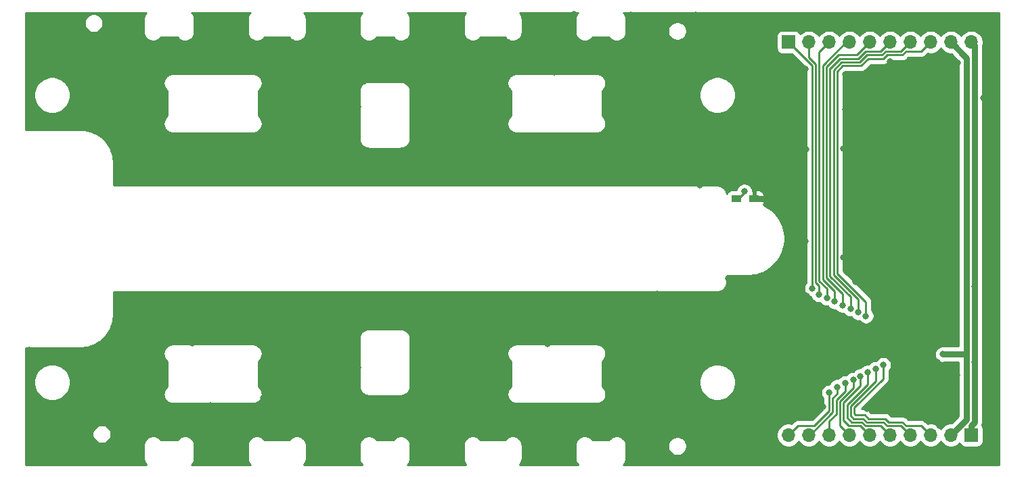
<source format=gbl>
G04 #@! TF.GenerationSoftware,KiCad,Pcbnew,(5.1.6-0-10_14)*
G04 #@! TF.CreationDate,2021-12-08T11:09:57+09:00*
G04 #@! TF.ProjectId,photo-single,70686f74-6f2d-4736-996e-676c652e6b69,rev?*
G04 #@! TF.SameCoordinates,Original*
G04 #@! TF.FileFunction,Copper,L2,Bot*
G04 #@! TF.FilePolarity,Positive*
%FSLAX46Y46*%
G04 Gerber Fmt 4.6, Leading zero omitted, Abs format (unit mm)*
G04 Created by KiCad (PCBNEW (5.1.6-0-10_14)) date 2021-12-08 11:09:57*
%MOMM*%
%LPD*%
G01*
G04 APERTURE LIST*
G04 #@! TA.AperFunction,ComponentPad*
%ADD10O,1.700000X1.700000*%
G04 #@! TD*
G04 #@! TA.AperFunction,ComponentPad*
%ADD11R,1.700000X1.700000*%
G04 #@! TD*
G04 #@! TA.AperFunction,SMDPad,CuDef*
%ADD12R,1.200000X0.900000*%
G04 #@! TD*
G04 #@! TA.AperFunction,ViaPad*
%ADD13C,0.800000*%
G04 #@! TD*
G04 #@! TA.AperFunction,Conductor*
%ADD14C,0.762000*%
G04 #@! TD*
G04 #@! TA.AperFunction,Conductor*
%ADD15C,0.250000*%
G04 #@! TD*
G04 #@! TA.AperFunction,Conductor*
%ADD16C,0.254000*%
G04 #@! TD*
G04 APERTURE END LIST*
D10*
X180905000Y-124628000D03*
X183445000Y-124628000D03*
X185985000Y-124628000D03*
X188525000Y-124628000D03*
X191065000Y-124628000D03*
X193605000Y-124628000D03*
X196145000Y-124628000D03*
X198685000Y-124628000D03*
X201225000Y-124628000D03*
D11*
X203765000Y-124628000D03*
D12*
X174400000Y-95000000D03*
X176600000Y-95000000D03*
D11*
X180905000Y-75372000D03*
D10*
X183445000Y-75372000D03*
X185985000Y-75372000D03*
X188525000Y-75372000D03*
X191065000Y-75372000D03*
X193605000Y-75372000D03*
X196145000Y-75372000D03*
X198685000Y-75372000D03*
X201225000Y-75372000D03*
X203765000Y-75372000D03*
D13*
X165340000Y-107940000D03*
X166260000Y-92490000D03*
X85940000Y-85930000D03*
X85810000Y-79280000D03*
X85890000Y-72890000D03*
X88650000Y-75730000D03*
X91750000Y-79320000D03*
X91930000Y-72670000D03*
X91840000Y-85750000D03*
X95120000Y-82600000D03*
X98580000Y-79450000D03*
X98490000Y-72580000D03*
X98490000Y-72580000D03*
X95560000Y-75730000D03*
X101680000Y-82380000D03*
X98320000Y-85970000D03*
X103260000Y-89860000D03*
X99950000Y-90980000D03*
X108930000Y-90930000D03*
X117910000Y-90870000D03*
X126900000Y-90870000D03*
X135930000Y-90860000D03*
X144920000Y-90870000D03*
X153890000Y-90840000D03*
X162930000Y-90850000D03*
X103600000Y-92440000D03*
X112220000Y-92850000D03*
X121450000Y-92810000D03*
X130110000Y-92690000D03*
X139470000Y-92790000D03*
X148400000Y-92950000D03*
X157900000Y-92720000D03*
X157800000Y-90360000D03*
X148420000Y-90240000D03*
X139500000Y-89510000D03*
X130180000Y-89100000D03*
X121450000Y-89180000D03*
X112340000Y-89810000D03*
X102050000Y-86010000D03*
X102610000Y-75790000D03*
X107580000Y-72610000D03*
X112700000Y-72590000D03*
X109590000Y-76710000D03*
X105740000Y-78650000D03*
X113870000Y-78910000D03*
X116680000Y-75320000D03*
X121240000Y-72340000D03*
X126240000Y-72240000D03*
X120560000Y-78210000D03*
X116480000Y-80500000D03*
X115710000Y-84480000D03*
X118700000Y-86100000D03*
X129590000Y-79810000D03*
X132650000Y-79810000D03*
X134250000Y-72170000D03*
X139610000Y-74380000D03*
X136730000Y-73450000D03*
X139610000Y-72110000D03*
X134080000Y-74410000D03*
X135650000Y-80540000D03*
X135370000Y-86530000D03*
X138500000Y-83500000D03*
X145320000Y-80410000D03*
X145390000Y-86670000D03*
X142510000Y-83540000D03*
X140610000Y-80480000D03*
X140330000Y-86630000D03*
X145790000Y-83410000D03*
X135480000Y-83440000D03*
X157970000Y-83080000D03*
X148050000Y-72080000D03*
X154110000Y-71900000D03*
X154020000Y-74290000D03*
X148350000Y-74420000D03*
X150760000Y-73180000D03*
X161190000Y-71940000D03*
X161090000Y-74940000D03*
X168080000Y-82080000D03*
X171710000Y-85350000D03*
X178060000Y-85430000D03*
X164870000Y-73750000D03*
X169340000Y-71930000D03*
X168470000Y-75840000D03*
X169510000Y-78500000D03*
X173610000Y-72320000D03*
X172940000Y-75740000D03*
X174360000Y-80180000D03*
X175740000Y-83340000D03*
X177240000Y-75330000D03*
X180190000Y-72470000D03*
X186280000Y-72510000D03*
X194410000Y-72510000D03*
X196160000Y-127760000D03*
X189400000Y-127690000D03*
X183930000Y-127500000D03*
X178330000Y-127630000D03*
X168490000Y-127600000D03*
X173150000Y-124830000D03*
X168690000Y-121910000D03*
X178540000Y-121870000D03*
X168790000Y-117680000D03*
X174380000Y-119840000D03*
X161250000Y-127460000D03*
X166140000Y-124810000D03*
X178250000Y-124570000D03*
X147890000Y-125380000D03*
X153840000Y-125380000D03*
X153840000Y-127940000D03*
X147980000Y-127990000D03*
X150800000Y-126810000D03*
X145330000Y-119520000D03*
X145500000Y-113660000D03*
X135430000Y-113430000D03*
X140250000Y-119640000D03*
X138030000Y-115860000D03*
X140850000Y-113170000D03*
X143290000Y-116680000D03*
X140890000Y-110040000D03*
X137900000Y-109960000D03*
X162070000Y-109110000D03*
X153070000Y-109120000D03*
X144120000Y-109180000D03*
X135120000Y-109110000D03*
X126150000Y-109120000D03*
X116940000Y-109120000D03*
X107870000Y-109170000D03*
X103320000Y-107060000D03*
X112760000Y-107270000D03*
X121260000Y-107190000D03*
X130670000Y-107250000D03*
X139810000Y-107220000D03*
X148560000Y-107330000D03*
X157850000Y-107290000D03*
X158600000Y-109400000D03*
X122200000Y-114700000D03*
X115450000Y-115280000D03*
X115190000Y-119990000D03*
X122710000Y-119800000D03*
X118690000Y-117500000D03*
X95950000Y-112820000D03*
X85880000Y-113950000D03*
X93000000Y-114260000D03*
X85810000Y-120840000D03*
X93190000Y-120580000D03*
X89480000Y-115280000D03*
X89360000Y-121110000D03*
X85920000Y-124360000D03*
X85810000Y-127890000D03*
X89920000Y-127820000D03*
X95820000Y-127890000D03*
X90180000Y-124520000D03*
X96270000Y-117290000D03*
X98360000Y-121760000D03*
X99830000Y-127330000D03*
X102260000Y-114630000D03*
X101360000Y-118580000D03*
X103690000Y-122760000D03*
X98120000Y-124950000D03*
X108630000Y-120910000D03*
X107110000Y-127710000D03*
X106920000Y-124280000D03*
X112960000Y-124330000D03*
X113010000Y-127470000D03*
X109920000Y-126040000D03*
X118900000Y-123090000D03*
X120680000Y-125210000D03*
X127180000Y-125180000D03*
X121050000Y-128050000D03*
X126840000Y-127990000D03*
X123970000Y-126540000D03*
X132800000Y-124100000D03*
X134020000Y-127970000D03*
X139690000Y-125660000D03*
X139790000Y-127970000D03*
X134290000Y-125730000D03*
X137070000Y-126900000D03*
X101370000Y-107980000D03*
X110500000Y-107980000D03*
X119360000Y-107990000D03*
X128330000Y-107980000D03*
X137410000Y-107970000D03*
X146410000Y-107990000D03*
X155350000Y-108000000D03*
X164480000Y-106900000D03*
X206300000Y-72500000D03*
X201760000Y-72550000D03*
X202150000Y-127500000D03*
X206380000Y-127580000D03*
X206630000Y-124100000D03*
X206690000Y-118210000D03*
X206690000Y-110880000D03*
X206590000Y-102810000D03*
X206500000Y-95960000D03*
X206620000Y-88420000D03*
X206820000Y-80030000D03*
X206900000Y-75670000D03*
X123960000Y-75010000D03*
X178100000Y-95000000D03*
X161700000Y-83700000D03*
X160700000Y-77100000D03*
X161700000Y-80000000D03*
X164700000Y-77500000D03*
X164800000Y-81800000D03*
X158400000Y-79200000D03*
X156400000Y-75900000D03*
X151400000Y-76000000D03*
X143800000Y-76000000D03*
X137600000Y-76000000D03*
X130500000Y-76100000D03*
X123700000Y-77100000D03*
X101700000Y-88100000D03*
X122500000Y-86000000D03*
X122800000Y-81700000D03*
X119100000Y-82600000D03*
X125900000Y-79300000D03*
X126000000Y-87400000D03*
X127100000Y-83500000D03*
X138100000Y-79100000D03*
X143200000Y-79000000D03*
X151600000Y-79200000D03*
X159500000Y-86200000D03*
X168500000Y-84800000D03*
X172400000Y-88700000D03*
X168200000Y-91500000D03*
X165000000Y-88700000D03*
X169800000Y-93300000D03*
X173400000Y-93600000D03*
X182800000Y-94500000D03*
X183000000Y-100300000D03*
X180100000Y-96800000D03*
X173400000Y-105000000D03*
X176800000Y-106400000D03*
X179800000Y-103200000D03*
X166800000Y-111400000D03*
X164200000Y-109700000D03*
X169400000Y-107800000D03*
X103300000Y-111400000D03*
X106300000Y-113100000D03*
X114800000Y-113400000D03*
X112500000Y-111300000D03*
X122600000Y-111400000D03*
X125800000Y-112400000D03*
X125800000Y-120100000D03*
X132300000Y-120700000D03*
X127100000Y-116200000D03*
X129300000Y-120300000D03*
X134400000Y-116400000D03*
X137000000Y-120800000D03*
X147900000Y-121000000D03*
X155900000Y-121000000D03*
X159000000Y-120800000D03*
X158200000Y-117200000D03*
X159600000Y-113900000D03*
X150800000Y-113200000D03*
X148400000Y-110900000D03*
X159000000Y-111300000D03*
X156200000Y-111100000D03*
X162100000Y-116100000D03*
X161400000Y-122800000D03*
X157500000Y-124100000D03*
X151000000Y-123900000D03*
X144000000Y-124000000D03*
X137200000Y-124200000D03*
X164600000Y-119400000D03*
X173600000Y-111400000D03*
X170500000Y-114600000D03*
X179100000Y-111300000D03*
X183200000Y-107200000D03*
X187800000Y-102400000D03*
X189300000Y-105400000D03*
X198200000Y-101700000D03*
X200600000Y-105500000D03*
X192700000Y-101700000D03*
X195300000Y-105500000D03*
X196900000Y-103400000D03*
X190700000Y-103700000D03*
X188100000Y-94700000D03*
X188100000Y-96800000D03*
X195700000Y-94400000D03*
X199900000Y-97000000D03*
X193400000Y-97000000D03*
X190900000Y-95300000D03*
X197300000Y-96400000D03*
X183100000Y-88800000D03*
X177400000Y-88800000D03*
X178600000Y-79700000D03*
X183000000Y-78700000D03*
X182800000Y-83000000D03*
X188000000Y-79400000D03*
X187800000Y-88700000D03*
X188000000Y-83800000D03*
X194000000Y-83800000D03*
X201800000Y-85200000D03*
X198500000Y-88600000D03*
X193600000Y-88600000D03*
X190900000Y-86300000D03*
X190800000Y-81200000D03*
X193600000Y-77800000D03*
X199700000Y-76900000D03*
X197300000Y-80400000D03*
X202100000Y-78000000D03*
X198700000Y-83700000D03*
X205300000Y-82400000D03*
X176200000Y-114600000D03*
X181400000Y-116700000D03*
X185200000Y-121100000D03*
X187000000Y-117300000D03*
X184900000Y-112800000D03*
X189700000Y-110700000D03*
X190900000Y-115300000D03*
X197600000Y-110300000D03*
X193700000Y-112300000D03*
X190700000Y-121300000D03*
X194800000Y-120100000D03*
X199800000Y-123400000D03*
X199500000Y-115500000D03*
X202000000Y-117100000D03*
X201900000Y-120300000D03*
X198300000Y-119100000D03*
X204181000Y-115462010D03*
X204181000Y-105970001D03*
X200200000Y-114500000D03*
X190600000Y-109695060D03*
X189631242Y-109245050D03*
X188670685Y-108795040D03*
X187672159Y-108345030D03*
X186680258Y-107895020D03*
X185705484Y-107445010D03*
X184700000Y-106995000D03*
X183847795Y-106247795D03*
X191806124Y-116311213D03*
X192760790Y-115824812D03*
X189902642Y-117224970D03*
X190806121Y-116774960D03*
X186989952Y-118575000D03*
X186000000Y-119300000D03*
X188000000Y-118124990D03*
X189000000Y-117674980D03*
X175390476Y-94094445D03*
D14*
X166260000Y-92490000D02*
X178490000Y-92490000D01*
X181300000Y-95300000D02*
X181300000Y-104000000D01*
X177360000Y-107940000D02*
X165340000Y-107940000D01*
X181300000Y-104000000D02*
X177360000Y-107940000D01*
X178100000Y-95000000D02*
X179550000Y-93550000D01*
X176600000Y-95000000D02*
X178100000Y-95000000D01*
X179550000Y-93550000D02*
X181300000Y-95300000D01*
X178490000Y-92490000D02*
X179550000Y-93550000D01*
X203765000Y-123448487D02*
X204162010Y-123051477D01*
X203765000Y-124628000D02*
X203765000Y-123448487D01*
X204162010Y-75769010D02*
X203765000Y-75372000D01*
X204162010Y-123051477D02*
X204162010Y-75769010D01*
X201225000Y-124628000D02*
X203200000Y-122653000D01*
X203200000Y-77347000D02*
X201225000Y-75372000D01*
X203000000Y-114500000D02*
X203200000Y-114300000D01*
X200200000Y-114500000D02*
X203000000Y-114500000D01*
X203200000Y-114300000D02*
X203200000Y-77347000D01*
X203200000Y-122653000D02*
X203200000Y-114300000D01*
D15*
X197509999Y-76547001D02*
X198685000Y-75372000D01*
X195606409Y-76547001D02*
X197509999Y-76547001D01*
X195156399Y-76997011D02*
X195606409Y-76547001D01*
X186997865Y-79074955D02*
X187722792Y-78350028D01*
X193252809Y-76997011D02*
X195156399Y-76997011D01*
X192802801Y-77447019D02*
X193252809Y-76997011D01*
X190899211Y-77447019D02*
X192802801Y-77447019D01*
X189996203Y-78350027D02*
X190899211Y-77447019D01*
X186997865Y-104349221D02*
X186997865Y-79074955D01*
X190600000Y-107951356D02*
X186997865Y-104349221D01*
X187722792Y-78350028D02*
X189996203Y-78350027D01*
X190600000Y-109695060D02*
X190600000Y-107951356D01*
X194969999Y-76547001D02*
X196145000Y-75372000D01*
X193066409Y-76547001D02*
X194969999Y-76547001D01*
X192616400Y-76997010D02*
X193066409Y-76547001D01*
X190712809Y-76997011D02*
X192616400Y-76997010D01*
X189809802Y-77900018D02*
X190712809Y-76997011D01*
X186547855Y-104535621D02*
X186547855Y-78888555D01*
X186547855Y-78888555D02*
X187536392Y-77900018D01*
X189631242Y-107619008D02*
X186547855Y-104535621D01*
X187536392Y-77900018D02*
X189809802Y-77900018D01*
X189631242Y-109245050D02*
X189631242Y-107619008D01*
X188670685Y-108795040D02*
X188670685Y-107294861D01*
X188670685Y-107294861D02*
X186097845Y-104722021D01*
X186097845Y-104722021D02*
X186097845Y-78672800D01*
X186127200Y-78672800D02*
X187349990Y-77450010D01*
X186097845Y-78672800D02*
X186127200Y-78672800D01*
X187349990Y-77450010D02*
X189623401Y-77450009D01*
X189623401Y-77450009D02*
X190526409Y-76547001D01*
X192429999Y-76547001D02*
X193605000Y-75372000D01*
X190526409Y-76547001D02*
X192429999Y-76547001D01*
X187672159Y-108345030D02*
X187672159Y-106952611D01*
X187672159Y-106952611D02*
X185647835Y-104928287D01*
X185647835Y-104928287D02*
X185647835Y-78486400D01*
X185647835Y-78486400D02*
X187134235Y-77000000D01*
X189437000Y-77000000D02*
X191065000Y-75372000D01*
X187134235Y-77000000D02*
X189437000Y-77000000D01*
X186680258Y-107895020D02*
X186680258Y-106597120D01*
X185383138Y-105300000D02*
X185370625Y-105300000D01*
X186680258Y-106597120D02*
X185383138Y-105300000D01*
X185370625Y-105300000D02*
X185197825Y-105127200D01*
X185197825Y-105127200D02*
X185197825Y-78300000D01*
X188125825Y-75372000D02*
X188525000Y-75372000D01*
X185197825Y-78300000D02*
X188125825Y-75372000D01*
X184747815Y-76609185D02*
X185985000Y-75372000D01*
X184747815Y-105313600D02*
X184747815Y-76609185D01*
X185705484Y-106271269D02*
X184747815Y-105313600D01*
X185705484Y-107445010D02*
X185705484Y-106271269D01*
X184700000Y-106995000D02*
X184700000Y-105902195D01*
X184700000Y-105902195D02*
X184297805Y-105500000D01*
X183445000Y-77275590D02*
X183445000Y-75372000D01*
X184297805Y-78128395D02*
X183445000Y-77275590D01*
X184297805Y-105500000D02*
X184297805Y-78128395D01*
X183847795Y-78314795D02*
X180905000Y-75372000D01*
X183847795Y-106247795D02*
X183847795Y-78314795D01*
X191806124Y-116311213D02*
X191806124Y-117887777D01*
X189393901Y-120300000D02*
X189387687Y-120300000D01*
X191806124Y-117887777D02*
X189393901Y-120300000D01*
X189387687Y-120300000D02*
X188700058Y-120987629D01*
X188700058Y-122200058D02*
X189052979Y-122552979D01*
X188700058Y-120987629D02*
X188700058Y-122200058D01*
X189052979Y-122552979D02*
X190262800Y-122552980D01*
X192802989Y-123002989D02*
X193252999Y-123452999D01*
X190712809Y-123002989D02*
X192802989Y-123002989D01*
X190262800Y-122552980D02*
X190712809Y-123002989D01*
X194969999Y-123452999D02*
X196145000Y-124628000D01*
X193252999Y-123452999D02*
X194969999Y-123452999D01*
X189330311Y-121000000D02*
X189324097Y-121000000D01*
X192760790Y-117569521D02*
X189330311Y-121000000D01*
X192760790Y-115824812D02*
X192760790Y-117569521D01*
X189324097Y-121000000D02*
X189150068Y-121174029D01*
X189302970Y-122102970D02*
X190449201Y-122102971D01*
X189150068Y-121950068D02*
X189302970Y-122102970D01*
X189150068Y-121174029D02*
X189150068Y-121950068D01*
X190449201Y-122102971D02*
X190899209Y-122552979D01*
X192989390Y-122552980D02*
X193439399Y-123002989D01*
X190899209Y-122552979D02*
X192989390Y-122552980D01*
X195156400Y-123002990D02*
X195606409Y-123452999D01*
X193439399Y-123002989D02*
X195156400Y-123002990D01*
X197509999Y-123452999D02*
X198685000Y-124628000D01*
X195606409Y-123452999D02*
X197509999Y-123452999D01*
X189902642Y-117224970D02*
X189902642Y-118463407D01*
X189902642Y-118463407D02*
X187800038Y-120566011D01*
X187800038Y-122800038D02*
X188452999Y-123452999D01*
X187800038Y-120566011D02*
X187800038Y-122800038D01*
X189889999Y-123452999D02*
X191065000Y-124628000D01*
X188452999Y-123452999D02*
X189889999Y-123452999D01*
X190806121Y-116774960D02*
X190806121Y-118245156D01*
X190806121Y-118245156D02*
X188250048Y-120801229D01*
X188802989Y-123002989D02*
X190076399Y-123002989D01*
X188250048Y-122450048D02*
X188802989Y-123002989D01*
X188250048Y-120801229D02*
X188250048Y-122450048D01*
X190076399Y-123002989D02*
X190526409Y-123452999D01*
X192429999Y-123452999D02*
X193605000Y-124628000D01*
X190526409Y-123452999D02*
X192429999Y-123452999D01*
X186989952Y-118575000D02*
X186989952Y-119460058D01*
X186989952Y-119460058D02*
X186450010Y-120000000D01*
X186450010Y-120000000D02*
X186450009Y-121786401D01*
X183608410Y-124628000D02*
X183445000Y-124628000D01*
X186450009Y-121786401D02*
X183608410Y-124628000D01*
X186000000Y-119300000D02*
X186000000Y-121600000D01*
X186000000Y-121600000D02*
X184147001Y-123452999D01*
X182080001Y-123452999D02*
X180905000Y-124628000D01*
X184147001Y-123452999D02*
X182080001Y-123452999D01*
X188000000Y-118124990D02*
X188000000Y-119093229D01*
X186993229Y-120100000D02*
X186986420Y-120100000D01*
X188000000Y-119093229D02*
X186993229Y-120100000D01*
X186986420Y-120100000D02*
X186900019Y-120186401D01*
X186900019Y-120186401D02*
X186900018Y-121972802D01*
X185985000Y-122887820D02*
X185985000Y-124628000D01*
X186900018Y-121972802D02*
X185985000Y-122887820D01*
X187350028Y-123453028D02*
X188525000Y-124628000D01*
X187350028Y-120379611D02*
X187350028Y-123453028D01*
X189000000Y-118729639D02*
X187350028Y-120379611D01*
X189000000Y-117674980D02*
X189000000Y-118729639D01*
X174400000Y-95000000D02*
X174600000Y-95000000D01*
X175390476Y-94209524D02*
X175390476Y-94094445D01*
X174600000Y-95000000D02*
X175390476Y-94209524D01*
D16*
G36*
X100534528Y-71709119D02*
G01*
X100528431Y-71716488D01*
X100466756Y-71792109D01*
X100432418Y-71843790D01*
X100397317Y-71895055D01*
X100392768Y-71903468D01*
X100346956Y-71989629D01*
X100323292Y-72047045D01*
X100298842Y-72104088D01*
X100296014Y-72113224D01*
X100267809Y-72206642D01*
X100255748Y-72267554D01*
X100242841Y-72328278D01*
X100241841Y-72337790D01*
X100232319Y-72434908D01*
X100232319Y-72434922D01*
X100229051Y-72468102D01*
X100229050Y-74135395D01*
X100232134Y-74166702D01*
X100232117Y-74171451D01*
X100233084Y-74180966D01*
X100237952Y-74225778D01*
X100238962Y-74236031D01*
X100239124Y-74236565D01*
X100243623Y-74277979D01*
X100256321Y-74338761D01*
X100268167Y-74399700D01*
X100270963Y-74408847D01*
X100300145Y-74501964D01*
X100324412Y-74559132D01*
X100347860Y-74616589D01*
X100352379Y-74625019D01*
X100399092Y-74710695D01*
X100433981Y-74762032D01*
X100468164Y-74813874D01*
X100474235Y-74821265D01*
X100536699Y-74896237D01*
X100580890Y-74939815D01*
X100624502Y-74984040D01*
X100631893Y-74990111D01*
X100707729Y-75051521D01*
X100759585Y-75085713D01*
X100810903Y-75120589D01*
X100819332Y-75125109D01*
X100819337Y-75125111D01*
X100819339Y-75125113D01*
X100819342Y-75125114D01*
X100905652Y-75170621D01*
X100963147Y-75194085D01*
X101020289Y-75218340D01*
X101029436Y-75221137D01*
X101122952Y-75249015D01*
X101183931Y-75260868D01*
X101244669Y-75273556D01*
X101254184Y-75274523D01*
X101351334Y-75283706D01*
X101413435Y-75283489D01*
X101475495Y-75284139D01*
X101485017Y-75283240D01*
X101582101Y-75273378D01*
X101642952Y-75261109D01*
X101703991Y-75249685D01*
X101713157Y-75246953D01*
X101806476Y-75218422D01*
X101863798Y-75194561D01*
X101921436Y-75171507D01*
X101929894Y-75167047D01*
X101929899Y-75167045D01*
X101929904Y-75167042D01*
X102015897Y-75120933D01*
X102067483Y-75086399D01*
X102119555Y-75052583D01*
X102126988Y-75046564D01*
X102202393Y-74984625D01*
X102202397Y-74984621D01*
X102228180Y-74963462D01*
X102404893Y-74786749D01*
X104423209Y-74786749D01*
X104599921Y-74963461D01*
X104624233Y-74983413D01*
X104627582Y-74986786D01*
X104634993Y-74992831D01*
X104670227Y-75021160D01*
X104678090Y-75027613D01*
X104678576Y-75027873D01*
X104711043Y-75053977D01*
X104763013Y-75087985D01*
X104814466Y-75122690D01*
X104822911Y-75127181D01*
X104909390Y-75172391D01*
X104966942Y-75195643D01*
X105024184Y-75219706D01*
X105033340Y-75222470D01*
X105126952Y-75250022D01*
X105187943Y-75261657D01*
X105248759Y-75274140D01*
X105258277Y-75275074D01*
X105355460Y-75283918D01*
X105417542Y-75283484D01*
X105479623Y-75283918D01*
X105489142Y-75282985D01*
X105586190Y-75272785D01*
X105647040Y-75260294D01*
X105707992Y-75248667D01*
X105717146Y-75245904D01*
X105717152Y-75245902D01*
X105810367Y-75217047D01*
X105867583Y-75192995D01*
X105925169Y-75169729D01*
X105933614Y-75165239D01*
X106019451Y-75118826D01*
X106070917Y-75084111D01*
X106122871Y-75050113D01*
X106130282Y-75044069D01*
X106205471Y-74981867D01*
X106249212Y-74937819D01*
X106293572Y-74894380D01*
X106299668Y-74887010D01*
X106299673Y-74887005D01*
X106299677Y-74886999D01*
X106361344Y-74811389D01*
X106395682Y-74759708D01*
X106430783Y-74708443D01*
X106435332Y-74700030D01*
X106481144Y-74613869D01*
X106504808Y-74556453D01*
X106529258Y-74499410D01*
X106532086Y-74490274D01*
X106560291Y-74396856D01*
X106572353Y-74335936D01*
X106585259Y-74275219D01*
X106586259Y-74265707D01*
X106595781Y-74168590D01*
X106595781Y-74168586D01*
X106599050Y-74135396D01*
X106599050Y-72468102D01*
X106595966Y-72436795D01*
X106595983Y-72432049D01*
X106595016Y-72422534D01*
X106590152Y-72377756D01*
X106589138Y-72367466D01*
X106588975Y-72366930D01*
X106584477Y-72325522D01*
X106571779Y-72264739D01*
X106559935Y-72203808D01*
X106557139Y-72194661D01*
X106527958Y-72101544D01*
X106503701Y-72044398D01*
X106480241Y-71986910D01*
X106475722Y-71978481D01*
X106429010Y-71892804D01*
X106394103Y-71841440D01*
X106359937Y-71789625D01*
X106353867Y-71782234D01*
X106291402Y-71707262D01*
X106268827Y-71685000D01*
X113559158Y-71685000D01*
X113534528Y-71709119D01*
X113528431Y-71716488D01*
X113466756Y-71792109D01*
X113432418Y-71843790D01*
X113397317Y-71895055D01*
X113392768Y-71903468D01*
X113346956Y-71989629D01*
X113323292Y-72047045D01*
X113298842Y-72104088D01*
X113296014Y-72113224D01*
X113267809Y-72206642D01*
X113255748Y-72267554D01*
X113242841Y-72328278D01*
X113241841Y-72337790D01*
X113232319Y-72434908D01*
X113232319Y-72434922D01*
X113229051Y-72468102D01*
X113229050Y-74135395D01*
X113232134Y-74166702D01*
X113232117Y-74171451D01*
X113233084Y-74180966D01*
X113237952Y-74225778D01*
X113238962Y-74236031D01*
X113239124Y-74236565D01*
X113243623Y-74277979D01*
X113256321Y-74338761D01*
X113268167Y-74399700D01*
X113270963Y-74408847D01*
X113300145Y-74501964D01*
X113324412Y-74559132D01*
X113347860Y-74616589D01*
X113352379Y-74625019D01*
X113399092Y-74710695D01*
X113433981Y-74762032D01*
X113468164Y-74813874D01*
X113474235Y-74821265D01*
X113536699Y-74896237D01*
X113580890Y-74939815D01*
X113624502Y-74984040D01*
X113631893Y-74990111D01*
X113707729Y-75051521D01*
X113759585Y-75085713D01*
X113810903Y-75120589D01*
X113819332Y-75125109D01*
X113819337Y-75125111D01*
X113819339Y-75125113D01*
X113819342Y-75125114D01*
X113905652Y-75170621D01*
X113963147Y-75194085D01*
X114020289Y-75218340D01*
X114029436Y-75221137D01*
X114122952Y-75249015D01*
X114183931Y-75260868D01*
X114244669Y-75273556D01*
X114254184Y-75274523D01*
X114351334Y-75283706D01*
X114413435Y-75283489D01*
X114475495Y-75284139D01*
X114485017Y-75283240D01*
X114582101Y-75273378D01*
X114642952Y-75261109D01*
X114703991Y-75249685D01*
X114713157Y-75246953D01*
X114806476Y-75218422D01*
X114863798Y-75194561D01*
X114921436Y-75171507D01*
X114929894Y-75167047D01*
X114929899Y-75167045D01*
X114929904Y-75167042D01*
X115015897Y-75120933D01*
X115067483Y-75086399D01*
X115119555Y-75052583D01*
X115126988Y-75046564D01*
X115202393Y-74984625D01*
X115202397Y-74984621D01*
X115228180Y-74963462D01*
X115404893Y-74786749D01*
X118423209Y-74786749D01*
X118599921Y-74963461D01*
X118624233Y-74983413D01*
X118627582Y-74986786D01*
X118634993Y-74992831D01*
X118670227Y-75021160D01*
X118678090Y-75027613D01*
X118678576Y-75027873D01*
X118711043Y-75053977D01*
X118763013Y-75087985D01*
X118814466Y-75122690D01*
X118822911Y-75127181D01*
X118909390Y-75172391D01*
X118966942Y-75195643D01*
X119024184Y-75219706D01*
X119033340Y-75222470D01*
X119126952Y-75250022D01*
X119187943Y-75261657D01*
X119248759Y-75274140D01*
X119258277Y-75275074D01*
X119355460Y-75283918D01*
X119417542Y-75283484D01*
X119479623Y-75283918D01*
X119489142Y-75282985D01*
X119586190Y-75272785D01*
X119647040Y-75260294D01*
X119707992Y-75248667D01*
X119717146Y-75245904D01*
X119717152Y-75245902D01*
X119810367Y-75217047D01*
X119867583Y-75192995D01*
X119925169Y-75169729D01*
X119933614Y-75165239D01*
X120019451Y-75118826D01*
X120070917Y-75084111D01*
X120122871Y-75050113D01*
X120130282Y-75044069D01*
X120205471Y-74981867D01*
X120249212Y-74937819D01*
X120293572Y-74894380D01*
X120299668Y-74887010D01*
X120299673Y-74887005D01*
X120299677Y-74886999D01*
X120361344Y-74811389D01*
X120395682Y-74759708D01*
X120430783Y-74708443D01*
X120435332Y-74700030D01*
X120481144Y-74613869D01*
X120504808Y-74556453D01*
X120529258Y-74499410D01*
X120532086Y-74490274D01*
X120560291Y-74396856D01*
X120572353Y-74335936D01*
X120585259Y-74275219D01*
X120586259Y-74265707D01*
X120595781Y-74168590D01*
X120595781Y-74168586D01*
X120599050Y-74135396D01*
X120599050Y-72468102D01*
X120595966Y-72436795D01*
X120595983Y-72432049D01*
X120595016Y-72422534D01*
X120590152Y-72377756D01*
X120589138Y-72367466D01*
X120588975Y-72366930D01*
X120584477Y-72325522D01*
X120571779Y-72264739D01*
X120559935Y-72203808D01*
X120557139Y-72194661D01*
X120527958Y-72101544D01*
X120503701Y-72044398D01*
X120480241Y-71986910D01*
X120475722Y-71978481D01*
X120429010Y-71892804D01*
X120394103Y-71841440D01*
X120359937Y-71789625D01*
X120353867Y-71782234D01*
X120291402Y-71707262D01*
X120268827Y-71685000D01*
X127559158Y-71685000D01*
X127534528Y-71709119D01*
X127528431Y-71716488D01*
X127466756Y-71792109D01*
X127432418Y-71843790D01*
X127397317Y-71895055D01*
X127392768Y-71903468D01*
X127346956Y-71989629D01*
X127323292Y-72047045D01*
X127298842Y-72104088D01*
X127296014Y-72113224D01*
X127267809Y-72206642D01*
X127255748Y-72267554D01*
X127242841Y-72328278D01*
X127241841Y-72337790D01*
X127232319Y-72434908D01*
X127232319Y-72434922D01*
X127229051Y-72468102D01*
X127229050Y-74135395D01*
X127232134Y-74166702D01*
X127232117Y-74171451D01*
X127233084Y-74180966D01*
X127237952Y-74225778D01*
X127238962Y-74236031D01*
X127239124Y-74236565D01*
X127243623Y-74277979D01*
X127256321Y-74338761D01*
X127268167Y-74399700D01*
X127270963Y-74408847D01*
X127300145Y-74501964D01*
X127324412Y-74559132D01*
X127347860Y-74616589D01*
X127352379Y-74625019D01*
X127399092Y-74710695D01*
X127433981Y-74762032D01*
X127468164Y-74813874D01*
X127474235Y-74821265D01*
X127536699Y-74896237D01*
X127580890Y-74939815D01*
X127624502Y-74984040D01*
X127631893Y-74990111D01*
X127707729Y-75051521D01*
X127759585Y-75085713D01*
X127810903Y-75120589D01*
X127819332Y-75125109D01*
X127819337Y-75125111D01*
X127819339Y-75125113D01*
X127819342Y-75125114D01*
X127905652Y-75170621D01*
X127963147Y-75194085D01*
X128020289Y-75218340D01*
X128029436Y-75221137D01*
X128122952Y-75249015D01*
X128183931Y-75260868D01*
X128244669Y-75273556D01*
X128254184Y-75274523D01*
X128351334Y-75283706D01*
X128413435Y-75283489D01*
X128475495Y-75284139D01*
X128485017Y-75283240D01*
X128582101Y-75273378D01*
X128642952Y-75261109D01*
X128703991Y-75249685D01*
X128713157Y-75246953D01*
X128806476Y-75218422D01*
X128863798Y-75194561D01*
X128921436Y-75171507D01*
X128929894Y-75167047D01*
X128929899Y-75167045D01*
X128929904Y-75167042D01*
X129015897Y-75120933D01*
X129067483Y-75086399D01*
X129119555Y-75052583D01*
X129126988Y-75046564D01*
X129202393Y-74984625D01*
X129202397Y-74984621D01*
X129228180Y-74963462D01*
X129404893Y-74786749D01*
X131423209Y-74786749D01*
X131599921Y-74963461D01*
X131624233Y-74983413D01*
X131627582Y-74986786D01*
X131634993Y-74992831D01*
X131670227Y-75021160D01*
X131678090Y-75027613D01*
X131678576Y-75027873D01*
X131711043Y-75053977D01*
X131763013Y-75087985D01*
X131814466Y-75122690D01*
X131822911Y-75127181D01*
X131909390Y-75172391D01*
X131966942Y-75195643D01*
X132024184Y-75219706D01*
X132033340Y-75222470D01*
X132126952Y-75250022D01*
X132187943Y-75261657D01*
X132248759Y-75274140D01*
X132258277Y-75275074D01*
X132355460Y-75283918D01*
X132417542Y-75283484D01*
X132479623Y-75283918D01*
X132489142Y-75282985D01*
X132586190Y-75272785D01*
X132647040Y-75260294D01*
X132707992Y-75248667D01*
X132717146Y-75245904D01*
X132717152Y-75245902D01*
X132810367Y-75217047D01*
X132867583Y-75192995D01*
X132925169Y-75169729D01*
X132933614Y-75165239D01*
X133019451Y-75118826D01*
X133070917Y-75084111D01*
X133122871Y-75050113D01*
X133130282Y-75044069D01*
X133205471Y-74981867D01*
X133249212Y-74937819D01*
X133293572Y-74894380D01*
X133299668Y-74887010D01*
X133299673Y-74887005D01*
X133299677Y-74886999D01*
X133361344Y-74811389D01*
X133395682Y-74759708D01*
X133430783Y-74708443D01*
X133435332Y-74700030D01*
X133481144Y-74613869D01*
X133504808Y-74556453D01*
X133529258Y-74499410D01*
X133532086Y-74490274D01*
X133560291Y-74396856D01*
X133572353Y-74335936D01*
X133585259Y-74275219D01*
X133586259Y-74265707D01*
X133595781Y-74168590D01*
X133595781Y-74168586D01*
X133599050Y-74135396D01*
X133599050Y-72468102D01*
X133595966Y-72436795D01*
X133595983Y-72432049D01*
X133595016Y-72422534D01*
X133590152Y-72377756D01*
X133589138Y-72367466D01*
X133588975Y-72366930D01*
X133584477Y-72325522D01*
X133571779Y-72264739D01*
X133559935Y-72203808D01*
X133557139Y-72194661D01*
X133527958Y-72101544D01*
X133503701Y-72044398D01*
X133480241Y-71986910D01*
X133475722Y-71978481D01*
X133429010Y-71892804D01*
X133394103Y-71841440D01*
X133359937Y-71789625D01*
X133353867Y-71782234D01*
X133291402Y-71707262D01*
X133268827Y-71685000D01*
X140559158Y-71685000D01*
X140534528Y-71709119D01*
X140528431Y-71716488D01*
X140466756Y-71792109D01*
X140432418Y-71843790D01*
X140397317Y-71895055D01*
X140392768Y-71903468D01*
X140346956Y-71989629D01*
X140323292Y-72047045D01*
X140298842Y-72104088D01*
X140296014Y-72113224D01*
X140267809Y-72206642D01*
X140255748Y-72267554D01*
X140242841Y-72328278D01*
X140241841Y-72337790D01*
X140232319Y-72434908D01*
X140232319Y-72434922D01*
X140229051Y-72468102D01*
X140229050Y-74135395D01*
X140232134Y-74166702D01*
X140232117Y-74171451D01*
X140233084Y-74180966D01*
X140237952Y-74225778D01*
X140238962Y-74236031D01*
X140239124Y-74236565D01*
X140243623Y-74277979D01*
X140256321Y-74338761D01*
X140268167Y-74399700D01*
X140270963Y-74408847D01*
X140300145Y-74501964D01*
X140324412Y-74559132D01*
X140347860Y-74616589D01*
X140352379Y-74625019D01*
X140399092Y-74710695D01*
X140433981Y-74762032D01*
X140468164Y-74813874D01*
X140474235Y-74821265D01*
X140536699Y-74896237D01*
X140580890Y-74939815D01*
X140624502Y-74984040D01*
X140631893Y-74990111D01*
X140707729Y-75051521D01*
X140759585Y-75085713D01*
X140810903Y-75120589D01*
X140819332Y-75125109D01*
X140819337Y-75125111D01*
X140819339Y-75125113D01*
X140819342Y-75125114D01*
X140905652Y-75170621D01*
X140963147Y-75194085D01*
X141020289Y-75218340D01*
X141029436Y-75221137D01*
X141122952Y-75249015D01*
X141183931Y-75260868D01*
X141244669Y-75273556D01*
X141254184Y-75274523D01*
X141351334Y-75283706D01*
X141413435Y-75283489D01*
X141475495Y-75284139D01*
X141485017Y-75283240D01*
X141582101Y-75273378D01*
X141642952Y-75261109D01*
X141703991Y-75249685D01*
X141713157Y-75246953D01*
X141806476Y-75218422D01*
X141863798Y-75194561D01*
X141921436Y-75171507D01*
X141929894Y-75167047D01*
X141929899Y-75167045D01*
X141929904Y-75167042D01*
X142015897Y-75120933D01*
X142067483Y-75086399D01*
X142119555Y-75052583D01*
X142126988Y-75046564D01*
X142202393Y-74984625D01*
X142202397Y-74984621D01*
X142228180Y-74963462D01*
X142404893Y-74786749D01*
X145423209Y-74786749D01*
X145599921Y-74963461D01*
X145624233Y-74983413D01*
X145627582Y-74986786D01*
X145634993Y-74992831D01*
X145670227Y-75021160D01*
X145678090Y-75027613D01*
X145678576Y-75027873D01*
X145711043Y-75053977D01*
X145763013Y-75087985D01*
X145814466Y-75122690D01*
X145822911Y-75127181D01*
X145909390Y-75172391D01*
X145966942Y-75195643D01*
X146024184Y-75219706D01*
X146033340Y-75222470D01*
X146126952Y-75250022D01*
X146187943Y-75261657D01*
X146248759Y-75274140D01*
X146258277Y-75275074D01*
X146355460Y-75283918D01*
X146417542Y-75283484D01*
X146479623Y-75283918D01*
X146489142Y-75282985D01*
X146586190Y-75272785D01*
X146647040Y-75260294D01*
X146707992Y-75248667D01*
X146717146Y-75245904D01*
X146717152Y-75245902D01*
X146810367Y-75217047D01*
X146867583Y-75192995D01*
X146925169Y-75169729D01*
X146933614Y-75165239D01*
X147019451Y-75118826D01*
X147070917Y-75084111D01*
X147122871Y-75050113D01*
X147130282Y-75044069D01*
X147205471Y-74981867D01*
X147249212Y-74937819D01*
X147293572Y-74894380D01*
X147299668Y-74887010D01*
X147299673Y-74887005D01*
X147299677Y-74886999D01*
X147361344Y-74811389D01*
X147395682Y-74759708D01*
X147430783Y-74708443D01*
X147435332Y-74700030D01*
X147481144Y-74613869D01*
X147504808Y-74556453D01*
X147529258Y-74499410D01*
X147532086Y-74490274D01*
X147560291Y-74396856D01*
X147572353Y-74335936D01*
X147585259Y-74275219D01*
X147586259Y-74265707D01*
X147595781Y-74168590D01*
X147595781Y-74168586D01*
X147599050Y-74135396D01*
X147599050Y-72468102D01*
X147595966Y-72436795D01*
X147595983Y-72432049D01*
X147595016Y-72422534D01*
X147590152Y-72377756D01*
X147589138Y-72367466D01*
X147588975Y-72366930D01*
X147584477Y-72325522D01*
X147571779Y-72264739D01*
X147559935Y-72203808D01*
X147557139Y-72194661D01*
X147527958Y-72101544D01*
X147503701Y-72044398D01*
X147480241Y-71986910D01*
X147475722Y-71978481D01*
X147429010Y-71892804D01*
X147394103Y-71841440D01*
X147359937Y-71789625D01*
X147353867Y-71782234D01*
X147291402Y-71707262D01*
X147268827Y-71685000D01*
X154559158Y-71685000D01*
X154534528Y-71709119D01*
X154528431Y-71716488D01*
X154466756Y-71792109D01*
X154432418Y-71843790D01*
X154397317Y-71895055D01*
X154392768Y-71903468D01*
X154346956Y-71989629D01*
X154323292Y-72047045D01*
X154298842Y-72104088D01*
X154296014Y-72113224D01*
X154267809Y-72206642D01*
X154255748Y-72267554D01*
X154242841Y-72328278D01*
X154241841Y-72337790D01*
X154232319Y-72434908D01*
X154232319Y-72434922D01*
X154229051Y-72468102D01*
X154229050Y-74135395D01*
X154232134Y-74166702D01*
X154232117Y-74171451D01*
X154233084Y-74180966D01*
X154237952Y-74225778D01*
X154238962Y-74236031D01*
X154239124Y-74236565D01*
X154243623Y-74277979D01*
X154256321Y-74338761D01*
X154268167Y-74399700D01*
X154270963Y-74408847D01*
X154300145Y-74501964D01*
X154324412Y-74559132D01*
X154347860Y-74616589D01*
X154352379Y-74625019D01*
X154399092Y-74710695D01*
X154433981Y-74762032D01*
X154468164Y-74813874D01*
X154474235Y-74821265D01*
X154536699Y-74896237D01*
X154580890Y-74939815D01*
X154624502Y-74984040D01*
X154631893Y-74990111D01*
X154707729Y-75051521D01*
X154759585Y-75085713D01*
X154810903Y-75120589D01*
X154819332Y-75125109D01*
X154819337Y-75125111D01*
X154819339Y-75125113D01*
X154819342Y-75125114D01*
X154905652Y-75170621D01*
X154963147Y-75194085D01*
X155020289Y-75218340D01*
X155029436Y-75221137D01*
X155122952Y-75249015D01*
X155183931Y-75260868D01*
X155244669Y-75273556D01*
X155254184Y-75274523D01*
X155351334Y-75283706D01*
X155413435Y-75283489D01*
X155475495Y-75284139D01*
X155485017Y-75283240D01*
X155582101Y-75273378D01*
X155642952Y-75261109D01*
X155703991Y-75249685D01*
X155713157Y-75246953D01*
X155806476Y-75218422D01*
X155863798Y-75194561D01*
X155921436Y-75171507D01*
X155929894Y-75167047D01*
X155929899Y-75167045D01*
X155929904Y-75167042D01*
X156015897Y-75120933D01*
X156067483Y-75086399D01*
X156119555Y-75052583D01*
X156126988Y-75046564D01*
X156202393Y-74984625D01*
X156202397Y-74984621D01*
X156228180Y-74963462D01*
X156404893Y-74786749D01*
X158423209Y-74786749D01*
X158599921Y-74963461D01*
X158624233Y-74983413D01*
X158627582Y-74986786D01*
X158634993Y-74992831D01*
X158670227Y-75021160D01*
X158678090Y-75027613D01*
X158678576Y-75027873D01*
X158711043Y-75053977D01*
X158763013Y-75087985D01*
X158814466Y-75122690D01*
X158822911Y-75127181D01*
X158909390Y-75172391D01*
X158966942Y-75195643D01*
X159024184Y-75219706D01*
X159033340Y-75222470D01*
X159126952Y-75250022D01*
X159187943Y-75261657D01*
X159248759Y-75274140D01*
X159258277Y-75275074D01*
X159355460Y-75283918D01*
X159417542Y-75283484D01*
X159479623Y-75283918D01*
X159489142Y-75282985D01*
X159586190Y-75272785D01*
X159647040Y-75260294D01*
X159707992Y-75248667D01*
X159717146Y-75245904D01*
X159717152Y-75245902D01*
X159810367Y-75217047D01*
X159867583Y-75192995D01*
X159925169Y-75169729D01*
X159933614Y-75165239D01*
X160019451Y-75118826D01*
X160070917Y-75084111D01*
X160122871Y-75050113D01*
X160130282Y-75044069D01*
X160205471Y-74981867D01*
X160249212Y-74937819D01*
X160293572Y-74894380D01*
X160299668Y-74887010D01*
X160299673Y-74887005D01*
X160299677Y-74886999D01*
X160361344Y-74811389D01*
X160395682Y-74759708D01*
X160430783Y-74708443D01*
X160435332Y-74700030D01*
X160481144Y-74613869D01*
X160504808Y-74556453D01*
X160529258Y-74499410D01*
X160532086Y-74490274D01*
X160560291Y-74396856D01*
X160572353Y-74335936D01*
X160585259Y-74275219D01*
X160586259Y-74265707D01*
X160595781Y-74168590D01*
X160595781Y-74168586D01*
X160599050Y-74135396D01*
X160599050Y-73884340D01*
X165825682Y-73884340D01*
X165825682Y-74115660D01*
X165870810Y-74342536D01*
X165959333Y-74556248D01*
X166087848Y-74748584D01*
X166251416Y-74912152D01*
X166443752Y-75040667D01*
X166657464Y-75129190D01*
X166884340Y-75174318D01*
X167115660Y-75174318D01*
X167342536Y-75129190D01*
X167556248Y-75040667D01*
X167748584Y-74912152D01*
X167912152Y-74748584D01*
X168040667Y-74556248D01*
X168054853Y-74522000D01*
X179416928Y-74522000D01*
X179416928Y-76222000D01*
X179429188Y-76346482D01*
X179465498Y-76466180D01*
X179524463Y-76576494D01*
X179603815Y-76673185D01*
X179700506Y-76752537D01*
X179810820Y-76811502D01*
X179930518Y-76847812D01*
X180055000Y-76860072D01*
X181318271Y-76860072D01*
X183087796Y-78629598D01*
X183087795Y-105544084D01*
X183043858Y-105588021D01*
X182930590Y-105757539D01*
X182852569Y-105945897D01*
X182812795Y-106145856D01*
X182812795Y-106349734D01*
X182852569Y-106549693D01*
X182930590Y-106738051D01*
X183043858Y-106907569D01*
X183188021Y-107051732D01*
X183357539Y-107165000D01*
X183545897Y-107243021D01*
X183700161Y-107273706D01*
X183704774Y-107296898D01*
X183782795Y-107485256D01*
X183896063Y-107654774D01*
X184040226Y-107798937D01*
X184209744Y-107912205D01*
X184398102Y-107990226D01*
X184598061Y-108030000D01*
X184801939Y-108030000D01*
X184845755Y-108021285D01*
X184901547Y-108104784D01*
X185045710Y-108248947D01*
X185215228Y-108362215D01*
X185403586Y-108440236D01*
X185603545Y-108480010D01*
X185807423Y-108480010D01*
X185824131Y-108476687D01*
X185876321Y-108554794D01*
X186020484Y-108698957D01*
X186190002Y-108812225D01*
X186378360Y-108890246D01*
X186578319Y-108930020D01*
X186782197Y-108930020D01*
X186814023Y-108923689D01*
X186868222Y-109004804D01*
X187012385Y-109148967D01*
X187181903Y-109262235D01*
X187370261Y-109340256D01*
X187570220Y-109380030D01*
X187774098Y-109380030D01*
X187811772Y-109372536D01*
X187866748Y-109454814D01*
X188010911Y-109598977D01*
X188180429Y-109712245D01*
X188368787Y-109790266D01*
X188568746Y-109830040D01*
X188772624Y-109830040D01*
X188776783Y-109829213D01*
X188827305Y-109904824D01*
X188971468Y-110048987D01*
X189140986Y-110162255D01*
X189329344Y-110240276D01*
X189529303Y-110280050D01*
X189733181Y-110280050D01*
X189744579Y-110277783D01*
X189796063Y-110354834D01*
X189940226Y-110498997D01*
X190109744Y-110612265D01*
X190298102Y-110690286D01*
X190498061Y-110730060D01*
X190701939Y-110730060D01*
X190901898Y-110690286D01*
X191090256Y-110612265D01*
X191259774Y-110498997D01*
X191403937Y-110354834D01*
X191517205Y-110185316D01*
X191595226Y-109996958D01*
X191635000Y-109796999D01*
X191635000Y-109593121D01*
X191595226Y-109393162D01*
X191517205Y-109204804D01*
X191403937Y-109035286D01*
X191360000Y-108991349D01*
X191360000Y-107988678D01*
X191363676Y-107951355D01*
X191360000Y-107914032D01*
X191360000Y-107914023D01*
X191349003Y-107802370D01*
X191305546Y-107659109D01*
X191234974Y-107527080D01*
X191140001Y-107411355D01*
X191111003Y-107387557D01*
X187757865Y-104034420D01*
X187757865Y-79389756D01*
X188037594Y-79110028D01*
X189958871Y-79110026D01*
X189996203Y-79113703D01*
X190033536Y-79110026D01*
X190145189Y-79099029D01*
X190212958Y-79078472D01*
X190288449Y-79055573D01*
X190420479Y-78985001D01*
X190507205Y-78913826D01*
X190507206Y-78913825D01*
X190536204Y-78890027D01*
X190560002Y-78861029D01*
X191214013Y-78207019D01*
X192765479Y-78207019D01*
X192802801Y-78210695D01*
X192840123Y-78207019D01*
X192840134Y-78207019D01*
X192951787Y-78196022D01*
X193095048Y-78152565D01*
X193227077Y-78081993D01*
X193342802Y-77987020D01*
X193366604Y-77958017D01*
X193567611Y-77757011D01*
X195119077Y-77757011D01*
X195156399Y-77760687D01*
X195193721Y-77757011D01*
X195193732Y-77757011D01*
X195305385Y-77746014D01*
X195448646Y-77702557D01*
X195580675Y-77631985D01*
X195696400Y-77537012D01*
X195720203Y-77508008D01*
X195921210Y-77307001D01*
X197472677Y-77307001D01*
X197509999Y-77310677D01*
X197547321Y-77307001D01*
X197547332Y-77307001D01*
X197658985Y-77296004D01*
X197802246Y-77252547D01*
X197934275Y-77181975D01*
X198050000Y-77087002D01*
X198073803Y-77057998D01*
X198318592Y-76813209D01*
X198538740Y-76857000D01*
X198831260Y-76857000D01*
X199118158Y-76799932D01*
X199388411Y-76687990D01*
X199631632Y-76525475D01*
X199838475Y-76318632D01*
X199955000Y-76144240D01*
X200071525Y-76318632D01*
X200278368Y-76525475D01*
X200521589Y-76687990D01*
X200791842Y-76799932D01*
X201078740Y-76857000D01*
X201273160Y-76857000D01*
X202184001Y-77767842D01*
X202184000Y-113484000D01*
X200397459Y-113484000D01*
X200301939Y-113465000D01*
X200098061Y-113465000D01*
X199898102Y-113504774D01*
X199709744Y-113582795D01*
X199540226Y-113696063D01*
X199396063Y-113840226D01*
X199282795Y-114009744D01*
X199204774Y-114198102D01*
X199165000Y-114398061D01*
X199165000Y-114601939D01*
X199204774Y-114801898D01*
X199282795Y-114990256D01*
X199396063Y-115159774D01*
X199540226Y-115303937D01*
X199709744Y-115417205D01*
X199898102Y-115495226D01*
X200098061Y-115535000D01*
X200301939Y-115535000D01*
X200397459Y-115516000D01*
X202184001Y-115516000D01*
X202184000Y-122232159D01*
X201273160Y-123143000D01*
X201078740Y-123143000D01*
X200791842Y-123200068D01*
X200521589Y-123312010D01*
X200278368Y-123474525D01*
X200071525Y-123681368D01*
X199955000Y-123855760D01*
X199838475Y-123681368D01*
X199631632Y-123474525D01*
X199388411Y-123312010D01*
X199118158Y-123200068D01*
X198831260Y-123143000D01*
X198538740Y-123143000D01*
X198318592Y-123186791D01*
X198073803Y-122942002D01*
X198050000Y-122912998D01*
X197934275Y-122818025D01*
X197802246Y-122747453D01*
X197658985Y-122703996D01*
X197547332Y-122692999D01*
X197547321Y-122692999D01*
X197509999Y-122689323D01*
X197472677Y-122692999D01*
X195921210Y-122692999D01*
X195720197Y-122491986D01*
X195696401Y-122462990D01*
X195645692Y-122421374D01*
X195580676Y-122368016D01*
X195448646Y-122297444D01*
X195341850Y-122265049D01*
X195305386Y-122253988D01*
X195193733Y-122242991D01*
X195156400Y-122239314D01*
X195119068Y-122242991D01*
X193754200Y-122242989D01*
X193553187Y-122041976D01*
X193529391Y-122012980D01*
X193457507Y-121953986D01*
X193413666Y-121918006D01*
X193281636Y-121847434D01*
X193160618Y-121810725D01*
X193138376Y-121803978D01*
X193026723Y-121792981D01*
X192989390Y-121789304D01*
X192952058Y-121792981D01*
X191214011Y-121792979D01*
X191012999Y-121591968D01*
X190989202Y-121562971D01*
X190946139Y-121527630D01*
X190873477Y-121467997D01*
X190741447Y-121397425D01*
X190625074Y-121362125D01*
X190598187Y-121353969D01*
X190486534Y-121342972D01*
X190449201Y-121339295D01*
X190411870Y-121342972D01*
X190062141Y-121342971D01*
X193271793Y-118133320D01*
X193300791Y-118109522D01*
X193341685Y-118059693D01*
X193395764Y-117993798D01*
X193466336Y-117861768D01*
X193471230Y-117845633D01*
X193509793Y-117718507D01*
X193520790Y-117606854D01*
X193520790Y-117606844D01*
X193524466Y-117569521D01*
X193520790Y-117532198D01*
X193520790Y-116528523D01*
X193564727Y-116484586D01*
X193677995Y-116315068D01*
X193756016Y-116126710D01*
X193795790Y-115926751D01*
X193795790Y-115722873D01*
X193756016Y-115522914D01*
X193677995Y-115334556D01*
X193564727Y-115165038D01*
X193420564Y-115020875D01*
X193251046Y-114907607D01*
X193062688Y-114829586D01*
X192862729Y-114789812D01*
X192658851Y-114789812D01*
X192458892Y-114829586D01*
X192270534Y-114907607D01*
X192101016Y-115020875D01*
X191956853Y-115165038D01*
X191882568Y-115276213D01*
X191704185Y-115276213D01*
X191504226Y-115315987D01*
X191315868Y-115394008D01*
X191146350Y-115507276D01*
X191002187Y-115651439D01*
X190938936Y-115746102D01*
X190908060Y-115739960D01*
X190704182Y-115739960D01*
X190504223Y-115779734D01*
X190315865Y-115857755D01*
X190146347Y-115971023D01*
X190002184Y-116115186D01*
X189952215Y-116189970D01*
X189800703Y-116189970D01*
X189600744Y-116229744D01*
X189412386Y-116307765D01*
X189242868Y-116421033D01*
X189098705Y-116565196D01*
X189048736Y-116639980D01*
X188898061Y-116639980D01*
X188698102Y-116679754D01*
X188509744Y-116757775D01*
X188340226Y-116871043D01*
X188196063Y-117015206D01*
X188140914Y-117097743D01*
X188101939Y-117089990D01*
X187898061Y-117089990D01*
X187698102Y-117129764D01*
X187509744Y-117207785D01*
X187340226Y-117321053D01*
X187196063Y-117465216D01*
X187139735Y-117549517D01*
X187091891Y-117540000D01*
X186888013Y-117540000D01*
X186688054Y-117579774D01*
X186499696Y-117657795D01*
X186330178Y-117771063D01*
X186186015Y-117915226D01*
X186072747Y-118084744D01*
X185998082Y-118265000D01*
X185898061Y-118265000D01*
X185698102Y-118304774D01*
X185509744Y-118382795D01*
X185340226Y-118496063D01*
X185196063Y-118640226D01*
X185082795Y-118809744D01*
X185004774Y-118998102D01*
X184965000Y-119198061D01*
X184965000Y-119401939D01*
X185004774Y-119601898D01*
X185082795Y-119790256D01*
X185196063Y-119959774D01*
X185240000Y-120003711D01*
X185240001Y-121285197D01*
X183832200Y-122692999D01*
X182117323Y-122692999D01*
X182080000Y-122689323D01*
X182042677Y-122692999D01*
X182042668Y-122692999D01*
X181931015Y-122703996D01*
X181787754Y-122747453D01*
X181655725Y-122818025D01*
X181540000Y-122912998D01*
X181516202Y-122941996D01*
X181271408Y-123186790D01*
X181051260Y-123143000D01*
X180758740Y-123143000D01*
X180471842Y-123200068D01*
X180201589Y-123312010D01*
X179958368Y-123474525D01*
X179751525Y-123681368D01*
X179589010Y-123924589D01*
X179477068Y-124194842D01*
X179420000Y-124481740D01*
X179420000Y-124774260D01*
X179477068Y-125061158D01*
X179589010Y-125331411D01*
X179751525Y-125574632D01*
X179958368Y-125781475D01*
X180201589Y-125943990D01*
X180471842Y-126055932D01*
X180758740Y-126113000D01*
X181051260Y-126113000D01*
X181338158Y-126055932D01*
X181608411Y-125943990D01*
X181851632Y-125781475D01*
X182058475Y-125574632D01*
X182175000Y-125400240D01*
X182291525Y-125574632D01*
X182498368Y-125781475D01*
X182741589Y-125943990D01*
X183011842Y-126055932D01*
X183298740Y-126113000D01*
X183591260Y-126113000D01*
X183878158Y-126055932D01*
X184148411Y-125943990D01*
X184391632Y-125781475D01*
X184598475Y-125574632D01*
X184715000Y-125400240D01*
X184831525Y-125574632D01*
X185038368Y-125781475D01*
X185281589Y-125943990D01*
X185551842Y-126055932D01*
X185838740Y-126113000D01*
X186131260Y-126113000D01*
X186418158Y-126055932D01*
X186688411Y-125943990D01*
X186931632Y-125781475D01*
X187138475Y-125574632D01*
X187255000Y-125400240D01*
X187371525Y-125574632D01*
X187578368Y-125781475D01*
X187821589Y-125943990D01*
X188091842Y-126055932D01*
X188378740Y-126113000D01*
X188671260Y-126113000D01*
X188958158Y-126055932D01*
X189228411Y-125943990D01*
X189471632Y-125781475D01*
X189678475Y-125574632D01*
X189795000Y-125400240D01*
X189911525Y-125574632D01*
X190118368Y-125781475D01*
X190361589Y-125943990D01*
X190631842Y-126055932D01*
X190918740Y-126113000D01*
X191211260Y-126113000D01*
X191498158Y-126055932D01*
X191768411Y-125943990D01*
X192011632Y-125781475D01*
X192218475Y-125574632D01*
X192335000Y-125400240D01*
X192451525Y-125574632D01*
X192658368Y-125781475D01*
X192901589Y-125943990D01*
X193171842Y-126055932D01*
X193458740Y-126113000D01*
X193751260Y-126113000D01*
X194038158Y-126055932D01*
X194308411Y-125943990D01*
X194551632Y-125781475D01*
X194758475Y-125574632D01*
X194875000Y-125400240D01*
X194991525Y-125574632D01*
X195198368Y-125781475D01*
X195441589Y-125943990D01*
X195711842Y-126055932D01*
X195998740Y-126113000D01*
X196291260Y-126113000D01*
X196578158Y-126055932D01*
X196848411Y-125943990D01*
X197091632Y-125781475D01*
X197298475Y-125574632D01*
X197415000Y-125400240D01*
X197531525Y-125574632D01*
X197738368Y-125781475D01*
X197981589Y-125943990D01*
X198251842Y-126055932D01*
X198538740Y-126113000D01*
X198831260Y-126113000D01*
X199118158Y-126055932D01*
X199388411Y-125943990D01*
X199631632Y-125781475D01*
X199838475Y-125574632D01*
X199955000Y-125400240D01*
X200071525Y-125574632D01*
X200278368Y-125781475D01*
X200521589Y-125943990D01*
X200791842Y-126055932D01*
X201078740Y-126113000D01*
X201371260Y-126113000D01*
X201658158Y-126055932D01*
X201928411Y-125943990D01*
X202171632Y-125781475D01*
X202303487Y-125649620D01*
X202325498Y-125722180D01*
X202384463Y-125832494D01*
X202463815Y-125929185D01*
X202560506Y-126008537D01*
X202670820Y-126067502D01*
X202790518Y-126103812D01*
X202915000Y-126116072D01*
X204615000Y-126116072D01*
X204739482Y-126103812D01*
X204859180Y-126067502D01*
X204969494Y-126008537D01*
X205066185Y-125929185D01*
X205145537Y-125832494D01*
X205204502Y-125722180D01*
X205240812Y-125602482D01*
X205253072Y-125478000D01*
X205253072Y-123778000D01*
X205240812Y-123653518D01*
X205204502Y-123533820D01*
X205145537Y-123423506D01*
X205120227Y-123392666D01*
X205163308Y-123250648D01*
X205182925Y-123051477D01*
X205178010Y-123001575D01*
X205178010Y-115754939D01*
X205216000Y-115563949D01*
X205216000Y-115360071D01*
X205178010Y-115169081D01*
X205178010Y-106262930D01*
X205216000Y-106071940D01*
X205216000Y-105868062D01*
X205178010Y-105677072D01*
X205178010Y-75841183D01*
X205192932Y-75805158D01*
X205250000Y-75518260D01*
X205250000Y-75225740D01*
X205192932Y-74938842D01*
X205080990Y-74668589D01*
X204918475Y-74425368D01*
X204711632Y-74218525D01*
X204468411Y-74056010D01*
X204198158Y-73944068D01*
X203911260Y-73887000D01*
X203618740Y-73887000D01*
X203331842Y-73944068D01*
X203061589Y-74056010D01*
X202818368Y-74218525D01*
X202611525Y-74425368D01*
X202495000Y-74599760D01*
X202378475Y-74425368D01*
X202171632Y-74218525D01*
X201928411Y-74056010D01*
X201658158Y-73944068D01*
X201371260Y-73887000D01*
X201078740Y-73887000D01*
X200791842Y-73944068D01*
X200521589Y-74056010D01*
X200278368Y-74218525D01*
X200071525Y-74425368D01*
X199955000Y-74599760D01*
X199838475Y-74425368D01*
X199631632Y-74218525D01*
X199388411Y-74056010D01*
X199118158Y-73944068D01*
X198831260Y-73887000D01*
X198538740Y-73887000D01*
X198251842Y-73944068D01*
X197981589Y-74056010D01*
X197738368Y-74218525D01*
X197531525Y-74425368D01*
X197415000Y-74599760D01*
X197298475Y-74425368D01*
X197091632Y-74218525D01*
X196848411Y-74056010D01*
X196578158Y-73944068D01*
X196291260Y-73887000D01*
X195998740Y-73887000D01*
X195711842Y-73944068D01*
X195441589Y-74056010D01*
X195198368Y-74218525D01*
X194991525Y-74425368D01*
X194875000Y-74599760D01*
X194758475Y-74425368D01*
X194551632Y-74218525D01*
X194308411Y-74056010D01*
X194038158Y-73944068D01*
X193751260Y-73887000D01*
X193458740Y-73887000D01*
X193171842Y-73944068D01*
X192901589Y-74056010D01*
X192658368Y-74218525D01*
X192451525Y-74425368D01*
X192335000Y-74599760D01*
X192218475Y-74425368D01*
X192011632Y-74218525D01*
X191768411Y-74056010D01*
X191498158Y-73944068D01*
X191211260Y-73887000D01*
X190918740Y-73887000D01*
X190631842Y-73944068D01*
X190361589Y-74056010D01*
X190118368Y-74218525D01*
X189911525Y-74425368D01*
X189795000Y-74599760D01*
X189678475Y-74425368D01*
X189471632Y-74218525D01*
X189228411Y-74056010D01*
X188958158Y-73944068D01*
X188671260Y-73887000D01*
X188378740Y-73887000D01*
X188091842Y-73944068D01*
X187821589Y-74056010D01*
X187578368Y-74218525D01*
X187371525Y-74425368D01*
X187255000Y-74599760D01*
X187138475Y-74425368D01*
X186931632Y-74218525D01*
X186688411Y-74056010D01*
X186418158Y-73944068D01*
X186131260Y-73887000D01*
X185838740Y-73887000D01*
X185551842Y-73944068D01*
X185281589Y-74056010D01*
X185038368Y-74218525D01*
X184831525Y-74425368D01*
X184715000Y-74599760D01*
X184598475Y-74425368D01*
X184391632Y-74218525D01*
X184148411Y-74056010D01*
X183878158Y-73944068D01*
X183591260Y-73887000D01*
X183298740Y-73887000D01*
X183011842Y-73944068D01*
X182741589Y-74056010D01*
X182498368Y-74218525D01*
X182366513Y-74350380D01*
X182344502Y-74277820D01*
X182285537Y-74167506D01*
X182206185Y-74070815D01*
X182109494Y-73991463D01*
X181999180Y-73932498D01*
X181879482Y-73896188D01*
X181755000Y-73883928D01*
X180055000Y-73883928D01*
X179930518Y-73896188D01*
X179810820Y-73932498D01*
X179700506Y-73991463D01*
X179603815Y-74070815D01*
X179524463Y-74167506D01*
X179465498Y-74277820D01*
X179429188Y-74397518D01*
X179416928Y-74522000D01*
X168054853Y-74522000D01*
X168129190Y-74342536D01*
X168174318Y-74115660D01*
X168174318Y-73884340D01*
X168129190Y-73657464D01*
X168040667Y-73443752D01*
X167912152Y-73251416D01*
X167748584Y-73087848D01*
X167556248Y-72959333D01*
X167342536Y-72870810D01*
X167115660Y-72825682D01*
X166884340Y-72825682D01*
X166657464Y-72870810D01*
X166443752Y-72959333D01*
X166251416Y-73087848D01*
X166087848Y-73251416D01*
X165959333Y-73443752D01*
X165870810Y-73657464D01*
X165825682Y-73884340D01*
X160599050Y-73884340D01*
X160599050Y-72468102D01*
X160595966Y-72436795D01*
X160595983Y-72432049D01*
X160595016Y-72422534D01*
X160590152Y-72377756D01*
X160589138Y-72367466D01*
X160588975Y-72366930D01*
X160584477Y-72325522D01*
X160571779Y-72264739D01*
X160559935Y-72203808D01*
X160557139Y-72194661D01*
X160527958Y-72101544D01*
X160503701Y-72044398D01*
X160480241Y-71986910D01*
X160475722Y-71978481D01*
X160429010Y-71892804D01*
X160394103Y-71841440D01*
X160359937Y-71789625D01*
X160353867Y-71782234D01*
X160291402Y-71707262D01*
X160268827Y-71685000D01*
X207214001Y-71685000D01*
X207214000Y-128315000D01*
X160268942Y-128315000D01*
X160293576Y-128290876D01*
X160299673Y-128283507D01*
X160361348Y-128207887D01*
X160395708Y-128156171D01*
X160430783Y-128104944D01*
X160435332Y-128096531D01*
X160481144Y-128010370D01*
X160504808Y-127952954D01*
X160529258Y-127895911D01*
X160532086Y-127886775D01*
X160560291Y-127793357D01*
X160572353Y-127732437D01*
X160585259Y-127671720D01*
X160586259Y-127662208D01*
X160595781Y-127565091D01*
X160595781Y-127565088D01*
X160599050Y-127531898D01*
X160599050Y-125884340D01*
X165825682Y-125884340D01*
X165825682Y-126115660D01*
X165870810Y-126342536D01*
X165959333Y-126556248D01*
X166087848Y-126748584D01*
X166251416Y-126912152D01*
X166443752Y-127040667D01*
X166657464Y-127129190D01*
X166884340Y-127174318D01*
X167115660Y-127174318D01*
X167342536Y-127129190D01*
X167556248Y-127040667D01*
X167748584Y-126912152D01*
X167912152Y-126748584D01*
X168040667Y-126556248D01*
X168129190Y-126342536D01*
X168174318Y-126115660D01*
X168174318Y-125884340D01*
X168129190Y-125657464D01*
X168040667Y-125443752D01*
X167912152Y-125251416D01*
X167748584Y-125087848D01*
X167556248Y-124959333D01*
X167342536Y-124870810D01*
X167115660Y-124825682D01*
X166884340Y-124825682D01*
X166657464Y-124870810D01*
X166443752Y-124959333D01*
X166251416Y-125087848D01*
X166087848Y-125251416D01*
X165959333Y-125443752D01*
X165870810Y-125657464D01*
X165825682Y-125884340D01*
X160599050Y-125884340D01*
X160599050Y-125864604D01*
X160595965Y-125833287D01*
X160595982Y-125828550D01*
X160595015Y-125819035D01*
X160590160Y-125774346D01*
X160589138Y-125763968D01*
X160588974Y-125763427D01*
X160584476Y-125722023D01*
X160571783Y-125661267D01*
X160559934Y-125600307D01*
X160557138Y-125591160D01*
X160527957Y-125498044D01*
X160503691Y-125440876D01*
X160480240Y-125383412D01*
X160475721Y-125374983D01*
X160429009Y-125289306D01*
X160394102Y-125237942D01*
X160359936Y-125186127D01*
X160353866Y-125178736D01*
X160291401Y-125103764D01*
X160247190Y-125060166D01*
X160203597Y-125015961D01*
X160196207Y-125009890D01*
X160120371Y-124948480D01*
X160068523Y-124914293D01*
X160017197Y-124879412D01*
X160008768Y-124874892D01*
X160008763Y-124874890D01*
X160008761Y-124874888D01*
X160008758Y-124874887D01*
X159922448Y-124829380D01*
X159864953Y-124805916D01*
X159807811Y-124781661D01*
X159798664Y-124778864D01*
X159705148Y-124750986D01*
X159644169Y-124739133D01*
X159583431Y-124726445D01*
X159573916Y-124725478D01*
X159476767Y-124716295D01*
X159414667Y-124716512D01*
X159352607Y-124715862D01*
X159343085Y-124716761D01*
X159246000Y-124726622D01*
X159185137Y-124738894D01*
X159124113Y-124750315D01*
X159114948Y-124753047D01*
X159021630Y-124781577D01*
X158964306Y-124805439D01*
X158906668Y-124828492D01*
X158898208Y-124832952D01*
X158812207Y-124879065D01*
X158760606Y-124913609D01*
X158708542Y-124947420D01*
X158701109Y-124953438D01*
X158625704Y-125015378D01*
X158625697Y-125015385D01*
X158599921Y-125036539D01*
X158423209Y-125213251D01*
X156404893Y-125213251D01*
X156228180Y-125036538D01*
X156203861Y-125016580D01*
X156200518Y-125013214D01*
X156193107Y-125007169D01*
X156157884Y-124978849D01*
X156150010Y-124972387D01*
X156149524Y-124972127D01*
X156117057Y-124946023D01*
X156065115Y-124912033D01*
X156013637Y-124877311D01*
X156005192Y-124872821D01*
X155918714Y-124827611D01*
X155861179Y-124804365D01*
X155803910Y-124780292D01*
X155794755Y-124777528D01*
X155701143Y-124749977D01*
X155640172Y-124738347D01*
X155579349Y-124725861D01*
X155569831Y-124724928D01*
X155569822Y-124724927D01*
X155569820Y-124724927D01*
X155472649Y-124716083D01*
X155410569Y-124716516D01*
X155348478Y-124716082D01*
X155338960Y-124717015D01*
X155241911Y-124727215D01*
X155181068Y-124739704D01*
X155120109Y-124751333D01*
X155110953Y-124754097D01*
X155017734Y-124782953D01*
X154960505Y-124807010D01*
X154902935Y-124830270D01*
X154894490Y-124834760D01*
X154808651Y-124881173D01*
X154757175Y-124915894D01*
X154705234Y-124949883D01*
X154697822Y-124955928D01*
X154622633Y-125018129D01*
X154578885Y-125062182D01*
X154534524Y-125105624D01*
X154528428Y-125112993D01*
X154466753Y-125188614D01*
X154432401Y-125240318D01*
X154397321Y-125291550D01*
X154392772Y-125299963D01*
X154346959Y-125386125D01*
X154323299Y-125443527D01*
X154298841Y-125500595D01*
X154296012Y-125509732D01*
X154267808Y-125603150D01*
X154255746Y-125664072D01*
X154242843Y-125724773D01*
X154241843Y-125734284D01*
X154232320Y-125831402D01*
X154229050Y-125864605D01*
X154229051Y-127531898D01*
X154232135Y-127563205D01*
X154232118Y-127567952D01*
X154233085Y-127577467D01*
X154237951Y-127622259D01*
X154238963Y-127632534D01*
X154239125Y-127633069D01*
X154243624Y-127674480D01*
X154256318Y-127735243D01*
X154268166Y-127796195D01*
X154270962Y-127805341D01*
X154300143Y-127898458D01*
X154324400Y-127955602D01*
X154347860Y-128013090D01*
X154352379Y-128021520D01*
X154399092Y-128107196D01*
X154433981Y-128158533D01*
X154468164Y-128210375D01*
X154474235Y-128217766D01*
X154536699Y-128292738D01*
X154559274Y-128315000D01*
X147268942Y-128315000D01*
X147293576Y-128290876D01*
X147299673Y-128283507D01*
X147361348Y-128207887D01*
X147395708Y-128156171D01*
X147430783Y-128104944D01*
X147435332Y-128096531D01*
X147481144Y-128010370D01*
X147504808Y-127952954D01*
X147529258Y-127895911D01*
X147532086Y-127886775D01*
X147560291Y-127793357D01*
X147572353Y-127732437D01*
X147585259Y-127671720D01*
X147586259Y-127662208D01*
X147595781Y-127565091D01*
X147595781Y-127565088D01*
X147599050Y-127531898D01*
X147599050Y-125864604D01*
X147595965Y-125833287D01*
X147595982Y-125828550D01*
X147595015Y-125819035D01*
X147590160Y-125774346D01*
X147589138Y-125763968D01*
X147588974Y-125763427D01*
X147584476Y-125722023D01*
X147571783Y-125661267D01*
X147559934Y-125600307D01*
X147557138Y-125591160D01*
X147527957Y-125498044D01*
X147503691Y-125440876D01*
X147480240Y-125383412D01*
X147475721Y-125374983D01*
X147429009Y-125289306D01*
X147394102Y-125237942D01*
X147359936Y-125186127D01*
X147353866Y-125178736D01*
X147291401Y-125103764D01*
X147247190Y-125060166D01*
X147203597Y-125015961D01*
X147196207Y-125009890D01*
X147120371Y-124948480D01*
X147068523Y-124914293D01*
X147017197Y-124879412D01*
X147008768Y-124874892D01*
X147008763Y-124874890D01*
X147008761Y-124874888D01*
X147008758Y-124874887D01*
X146922448Y-124829380D01*
X146864953Y-124805916D01*
X146807811Y-124781661D01*
X146798664Y-124778864D01*
X146705148Y-124750986D01*
X146644169Y-124739133D01*
X146583431Y-124726445D01*
X146573916Y-124725478D01*
X146476767Y-124716295D01*
X146414667Y-124716512D01*
X146352607Y-124715862D01*
X146343085Y-124716761D01*
X146246000Y-124726622D01*
X146185137Y-124738894D01*
X146124113Y-124750315D01*
X146114948Y-124753047D01*
X146021630Y-124781577D01*
X145964306Y-124805439D01*
X145906668Y-124828492D01*
X145898208Y-124832952D01*
X145812207Y-124879065D01*
X145760606Y-124913609D01*
X145708542Y-124947420D01*
X145701109Y-124953438D01*
X145625704Y-125015378D01*
X145625697Y-125015385D01*
X145599921Y-125036539D01*
X145423209Y-125213251D01*
X142404893Y-125213251D01*
X142228180Y-125036538D01*
X142203861Y-125016580D01*
X142200518Y-125013214D01*
X142193107Y-125007169D01*
X142157884Y-124978849D01*
X142150010Y-124972387D01*
X142149524Y-124972127D01*
X142117057Y-124946023D01*
X142065115Y-124912033D01*
X142013637Y-124877311D01*
X142005192Y-124872821D01*
X141918714Y-124827611D01*
X141861179Y-124804365D01*
X141803910Y-124780292D01*
X141794755Y-124777528D01*
X141701143Y-124749977D01*
X141640172Y-124738347D01*
X141579349Y-124725861D01*
X141569831Y-124724928D01*
X141569822Y-124724927D01*
X141569820Y-124724927D01*
X141472649Y-124716083D01*
X141410569Y-124716516D01*
X141348478Y-124716082D01*
X141338960Y-124717015D01*
X141241911Y-124727215D01*
X141181068Y-124739704D01*
X141120109Y-124751333D01*
X141110953Y-124754097D01*
X141017734Y-124782953D01*
X140960505Y-124807010D01*
X140902935Y-124830270D01*
X140894490Y-124834760D01*
X140808651Y-124881173D01*
X140757175Y-124915894D01*
X140705234Y-124949883D01*
X140697822Y-124955928D01*
X140622633Y-125018129D01*
X140578885Y-125062182D01*
X140534524Y-125105624D01*
X140528428Y-125112993D01*
X140466753Y-125188614D01*
X140432401Y-125240318D01*
X140397321Y-125291550D01*
X140392772Y-125299963D01*
X140346959Y-125386125D01*
X140323299Y-125443527D01*
X140298841Y-125500595D01*
X140296012Y-125509732D01*
X140267808Y-125603150D01*
X140255746Y-125664072D01*
X140242843Y-125724773D01*
X140241843Y-125734284D01*
X140232320Y-125831402D01*
X140229050Y-125864605D01*
X140229051Y-127531898D01*
X140232135Y-127563205D01*
X140232118Y-127567952D01*
X140233085Y-127577467D01*
X140237951Y-127622259D01*
X140238963Y-127632534D01*
X140239125Y-127633069D01*
X140243624Y-127674480D01*
X140256318Y-127735243D01*
X140268166Y-127796195D01*
X140270962Y-127805341D01*
X140300143Y-127898458D01*
X140324400Y-127955602D01*
X140347860Y-128013090D01*
X140352379Y-128021520D01*
X140399092Y-128107196D01*
X140433981Y-128158533D01*
X140468164Y-128210375D01*
X140474235Y-128217766D01*
X140536699Y-128292738D01*
X140559274Y-128315000D01*
X133268942Y-128315000D01*
X133293576Y-128290876D01*
X133299673Y-128283507D01*
X133361348Y-128207887D01*
X133395708Y-128156171D01*
X133430783Y-128104944D01*
X133435332Y-128096531D01*
X133481144Y-128010370D01*
X133504808Y-127952954D01*
X133529258Y-127895911D01*
X133532086Y-127886775D01*
X133560291Y-127793357D01*
X133572353Y-127732437D01*
X133585259Y-127671720D01*
X133586259Y-127662208D01*
X133595781Y-127565091D01*
X133595781Y-127565088D01*
X133599050Y-127531898D01*
X133599050Y-125864604D01*
X133595965Y-125833287D01*
X133595982Y-125828550D01*
X133595015Y-125819035D01*
X133590160Y-125774346D01*
X133589138Y-125763968D01*
X133588974Y-125763427D01*
X133584476Y-125722023D01*
X133571783Y-125661267D01*
X133559934Y-125600307D01*
X133557138Y-125591160D01*
X133527957Y-125498044D01*
X133503691Y-125440876D01*
X133480240Y-125383412D01*
X133475721Y-125374983D01*
X133429009Y-125289306D01*
X133394102Y-125237942D01*
X133359936Y-125186127D01*
X133353866Y-125178736D01*
X133291401Y-125103764D01*
X133247190Y-125060166D01*
X133203597Y-125015961D01*
X133196207Y-125009890D01*
X133120371Y-124948480D01*
X133068523Y-124914293D01*
X133017197Y-124879412D01*
X133008768Y-124874892D01*
X133008763Y-124874890D01*
X133008761Y-124874888D01*
X133008758Y-124874887D01*
X132922448Y-124829380D01*
X132864953Y-124805916D01*
X132807811Y-124781661D01*
X132798664Y-124778864D01*
X132705148Y-124750986D01*
X132644169Y-124739133D01*
X132583431Y-124726445D01*
X132573916Y-124725478D01*
X132476767Y-124716295D01*
X132414667Y-124716512D01*
X132352607Y-124715862D01*
X132343085Y-124716761D01*
X132246000Y-124726622D01*
X132185137Y-124738894D01*
X132124113Y-124750315D01*
X132114948Y-124753047D01*
X132021630Y-124781577D01*
X131964306Y-124805439D01*
X131906668Y-124828492D01*
X131898208Y-124832952D01*
X131812207Y-124879065D01*
X131760606Y-124913609D01*
X131708542Y-124947420D01*
X131701109Y-124953438D01*
X131625704Y-125015378D01*
X131625697Y-125015385D01*
X131599921Y-125036539D01*
X131423209Y-125213251D01*
X129404893Y-125213251D01*
X129228180Y-125036538D01*
X129203861Y-125016580D01*
X129200518Y-125013214D01*
X129193107Y-125007169D01*
X129157884Y-124978849D01*
X129150010Y-124972387D01*
X129149524Y-124972127D01*
X129117057Y-124946023D01*
X129065115Y-124912033D01*
X129013637Y-124877311D01*
X129005192Y-124872821D01*
X128918714Y-124827611D01*
X128861179Y-124804365D01*
X128803910Y-124780292D01*
X128794755Y-124777528D01*
X128701143Y-124749977D01*
X128640172Y-124738347D01*
X128579349Y-124725861D01*
X128569831Y-124724928D01*
X128569822Y-124724927D01*
X128569820Y-124724927D01*
X128472649Y-124716083D01*
X128410569Y-124716516D01*
X128348478Y-124716082D01*
X128338960Y-124717015D01*
X128241911Y-124727215D01*
X128181068Y-124739704D01*
X128120109Y-124751333D01*
X128110953Y-124754097D01*
X128017734Y-124782953D01*
X127960505Y-124807010D01*
X127902935Y-124830270D01*
X127894490Y-124834760D01*
X127808651Y-124881173D01*
X127757175Y-124915894D01*
X127705234Y-124949883D01*
X127697822Y-124955928D01*
X127622633Y-125018129D01*
X127578885Y-125062182D01*
X127534524Y-125105624D01*
X127528428Y-125112993D01*
X127466753Y-125188614D01*
X127432401Y-125240318D01*
X127397321Y-125291550D01*
X127392772Y-125299963D01*
X127346959Y-125386125D01*
X127323299Y-125443527D01*
X127298841Y-125500595D01*
X127296012Y-125509732D01*
X127267808Y-125603150D01*
X127255746Y-125664072D01*
X127242843Y-125724773D01*
X127241843Y-125734284D01*
X127232320Y-125831402D01*
X127229050Y-125864605D01*
X127229051Y-127531898D01*
X127232135Y-127563205D01*
X127232118Y-127567952D01*
X127233085Y-127577467D01*
X127237951Y-127622259D01*
X127238963Y-127632534D01*
X127239125Y-127633069D01*
X127243624Y-127674480D01*
X127256318Y-127735243D01*
X127268166Y-127796195D01*
X127270962Y-127805341D01*
X127300143Y-127898458D01*
X127324400Y-127955602D01*
X127347860Y-128013090D01*
X127352379Y-128021520D01*
X127399092Y-128107196D01*
X127433981Y-128158533D01*
X127468164Y-128210375D01*
X127474235Y-128217766D01*
X127536699Y-128292738D01*
X127559274Y-128315000D01*
X120268942Y-128315000D01*
X120293576Y-128290876D01*
X120299673Y-128283507D01*
X120361348Y-128207887D01*
X120395708Y-128156171D01*
X120430783Y-128104944D01*
X120435332Y-128096531D01*
X120481144Y-128010370D01*
X120504808Y-127952954D01*
X120529258Y-127895911D01*
X120532086Y-127886775D01*
X120560291Y-127793357D01*
X120572353Y-127732437D01*
X120585259Y-127671720D01*
X120586259Y-127662208D01*
X120595781Y-127565091D01*
X120595781Y-127565088D01*
X120599050Y-127531898D01*
X120599050Y-125864604D01*
X120595965Y-125833287D01*
X120595982Y-125828550D01*
X120595015Y-125819035D01*
X120590160Y-125774346D01*
X120589138Y-125763968D01*
X120588974Y-125763427D01*
X120584476Y-125722023D01*
X120571783Y-125661267D01*
X120559934Y-125600307D01*
X120557138Y-125591160D01*
X120527957Y-125498044D01*
X120503691Y-125440876D01*
X120480240Y-125383412D01*
X120475721Y-125374983D01*
X120429009Y-125289306D01*
X120394102Y-125237942D01*
X120359936Y-125186127D01*
X120353866Y-125178736D01*
X120291401Y-125103764D01*
X120247190Y-125060166D01*
X120203597Y-125015961D01*
X120196207Y-125009890D01*
X120120371Y-124948480D01*
X120068523Y-124914293D01*
X120017197Y-124879412D01*
X120008768Y-124874892D01*
X120008763Y-124874890D01*
X120008761Y-124874888D01*
X120008758Y-124874887D01*
X119922448Y-124829380D01*
X119864953Y-124805916D01*
X119807811Y-124781661D01*
X119798664Y-124778864D01*
X119705148Y-124750986D01*
X119644169Y-124739133D01*
X119583431Y-124726445D01*
X119573916Y-124725478D01*
X119476767Y-124716295D01*
X119414667Y-124716512D01*
X119352607Y-124715862D01*
X119343085Y-124716761D01*
X119246000Y-124726622D01*
X119185137Y-124738894D01*
X119124113Y-124750315D01*
X119114948Y-124753047D01*
X119021630Y-124781577D01*
X118964306Y-124805439D01*
X118906668Y-124828492D01*
X118898208Y-124832952D01*
X118812207Y-124879065D01*
X118760606Y-124913609D01*
X118708542Y-124947420D01*
X118701109Y-124953438D01*
X118625704Y-125015378D01*
X118625697Y-125015385D01*
X118599921Y-125036539D01*
X118423209Y-125213251D01*
X115404893Y-125213251D01*
X115228180Y-125036538D01*
X115203861Y-125016580D01*
X115200518Y-125013214D01*
X115193107Y-125007169D01*
X115157884Y-124978849D01*
X115150010Y-124972387D01*
X115149524Y-124972127D01*
X115117057Y-124946023D01*
X115065115Y-124912033D01*
X115013637Y-124877311D01*
X115005192Y-124872821D01*
X114918714Y-124827611D01*
X114861179Y-124804365D01*
X114803910Y-124780292D01*
X114794755Y-124777528D01*
X114701143Y-124749977D01*
X114640172Y-124738347D01*
X114579349Y-124725861D01*
X114569831Y-124724928D01*
X114569822Y-124724927D01*
X114569820Y-124724927D01*
X114472649Y-124716083D01*
X114410569Y-124716516D01*
X114348478Y-124716082D01*
X114338960Y-124717015D01*
X114241911Y-124727215D01*
X114181068Y-124739704D01*
X114120109Y-124751333D01*
X114110953Y-124754097D01*
X114017734Y-124782953D01*
X113960505Y-124807010D01*
X113902935Y-124830270D01*
X113894490Y-124834760D01*
X113808651Y-124881173D01*
X113757175Y-124915894D01*
X113705234Y-124949883D01*
X113697822Y-124955928D01*
X113622633Y-125018129D01*
X113578885Y-125062182D01*
X113534524Y-125105624D01*
X113528428Y-125112993D01*
X113466753Y-125188614D01*
X113432401Y-125240318D01*
X113397321Y-125291550D01*
X113392772Y-125299963D01*
X113346959Y-125386125D01*
X113323299Y-125443527D01*
X113298841Y-125500595D01*
X113296012Y-125509732D01*
X113267808Y-125603150D01*
X113255746Y-125664072D01*
X113242843Y-125724773D01*
X113241843Y-125734284D01*
X113232320Y-125831402D01*
X113229050Y-125864605D01*
X113229051Y-127531898D01*
X113232135Y-127563205D01*
X113232118Y-127567952D01*
X113233085Y-127577467D01*
X113237951Y-127622259D01*
X113238963Y-127632534D01*
X113239125Y-127633069D01*
X113243624Y-127674480D01*
X113256318Y-127735243D01*
X113268166Y-127796195D01*
X113270962Y-127805341D01*
X113300143Y-127898458D01*
X113324400Y-127955602D01*
X113347860Y-128013090D01*
X113352379Y-128021520D01*
X113399092Y-128107196D01*
X113433981Y-128158533D01*
X113468164Y-128210375D01*
X113474235Y-128217766D01*
X113536699Y-128292738D01*
X113559274Y-128315000D01*
X106268942Y-128315000D01*
X106293576Y-128290876D01*
X106299673Y-128283507D01*
X106361348Y-128207887D01*
X106395708Y-128156171D01*
X106430783Y-128104944D01*
X106435332Y-128096531D01*
X106481144Y-128010370D01*
X106504808Y-127952954D01*
X106529258Y-127895911D01*
X106532086Y-127886775D01*
X106560291Y-127793357D01*
X106572353Y-127732437D01*
X106585259Y-127671720D01*
X106586259Y-127662208D01*
X106595781Y-127565091D01*
X106595781Y-127565088D01*
X106599050Y-127531898D01*
X106599050Y-125864604D01*
X106595965Y-125833287D01*
X106595982Y-125828550D01*
X106595015Y-125819035D01*
X106590160Y-125774346D01*
X106589138Y-125763968D01*
X106588974Y-125763427D01*
X106584476Y-125722023D01*
X106571783Y-125661267D01*
X106559934Y-125600307D01*
X106557138Y-125591160D01*
X106527957Y-125498044D01*
X106503691Y-125440876D01*
X106480240Y-125383412D01*
X106475721Y-125374983D01*
X106429009Y-125289306D01*
X106394102Y-125237942D01*
X106359936Y-125186127D01*
X106353866Y-125178736D01*
X106291401Y-125103764D01*
X106247190Y-125060166D01*
X106203597Y-125015961D01*
X106196207Y-125009890D01*
X106120371Y-124948480D01*
X106068523Y-124914293D01*
X106017197Y-124879412D01*
X106008768Y-124874892D01*
X106008763Y-124874890D01*
X106008761Y-124874888D01*
X106008758Y-124874887D01*
X105922448Y-124829380D01*
X105864953Y-124805916D01*
X105807811Y-124781661D01*
X105798664Y-124778864D01*
X105705148Y-124750986D01*
X105644169Y-124739133D01*
X105583431Y-124726445D01*
X105573916Y-124725478D01*
X105476767Y-124716295D01*
X105414667Y-124716512D01*
X105352607Y-124715862D01*
X105343085Y-124716761D01*
X105246000Y-124726622D01*
X105185137Y-124738894D01*
X105124113Y-124750315D01*
X105114948Y-124753047D01*
X105021630Y-124781577D01*
X104964306Y-124805439D01*
X104906668Y-124828492D01*
X104898208Y-124832952D01*
X104812207Y-124879065D01*
X104760606Y-124913609D01*
X104708542Y-124947420D01*
X104701109Y-124953438D01*
X104625704Y-125015378D01*
X104625697Y-125015385D01*
X104599921Y-125036539D01*
X104423209Y-125213251D01*
X102404893Y-125213251D01*
X102228180Y-125036538D01*
X102203861Y-125016580D01*
X102200518Y-125013214D01*
X102193107Y-125007169D01*
X102157884Y-124978849D01*
X102150010Y-124972387D01*
X102149524Y-124972127D01*
X102117057Y-124946023D01*
X102065115Y-124912033D01*
X102013637Y-124877311D01*
X102005192Y-124872821D01*
X101918714Y-124827611D01*
X101861179Y-124804365D01*
X101803910Y-124780292D01*
X101794755Y-124777528D01*
X101701143Y-124749977D01*
X101640172Y-124738347D01*
X101579349Y-124725861D01*
X101569831Y-124724928D01*
X101569822Y-124724927D01*
X101569820Y-124724927D01*
X101472649Y-124716083D01*
X101410569Y-124716516D01*
X101348478Y-124716082D01*
X101338960Y-124717015D01*
X101241911Y-124727215D01*
X101181068Y-124739704D01*
X101120109Y-124751333D01*
X101110953Y-124754097D01*
X101017734Y-124782953D01*
X100960505Y-124807010D01*
X100902935Y-124830270D01*
X100894490Y-124834760D01*
X100808651Y-124881173D01*
X100757175Y-124915894D01*
X100705234Y-124949883D01*
X100697822Y-124955928D01*
X100622633Y-125018129D01*
X100578885Y-125062182D01*
X100534524Y-125105624D01*
X100528428Y-125112993D01*
X100466753Y-125188614D01*
X100432401Y-125240318D01*
X100397321Y-125291550D01*
X100392772Y-125299963D01*
X100346959Y-125386125D01*
X100323299Y-125443527D01*
X100298841Y-125500595D01*
X100296012Y-125509732D01*
X100267808Y-125603150D01*
X100255746Y-125664072D01*
X100242843Y-125724773D01*
X100241843Y-125734284D01*
X100232320Y-125831402D01*
X100229050Y-125864605D01*
X100229051Y-127531898D01*
X100232135Y-127563205D01*
X100232118Y-127567952D01*
X100233085Y-127577467D01*
X100237951Y-127622259D01*
X100238963Y-127632534D01*
X100239125Y-127633069D01*
X100243624Y-127674480D01*
X100256318Y-127735243D01*
X100268166Y-127796195D01*
X100270962Y-127805341D01*
X100300143Y-127898458D01*
X100324400Y-127955602D01*
X100347860Y-128013090D01*
X100352379Y-128021520D01*
X100399092Y-128107196D01*
X100433981Y-128158533D01*
X100468164Y-128210375D01*
X100474235Y-128217766D01*
X100536699Y-128292738D01*
X100559274Y-128315000D01*
X85449000Y-128315000D01*
X85449000Y-124384340D01*
X93825682Y-124384340D01*
X93825682Y-124615660D01*
X93870810Y-124842536D01*
X93959333Y-125056248D01*
X94087848Y-125248584D01*
X94251416Y-125412152D01*
X94443752Y-125540667D01*
X94657464Y-125629190D01*
X94884340Y-125674318D01*
X95115660Y-125674318D01*
X95342536Y-125629190D01*
X95556248Y-125540667D01*
X95748584Y-125412152D01*
X95912152Y-125248584D01*
X96040667Y-125056248D01*
X96129190Y-124842536D01*
X96174318Y-124615660D01*
X96174318Y-124384340D01*
X96129190Y-124157464D01*
X96040667Y-123943752D01*
X95912152Y-123751416D01*
X95748584Y-123587848D01*
X95556248Y-123459333D01*
X95342536Y-123370810D01*
X95115660Y-123325682D01*
X94884340Y-123325682D01*
X94657464Y-123370810D01*
X94443752Y-123459333D01*
X94251416Y-123587848D01*
X94087848Y-123751416D01*
X93959333Y-123943752D01*
X93870810Y-124157464D01*
X93825682Y-124384340D01*
X85449000Y-124384340D01*
X85449000Y-117774070D01*
X86506099Y-117774070D01*
X86506099Y-118225930D01*
X86594253Y-118669106D01*
X86767171Y-119086569D01*
X87018211Y-119462277D01*
X87337723Y-119781789D01*
X87713431Y-120032829D01*
X88130894Y-120205747D01*
X88574070Y-120293901D01*
X89025930Y-120293901D01*
X89469106Y-120205747D01*
X89886569Y-120032829D01*
X90262277Y-119781789D01*
X90581789Y-119462277D01*
X90832829Y-119086569D01*
X91005747Y-118669106D01*
X91093901Y-118225930D01*
X91093901Y-117774070D01*
X91005747Y-117330894D01*
X90832829Y-116913431D01*
X90581789Y-116537723D01*
X90262277Y-116218211D01*
X89886569Y-115967171D01*
X89469106Y-115794253D01*
X89025930Y-115706099D01*
X88574070Y-115706099D01*
X88130894Y-115794253D01*
X87713431Y-115967171D01*
X87337723Y-116218211D01*
X87018211Y-116537723D01*
X86767171Y-116913431D01*
X86594253Y-117330894D01*
X86506099Y-117774070D01*
X85449000Y-117774070D01*
X85449000Y-114459695D01*
X102716661Y-114459695D01*
X102717560Y-114469217D01*
X102727421Y-114566301D01*
X102739695Y-114627171D01*
X102751114Y-114688188D01*
X102753846Y-114697353D01*
X102782376Y-114790672D01*
X102806243Y-114848009D01*
X102829291Y-114905633D01*
X102833751Y-114914093D01*
X102879864Y-115000095D01*
X102914420Y-115051713D01*
X102948219Y-115103759D01*
X102954238Y-115111192D01*
X103016177Y-115186597D01*
X103037337Y-115212381D01*
X103214050Y-115389094D01*
X103214051Y-118507409D01*
X103037337Y-118684122D01*
X103017375Y-118708447D01*
X103014010Y-118711788D01*
X103007965Y-118719200D01*
X102979721Y-118754329D01*
X102973186Y-118762292D01*
X102972923Y-118762784D01*
X102946820Y-118795250D01*
X102912848Y-118847166D01*
X102878111Y-118898665D01*
X102873621Y-118907110D01*
X102828411Y-118993588D01*
X102805151Y-119051158D01*
X102781094Y-119108387D01*
X102778329Y-119117543D01*
X102750777Y-119211156D01*
X102739137Y-119272173D01*
X102726660Y-119332960D01*
X102725726Y-119342478D01*
X102716882Y-119439660D01*
X102717316Y-119501742D01*
X102716882Y-119563824D01*
X102717815Y-119573343D01*
X102728015Y-119670391D01*
X102740508Y-119731252D01*
X102752134Y-119792195D01*
X102754896Y-119801343D01*
X102754897Y-119801350D01*
X102754900Y-119801356D01*
X102783754Y-119894569D01*
X102807806Y-119951787D01*
X102831070Y-120009366D01*
X102835560Y-120017811D01*
X102881973Y-120103649D01*
X102916681Y-120155106D01*
X102950687Y-120207072D01*
X102956731Y-120214483D01*
X103018933Y-120289672D01*
X103063006Y-120333438D01*
X103106425Y-120377776D01*
X103113794Y-120383873D01*
X103189414Y-120445548D01*
X103241166Y-120479932D01*
X103292354Y-120514981D01*
X103300767Y-120519530D01*
X103386927Y-120565342D01*
X103444326Y-120589000D01*
X103501389Y-120613458D01*
X103510525Y-120616286D01*
X103603943Y-120644491D01*
X103664863Y-120656553D01*
X103725580Y-120669459D01*
X103735092Y-120670459D01*
X103830857Y-120679848D01*
X103865403Y-120683251D01*
X113932697Y-120683251D01*
X113964014Y-120680166D01*
X113968751Y-120680183D01*
X113978266Y-120679216D01*
X114022960Y-120674361D01*
X114033333Y-120673339D01*
X114033873Y-120673175D01*
X114075279Y-120668677D01*
X114136042Y-120655983D01*
X114196994Y-120644135D01*
X114206140Y-120641339D01*
X114299257Y-120612158D01*
X114356401Y-120587901D01*
X114413889Y-120564441D01*
X114422319Y-120559922D01*
X114507995Y-120513209D01*
X114559332Y-120478320D01*
X114611174Y-120444137D01*
X114618565Y-120438066D01*
X114693537Y-120375602D01*
X114737115Y-120331411D01*
X114781340Y-120287799D01*
X114787411Y-120280408D01*
X114848821Y-120204572D01*
X114883013Y-120152716D01*
X114917889Y-120101398D01*
X114922409Y-120092969D01*
X114967921Y-120006649D01*
X114991385Y-119949154D01*
X115015640Y-119892012D01*
X115018437Y-119882865D01*
X115046315Y-119789349D01*
X115058166Y-119728376D01*
X115070856Y-119667632D01*
X115071823Y-119658117D01*
X115081006Y-119560968D01*
X115080789Y-119498868D01*
X115081439Y-119436808D01*
X115080540Y-119427286D01*
X115070679Y-119330201D01*
X115058407Y-119269338D01*
X115046986Y-119208314D01*
X115044254Y-119199149D01*
X115015724Y-119105831D01*
X114991862Y-119048507D01*
X114968809Y-118990869D01*
X114964349Y-118982409D01*
X114918236Y-118896408D01*
X114883692Y-118844807D01*
X114849881Y-118792743D01*
X114843863Y-118785310D01*
X114781923Y-118709905D01*
X114781921Y-118709903D01*
X114760763Y-118684122D01*
X114610287Y-118533646D01*
X127215000Y-118533646D01*
X127217852Y-118562600D01*
X127217831Y-118565573D01*
X127218764Y-118575092D01*
X127223824Y-118623233D01*
X127224912Y-118634282D01*
X127225024Y-118634650D01*
X127228964Y-118672140D01*
X127241455Y-118732990D01*
X127253082Y-118793942D01*
X127255845Y-118803096D01*
X127255847Y-118803102D01*
X127284702Y-118896317D01*
X127308754Y-118953533D01*
X127332020Y-119011119D01*
X127336510Y-119019564D01*
X127382923Y-119105401D01*
X127417638Y-119156867D01*
X127451636Y-119208821D01*
X127457680Y-119216232D01*
X127519882Y-119291421D01*
X127563930Y-119335162D01*
X127607369Y-119379522D01*
X127614739Y-119385618D01*
X127614744Y-119385623D01*
X127614750Y-119385627D01*
X127690360Y-119447294D01*
X127742041Y-119481632D01*
X127793306Y-119516733D01*
X127801719Y-119521282D01*
X127887880Y-119567094D01*
X127945296Y-119590758D01*
X128002339Y-119615208D01*
X128011475Y-119618036D01*
X128104893Y-119646241D01*
X128165813Y-119658303D01*
X128226530Y-119671209D01*
X128236042Y-119672209D01*
X128333159Y-119681731D01*
X128333163Y-119681731D01*
X128366353Y-119685000D01*
X132433647Y-119685000D01*
X132462601Y-119682148D01*
X132465573Y-119682169D01*
X132475092Y-119681236D01*
X132523218Y-119676178D01*
X132534283Y-119675088D01*
X132534652Y-119674976D01*
X132572140Y-119671036D01*
X132632990Y-119658545D01*
X132693942Y-119646918D01*
X132703096Y-119644155D01*
X132703102Y-119644153D01*
X132796317Y-119615298D01*
X132853533Y-119591246D01*
X132911119Y-119567980D01*
X132919564Y-119563490D01*
X133005401Y-119517077D01*
X133056867Y-119482362D01*
X133108821Y-119448364D01*
X133116232Y-119442320D01*
X133191421Y-119380118D01*
X133235162Y-119336070D01*
X133279522Y-119292631D01*
X133285618Y-119285261D01*
X133285623Y-119285256D01*
X133285627Y-119285250D01*
X133347294Y-119209640D01*
X133381632Y-119157959D01*
X133416733Y-119106694D01*
X133421282Y-119098281D01*
X133467094Y-119012120D01*
X133490758Y-118954704D01*
X133515208Y-118897661D01*
X133518036Y-118888525D01*
X133546241Y-118795107D01*
X133558303Y-118734187D01*
X133571209Y-118673470D01*
X133572209Y-118663958D01*
X133581731Y-118566841D01*
X133581731Y-118566837D01*
X133585000Y-118533647D01*
X133585000Y-114459695D01*
X145716661Y-114459695D01*
X145717560Y-114469217D01*
X145727421Y-114566301D01*
X145739695Y-114627171D01*
X145751114Y-114688188D01*
X145753846Y-114697353D01*
X145782376Y-114790672D01*
X145806243Y-114848009D01*
X145829291Y-114905633D01*
X145833751Y-114914093D01*
X145879864Y-115000095D01*
X145914420Y-115051713D01*
X145948219Y-115103759D01*
X145954238Y-115111192D01*
X146016177Y-115186597D01*
X146037337Y-115212381D01*
X146214050Y-115389094D01*
X146214051Y-118507409D01*
X146037337Y-118684122D01*
X146017375Y-118708447D01*
X146014010Y-118711788D01*
X146007965Y-118719200D01*
X145979721Y-118754329D01*
X145973186Y-118762292D01*
X145972923Y-118762784D01*
X145946820Y-118795250D01*
X145912848Y-118847166D01*
X145878111Y-118898665D01*
X145873621Y-118907110D01*
X145828411Y-118993588D01*
X145805151Y-119051158D01*
X145781094Y-119108387D01*
X145778329Y-119117543D01*
X145750777Y-119211156D01*
X145739137Y-119272173D01*
X145726660Y-119332960D01*
X145725726Y-119342478D01*
X145716882Y-119439660D01*
X145717316Y-119501742D01*
X145716882Y-119563824D01*
X145717815Y-119573343D01*
X145728015Y-119670391D01*
X145740508Y-119731252D01*
X145752134Y-119792195D01*
X145754896Y-119801343D01*
X145754897Y-119801350D01*
X145754900Y-119801356D01*
X145783754Y-119894569D01*
X145807806Y-119951787D01*
X145831070Y-120009366D01*
X145835560Y-120017811D01*
X145881973Y-120103649D01*
X145916681Y-120155106D01*
X145950687Y-120207072D01*
X145956731Y-120214483D01*
X146018933Y-120289672D01*
X146063006Y-120333438D01*
X146106425Y-120377776D01*
X146113794Y-120383873D01*
X146189414Y-120445548D01*
X146241166Y-120479932D01*
X146292354Y-120514981D01*
X146300767Y-120519530D01*
X146386927Y-120565342D01*
X146444326Y-120589000D01*
X146501389Y-120613458D01*
X146510525Y-120616286D01*
X146603943Y-120644491D01*
X146664863Y-120656553D01*
X146725580Y-120669459D01*
X146735092Y-120670459D01*
X146830857Y-120679848D01*
X146865403Y-120683251D01*
X156932697Y-120683251D01*
X156964014Y-120680166D01*
X156968751Y-120680183D01*
X156978266Y-120679216D01*
X157022960Y-120674361D01*
X157033333Y-120673339D01*
X157033873Y-120673175D01*
X157075279Y-120668677D01*
X157136042Y-120655983D01*
X157196994Y-120644135D01*
X157206140Y-120641339D01*
X157299257Y-120612158D01*
X157356401Y-120587901D01*
X157413889Y-120564441D01*
X157422319Y-120559922D01*
X157507995Y-120513209D01*
X157559332Y-120478320D01*
X157611174Y-120444137D01*
X157618565Y-120438066D01*
X157693537Y-120375602D01*
X157737115Y-120331411D01*
X157781340Y-120287799D01*
X157787411Y-120280408D01*
X157848821Y-120204572D01*
X157883013Y-120152716D01*
X157917889Y-120101398D01*
X157922409Y-120092969D01*
X157967921Y-120006649D01*
X157991385Y-119949154D01*
X158015640Y-119892012D01*
X158018437Y-119882865D01*
X158046315Y-119789349D01*
X158058166Y-119728376D01*
X158070856Y-119667632D01*
X158071823Y-119658117D01*
X158081006Y-119560968D01*
X158080789Y-119498868D01*
X158081439Y-119436808D01*
X158080540Y-119427286D01*
X158070679Y-119330201D01*
X158058407Y-119269338D01*
X158046986Y-119208314D01*
X158044254Y-119199149D01*
X158015724Y-119105831D01*
X157991862Y-119048507D01*
X157968809Y-118990869D01*
X157964349Y-118982409D01*
X157918236Y-118896408D01*
X157883692Y-118844807D01*
X157849881Y-118792743D01*
X157843863Y-118785310D01*
X157781923Y-118709905D01*
X157781921Y-118709903D01*
X157760763Y-118684122D01*
X157584050Y-118507409D01*
X157584050Y-117774070D01*
X169706099Y-117774070D01*
X169706099Y-118225930D01*
X169794253Y-118669106D01*
X169967171Y-119086569D01*
X170218211Y-119462277D01*
X170537723Y-119781789D01*
X170913431Y-120032829D01*
X171330894Y-120205747D01*
X171774070Y-120293901D01*
X172225930Y-120293901D01*
X172669106Y-120205747D01*
X173086569Y-120032829D01*
X173462277Y-119781789D01*
X173781789Y-119462277D01*
X174032829Y-119086569D01*
X174205747Y-118669106D01*
X174293901Y-118225930D01*
X174293901Y-117774070D01*
X174205747Y-117330894D01*
X174032829Y-116913431D01*
X173781789Y-116537723D01*
X173462277Y-116218211D01*
X173086569Y-115967171D01*
X172669106Y-115794253D01*
X172225930Y-115706099D01*
X171774070Y-115706099D01*
X171330894Y-115794253D01*
X170913431Y-115967171D01*
X170537723Y-116218211D01*
X170218211Y-116537723D01*
X169967171Y-116913431D01*
X169794253Y-117330894D01*
X169706099Y-117774070D01*
X157584050Y-117774070D01*
X157584050Y-115389094D01*
X157760763Y-115212381D01*
X157780720Y-115188064D01*
X157784088Y-115184719D01*
X157790133Y-115177308D01*
X157818423Y-115142123D01*
X157824915Y-115134212D01*
X157825176Y-115133723D01*
X157851279Y-115101258D01*
X157885269Y-115049316D01*
X157919991Y-114997838D01*
X157924481Y-114989393D01*
X157969691Y-114902915D01*
X157992946Y-114845357D01*
X158017008Y-114788116D01*
X158019773Y-114778960D01*
X158047325Y-114685347D01*
X158058961Y-114624348D01*
X158071442Y-114563542D01*
X158072376Y-114554024D01*
X158081220Y-114456841D01*
X158080786Y-114394759D01*
X158081220Y-114332678D01*
X158080287Y-114323160D01*
X158070087Y-114226111D01*
X158057595Y-114165254D01*
X158045967Y-114104302D01*
X158043203Y-114095146D01*
X158014346Y-114001927D01*
X157990282Y-113944683D01*
X157967034Y-113887141D01*
X157962544Y-113878696D01*
X157916132Y-113792857D01*
X157881418Y-113741390D01*
X157847415Y-113689429D01*
X157841371Y-113682017D01*
X157779169Y-113606829D01*
X157735111Y-113563077D01*
X157691674Y-113518722D01*
X157684305Y-113512625D01*
X157608683Y-113450950D01*
X157556955Y-113416583D01*
X157505752Y-113381523D01*
X157497339Y-113376974D01*
X157411179Y-113331161D01*
X157353775Y-113307500D01*
X157296710Y-113283042D01*
X157287574Y-113280213D01*
X157194155Y-113252008D01*
X157133203Y-113239939D01*
X157072521Y-113227041D01*
X157063015Y-113226042D01*
X157063012Y-113226041D01*
X157063009Y-113226041D01*
X156965891Y-113216519D01*
X156965877Y-113216519D01*
X156932697Y-113213251D01*
X146865403Y-113213251D01*
X146834086Y-113216336D01*
X146829349Y-113216319D01*
X146819834Y-113217286D01*
X146775145Y-113222141D01*
X146764767Y-113223163D01*
X146764226Y-113223327D01*
X146722822Y-113227825D01*
X146662066Y-113240518D01*
X146601106Y-113252367D01*
X146591959Y-113255163D01*
X146498843Y-113284344D01*
X146441675Y-113308610D01*
X146384211Y-113332061D01*
X146375782Y-113336580D01*
X146290105Y-113383292D01*
X146238741Y-113418199D01*
X146186926Y-113452365D01*
X146179535Y-113458435D01*
X146104563Y-113520900D01*
X146060965Y-113565111D01*
X146016760Y-113608704D01*
X146010689Y-113616094D01*
X145949279Y-113691930D01*
X145915092Y-113743778D01*
X145880211Y-113795104D01*
X145875691Y-113803533D01*
X145830179Y-113889853D01*
X145806715Y-113947348D01*
X145782460Y-114004490D01*
X145779663Y-114013637D01*
X145751785Y-114107153D01*
X145739932Y-114168132D01*
X145727244Y-114228870D01*
X145726277Y-114238385D01*
X145717094Y-114335534D01*
X145717311Y-114397635D01*
X145716661Y-114459695D01*
X133585000Y-114459695D01*
X133585000Y-112466353D01*
X133582148Y-112437399D01*
X133582169Y-112434427D01*
X133581236Y-112424909D01*
X133576179Y-112376790D01*
X133575088Y-112365717D01*
X133574976Y-112365348D01*
X133571036Y-112327860D01*
X133558547Y-112267017D01*
X133546918Y-112206058D01*
X133544154Y-112196902D01*
X133515298Y-112103683D01*
X133491232Y-112046434D01*
X133467979Y-111988881D01*
X133463489Y-111980436D01*
X133417077Y-111894598D01*
X133382350Y-111843115D01*
X133348364Y-111791179D01*
X133342320Y-111783767D01*
X133280118Y-111708579D01*
X133236051Y-111664818D01*
X133192630Y-111620478D01*
X133185261Y-111614381D01*
X133109640Y-111552706D01*
X133057959Y-111518368D01*
X133006694Y-111483267D01*
X132998281Y-111478718D01*
X132912120Y-111432906D01*
X132854704Y-111409242D01*
X132797661Y-111384792D01*
X132788525Y-111381964D01*
X132695107Y-111353759D01*
X132634195Y-111341698D01*
X132573471Y-111328791D01*
X132563959Y-111327791D01*
X132466841Y-111318269D01*
X132466837Y-111318269D01*
X132433647Y-111315000D01*
X128366353Y-111315000D01*
X128337399Y-111317852D01*
X128334427Y-111317831D01*
X128324909Y-111318764D01*
X128276790Y-111323821D01*
X128265717Y-111324912D01*
X128265348Y-111325024D01*
X128227860Y-111328964D01*
X128167017Y-111341453D01*
X128106058Y-111353082D01*
X128096902Y-111355846D01*
X128003683Y-111384702D01*
X127946434Y-111408768D01*
X127888881Y-111432021D01*
X127880436Y-111436511D01*
X127794598Y-111482923D01*
X127743115Y-111517650D01*
X127691179Y-111551636D01*
X127683767Y-111557680D01*
X127608579Y-111619882D01*
X127564818Y-111663949D01*
X127520478Y-111707370D01*
X127514381Y-111714739D01*
X127452706Y-111790360D01*
X127418368Y-111842041D01*
X127383267Y-111893306D01*
X127378718Y-111901719D01*
X127332906Y-111987880D01*
X127309251Y-112045273D01*
X127284792Y-112102339D01*
X127281964Y-112111475D01*
X127253759Y-112204893D01*
X127241698Y-112265805D01*
X127228791Y-112326529D01*
X127227791Y-112336041D01*
X127218269Y-112433159D01*
X127218269Y-112433173D01*
X127215001Y-112466353D01*
X127215000Y-118533646D01*
X114610287Y-118533646D01*
X114584050Y-118507409D01*
X114584050Y-115389094D01*
X114760763Y-115212381D01*
X114780720Y-115188064D01*
X114784088Y-115184719D01*
X114790133Y-115177308D01*
X114818423Y-115142123D01*
X114824915Y-115134212D01*
X114825176Y-115133723D01*
X114851279Y-115101258D01*
X114885269Y-115049316D01*
X114919991Y-114997838D01*
X114924481Y-114989393D01*
X114969691Y-114902915D01*
X114992946Y-114845357D01*
X115017008Y-114788116D01*
X115019773Y-114778960D01*
X115047325Y-114685347D01*
X115058961Y-114624348D01*
X115071442Y-114563542D01*
X115072376Y-114554024D01*
X115081220Y-114456841D01*
X115080786Y-114394760D01*
X115081220Y-114332678D01*
X115080287Y-114323160D01*
X115070087Y-114226111D01*
X115057595Y-114165254D01*
X115045967Y-114104302D01*
X115043203Y-114095146D01*
X115014346Y-114001927D01*
X114990282Y-113944683D01*
X114967034Y-113887141D01*
X114962544Y-113878696D01*
X114916132Y-113792857D01*
X114881418Y-113741390D01*
X114847415Y-113689429D01*
X114841371Y-113682017D01*
X114779169Y-113606829D01*
X114735111Y-113563077D01*
X114691674Y-113518722D01*
X114684305Y-113512625D01*
X114608683Y-113450950D01*
X114556955Y-113416583D01*
X114505752Y-113381523D01*
X114497339Y-113376974D01*
X114411179Y-113331161D01*
X114353775Y-113307500D01*
X114296710Y-113283042D01*
X114287574Y-113280213D01*
X114194155Y-113252008D01*
X114133203Y-113239939D01*
X114072521Y-113227041D01*
X114063015Y-113226042D01*
X114063012Y-113226041D01*
X114063009Y-113226041D01*
X113965891Y-113216519D01*
X113965877Y-113216519D01*
X113932697Y-113213251D01*
X103865403Y-113213251D01*
X103834086Y-113216336D01*
X103829349Y-113216319D01*
X103819834Y-113217286D01*
X103775145Y-113222141D01*
X103764767Y-113223163D01*
X103764226Y-113223327D01*
X103722822Y-113227825D01*
X103662066Y-113240518D01*
X103601106Y-113252367D01*
X103591959Y-113255163D01*
X103498843Y-113284344D01*
X103441675Y-113308610D01*
X103384211Y-113332061D01*
X103375782Y-113336580D01*
X103290105Y-113383292D01*
X103238741Y-113418199D01*
X103186926Y-113452365D01*
X103179535Y-113458435D01*
X103104563Y-113520900D01*
X103060965Y-113565111D01*
X103016760Y-113608704D01*
X103010689Y-113616094D01*
X102949279Y-113691930D01*
X102915092Y-113743778D01*
X102880211Y-113795104D01*
X102875691Y-113803533D01*
X102830179Y-113889853D01*
X102806715Y-113947348D01*
X102782460Y-114004490D01*
X102779663Y-114013637D01*
X102751785Y-114107153D01*
X102739932Y-114168132D01*
X102727244Y-114228870D01*
X102726277Y-114238385D01*
X102717094Y-114335534D01*
X102717311Y-114397635D01*
X102716661Y-114459695D01*
X85449000Y-114459695D01*
X85449000Y-113685000D01*
X92333647Y-113685000D01*
X92364679Y-113681944D01*
X92386518Y-113682096D01*
X92396037Y-113681162D01*
X93075376Y-113609760D01*
X93136170Y-113597281D01*
X93197177Y-113585643D01*
X93206333Y-113582879D01*
X93858864Y-113380887D01*
X93916105Y-113356825D01*
X93973663Y-113333570D01*
X93982107Y-113329080D01*
X94582978Y-113004191D01*
X94634467Y-112969461D01*
X94686398Y-112935478D01*
X94693810Y-112929434D01*
X95220133Y-112494022D01*
X95263881Y-112449967D01*
X95308239Y-112406529D01*
X95314336Y-112399159D01*
X95746061Y-111869810D01*
X95780412Y-111818107D01*
X95815494Y-111766871D01*
X95820043Y-111758458D01*
X96140730Y-111155335D01*
X96164403Y-111097899D01*
X96188846Y-111040869D01*
X96191675Y-111031733D01*
X96389107Y-110377807D01*
X96401172Y-110316874D01*
X96414074Y-110256176D01*
X96415074Y-110246664D01*
X96481731Y-109566844D01*
X96481731Y-109566837D01*
X96485000Y-109533647D01*
X96485000Y-106685000D01*
X172033647Y-106685000D01*
X172062601Y-106682148D01*
X172065573Y-106682169D01*
X172075092Y-106681236D01*
X172123218Y-106676178D01*
X172134283Y-106675088D01*
X172134652Y-106674976D01*
X172172140Y-106671036D01*
X172232990Y-106658545D01*
X172293942Y-106646918D01*
X172303096Y-106644155D01*
X172303102Y-106644153D01*
X172396317Y-106615298D01*
X172453533Y-106591246D01*
X172511119Y-106567980D01*
X172519564Y-106563490D01*
X172605401Y-106517077D01*
X172656867Y-106482362D01*
X172708821Y-106448364D01*
X172716232Y-106442320D01*
X172791421Y-106380118D01*
X172835162Y-106336070D01*
X172879522Y-106292631D01*
X172885618Y-106285261D01*
X172885623Y-106285256D01*
X172885627Y-106285250D01*
X172947294Y-106209640D01*
X172981632Y-106157959D01*
X173016733Y-106106694D01*
X173021282Y-106098281D01*
X173067094Y-106012120D01*
X173090758Y-105954704D01*
X173115208Y-105897661D01*
X173118036Y-105888525D01*
X173146241Y-105795107D01*
X173158303Y-105734187D01*
X173171209Y-105673470D01*
X173172209Y-105663958D01*
X173181731Y-105566841D01*
X173181731Y-105566837D01*
X173185000Y-105533647D01*
X173185000Y-104685000D01*
X175797647Y-104685000D01*
X175800035Y-104684765D01*
X175824632Y-104684593D01*
X175855573Y-104681341D01*
X175886694Y-104681341D01*
X175896205Y-104680341D01*
X176672003Y-104593321D01*
X176732701Y-104580419D01*
X176793634Y-104568354D01*
X176802770Y-104565526D01*
X177546891Y-104329477D01*
X177603967Y-104305014D01*
X177661356Y-104281360D01*
X177669769Y-104276811D01*
X178353869Y-103900724D01*
X178405090Y-103865652D01*
X178456808Y-103831291D01*
X178464178Y-103825194D01*
X179062201Y-103323393D01*
X179105639Y-103279035D01*
X179149693Y-103235288D01*
X179155738Y-103227877D01*
X179644903Y-102619477D01*
X179678904Y-102567518D01*
X179713616Y-102516055D01*
X179718107Y-102507610D01*
X180079785Y-101815783D01*
X180103050Y-101758199D01*
X180127100Y-101700986D01*
X180129865Y-101691830D01*
X180350279Y-100942929D01*
X180361919Y-100881908D01*
X180374396Y-100821127D01*
X180375330Y-100811609D01*
X180446084Y-100034159D01*
X180445650Y-99972109D01*
X180446084Y-99909992D01*
X180445150Y-99900473D01*
X180363548Y-99124086D01*
X180351071Y-99063305D01*
X180339431Y-99002284D01*
X180336667Y-98993128D01*
X180105819Y-98247378D01*
X180081751Y-98190124D01*
X180058502Y-98132580D01*
X180054012Y-98124135D01*
X179682709Y-97437425D01*
X179647997Y-97385962D01*
X179613997Y-97334005D01*
X179607952Y-97326593D01*
X179110339Y-96725082D01*
X179066284Y-96681334D01*
X179022846Y-96636976D01*
X179015477Y-96630880D01*
X178410506Y-96137478D01*
X178358821Y-96103139D01*
X178307568Y-96068045D01*
X178299155Y-96063496D01*
X177748575Y-95770748D01*
X177789502Y-95694180D01*
X177825812Y-95574482D01*
X177838072Y-95450000D01*
X177835000Y-95285750D01*
X177676250Y-95127000D01*
X176727000Y-95127000D01*
X176727000Y-95147000D01*
X176473000Y-95147000D01*
X176473000Y-95127000D01*
X176453000Y-95127000D01*
X176453000Y-94873000D01*
X176473000Y-94873000D01*
X176473000Y-94073750D01*
X176727000Y-94073750D01*
X176727000Y-94873000D01*
X177676250Y-94873000D01*
X177835000Y-94714250D01*
X177838072Y-94550000D01*
X177825812Y-94425518D01*
X177789502Y-94305820D01*
X177730537Y-94195506D01*
X177651185Y-94098815D01*
X177554494Y-94019463D01*
X177444180Y-93960498D01*
X177324482Y-93924188D01*
X177200000Y-93911928D01*
X176885750Y-93915000D01*
X176727000Y-94073750D01*
X176473000Y-94073750D01*
X176425476Y-94026226D01*
X176425476Y-93992506D01*
X176385702Y-93792547D01*
X176307681Y-93604189D01*
X176194413Y-93434671D01*
X176050250Y-93290508D01*
X175880732Y-93177240D01*
X175692374Y-93099219D01*
X175492415Y-93059445D01*
X175288537Y-93059445D01*
X175088578Y-93099219D01*
X174900220Y-93177240D01*
X174730702Y-93290508D01*
X174586539Y-93434671D01*
X174473271Y-93604189D01*
X174395250Y-93792547D01*
X174371504Y-93911928D01*
X173800000Y-93911928D01*
X173675518Y-93924188D01*
X173555820Y-93960498D01*
X173445506Y-94019463D01*
X173348815Y-94098815D01*
X173269463Y-94195506D01*
X173210498Y-94305820D01*
X173179470Y-94408106D01*
X173176179Y-94376790D01*
X173175088Y-94365717D01*
X173174976Y-94365348D01*
X173171036Y-94327860D01*
X173158547Y-94267017D01*
X173146918Y-94206058D01*
X173144154Y-94196902D01*
X173115298Y-94103683D01*
X173091232Y-94046434D01*
X173067979Y-93988881D01*
X173063489Y-93980436D01*
X173017077Y-93894598D01*
X172982350Y-93843115D01*
X172948364Y-93791179D01*
X172942320Y-93783767D01*
X172880118Y-93708579D01*
X172836051Y-93664818D01*
X172792630Y-93620478D01*
X172785261Y-93614381D01*
X172709640Y-93552706D01*
X172657959Y-93518368D01*
X172606694Y-93483267D01*
X172598281Y-93478718D01*
X172512120Y-93432906D01*
X172454704Y-93409242D01*
X172397661Y-93384792D01*
X172388525Y-93381964D01*
X172295107Y-93353759D01*
X172234195Y-93341698D01*
X172173471Y-93328791D01*
X172163959Y-93327791D01*
X172066841Y-93318269D01*
X172066837Y-93318269D01*
X172033647Y-93315000D01*
X96485000Y-93315000D01*
X96485000Y-90466353D01*
X96481944Y-90435321D01*
X96482096Y-90413482D01*
X96481162Y-90403963D01*
X96409760Y-89724624D01*
X96397282Y-89663836D01*
X96385643Y-89602823D01*
X96382879Y-89593667D01*
X96180887Y-88941135D01*
X96156823Y-88883889D01*
X96133571Y-88826338D01*
X96129081Y-88817893D01*
X95804191Y-88217023D01*
X95769473Y-88165551D01*
X95735478Y-88113602D01*
X95729434Y-88106190D01*
X95294022Y-87579867D01*
X95249948Y-87536100D01*
X95247545Y-87533646D01*
X127215000Y-87533646D01*
X127217852Y-87562600D01*
X127217831Y-87565573D01*
X127218764Y-87575092D01*
X127223824Y-87623233D01*
X127224912Y-87634282D01*
X127225024Y-87634650D01*
X127228964Y-87672140D01*
X127241455Y-87732990D01*
X127253082Y-87793942D01*
X127255845Y-87803096D01*
X127255847Y-87803102D01*
X127284702Y-87896317D01*
X127308754Y-87953533D01*
X127332020Y-88011119D01*
X127336510Y-88019564D01*
X127382923Y-88105401D01*
X127417638Y-88156867D01*
X127451636Y-88208821D01*
X127457680Y-88216232D01*
X127519882Y-88291421D01*
X127563930Y-88335162D01*
X127607369Y-88379522D01*
X127614739Y-88385618D01*
X127614744Y-88385623D01*
X127614750Y-88385627D01*
X127690360Y-88447294D01*
X127742041Y-88481632D01*
X127793306Y-88516733D01*
X127801719Y-88521282D01*
X127887880Y-88567094D01*
X127945296Y-88590758D01*
X128002339Y-88615208D01*
X128011475Y-88618036D01*
X128104893Y-88646241D01*
X128165813Y-88658303D01*
X128226530Y-88671209D01*
X128236042Y-88672209D01*
X128333159Y-88681731D01*
X128333163Y-88681731D01*
X128366353Y-88685000D01*
X132433647Y-88685000D01*
X132462601Y-88682148D01*
X132465573Y-88682169D01*
X132475092Y-88681236D01*
X132523218Y-88676178D01*
X132534283Y-88675088D01*
X132534652Y-88674976D01*
X132572140Y-88671036D01*
X132632990Y-88658545D01*
X132693942Y-88646918D01*
X132703096Y-88644155D01*
X132703102Y-88644153D01*
X132796317Y-88615298D01*
X132853533Y-88591246D01*
X132911119Y-88567980D01*
X132919564Y-88563490D01*
X133005401Y-88517077D01*
X133056867Y-88482362D01*
X133108821Y-88448364D01*
X133116232Y-88442320D01*
X133191421Y-88380118D01*
X133235162Y-88336070D01*
X133279522Y-88292631D01*
X133285618Y-88285261D01*
X133285623Y-88285256D01*
X133285627Y-88285250D01*
X133347294Y-88209640D01*
X133381632Y-88157959D01*
X133416733Y-88106694D01*
X133421282Y-88098281D01*
X133467094Y-88012120D01*
X133490758Y-87954704D01*
X133515208Y-87897661D01*
X133518036Y-87888525D01*
X133546241Y-87795107D01*
X133558303Y-87734187D01*
X133571209Y-87673470D01*
X133572209Y-87663958D01*
X133581731Y-87566841D01*
X133581731Y-87566837D01*
X133585000Y-87533647D01*
X133585000Y-81466353D01*
X133582148Y-81437399D01*
X133582169Y-81434427D01*
X133581236Y-81424909D01*
X133576179Y-81376790D01*
X133575088Y-81365717D01*
X133574976Y-81365348D01*
X133571036Y-81327860D01*
X133558547Y-81267017D01*
X133546918Y-81206058D01*
X133544154Y-81196902D01*
X133515298Y-81103683D01*
X133491232Y-81046434D01*
X133467979Y-80988881D01*
X133463489Y-80980436D01*
X133417077Y-80894598D01*
X133382350Y-80843115D01*
X133348364Y-80791179D01*
X133342320Y-80783767D01*
X133280118Y-80708579D01*
X133236051Y-80664818D01*
X133192630Y-80620478D01*
X133185261Y-80614381D01*
X133122499Y-80563193D01*
X145716661Y-80563193D01*
X145717560Y-80572715D01*
X145727421Y-80669799D01*
X145739695Y-80730669D01*
X145751114Y-80791686D01*
X145753846Y-80800851D01*
X145782376Y-80894170D01*
X145806243Y-80951507D01*
X145829291Y-81009131D01*
X145833751Y-81017591D01*
X145879864Y-81103593D01*
X145914420Y-81155211D01*
X145948219Y-81207257D01*
X145954238Y-81214690D01*
X146016177Y-81290095D01*
X146016182Y-81290100D01*
X146037337Y-81315878D01*
X146214051Y-81492591D01*
X146214050Y-84610906D01*
X146037337Y-84787619D01*
X146017379Y-84811938D01*
X146014013Y-84815281D01*
X146007968Y-84822692D01*
X145979648Y-84857915D01*
X145973186Y-84865789D01*
X145972926Y-84866275D01*
X145946822Y-84898742D01*
X145912824Y-84950696D01*
X145878109Y-85002165D01*
X145873618Y-85010610D01*
X145828408Y-85097089D01*
X145805163Y-85154624D01*
X145781093Y-85211883D01*
X145778329Y-85221039D01*
X145750777Y-85314651D01*
X145739144Y-85375634D01*
X145726659Y-85436457D01*
X145725725Y-85445976D01*
X145716881Y-85543158D01*
X145717315Y-85605240D01*
X145716881Y-85667322D01*
X145717814Y-85676841D01*
X145728014Y-85773889D01*
X145740505Y-85834739D01*
X145752132Y-85895691D01*
X145754895Y-85904845D01*
X145754897Y-85904851D01*
X145783752Y-85998066D01*
X145807804Y-86055282D01*
X145831070Y-86112868D01*
X145835560Y-86121313D01*
X145881973Y-86207150D01*
X145916688Y-86258616D01*
X145950686Y-86310570D01*
X145956730Y-86317981D01*
X146018932Y-86393170D01*
X146062980Y-86436911D01*
X146106419Y-86481271D01*
X146113789Y-86487367D01*
X146113794Y-86487372D01*
X146113800Y-86487376D01*
X146189410Y-86549043D01*
X146241091Y-86583381D01*
X146292356Y-86618482D01*
X146300769Y-86623031D01*
X146386930Y-86668843D01*
X146444346Y-86692507D01*
X146501389Y-86716957D01*
X146510525Y-86719785D01*
X146603943Y-86747990D01*
X146664863Y-86760052D01*
X146725580Y-86772958D01*
X146735092Y-86773958D01*
X146832209Y-86783480D01*
X146832213Y-86783480D01*
X146865403Y-86786749D01*
X156932697Y-86786749D01*
X156964004Y-86783665D01*
X156968744Y-86783682D01*
X156978259Y-86782716D01*
X157023128Y-86777842D01*
X157033333Y-86776837D01*
X157033864Y-86776676D01*
X157075272Y-86772178D01*
X157136026Y-86759486D01*
X157196998Y-86747634D01*
X157206133Y-86744841D01*
X157206136Y-86744840D01*
X157206138Y-86744839D01*
X157206145Y-86744837D01*
X157299263Y-86715655D01*
X157356410Y-86691397D01*
X157413890Y-86667940D01*
X157422320Y-86663421D01*
X157507996Y-86616708D01*
X157559333Y-86581819D01*
X157611175Y-86547636D01*
X157618566Y-86541565D01*
X157693538Y-86479101D01*
X157737131Y-86434895D01*
X157781337Y-86391302D01*
X157787408Y-86383911D01*
X157848819Y-86308075D01*
X157882998Y-86256240D01*
X157917894Y-86204892D01*
X157922414Y-86196463D01*
X157967925Y-86110143D01*
X157991394Y-86052634D01*
X158015641Y-85995511D01*
X158018438Y-85986364D01*
X158046316Y-85892848D01*
X158058162Y-85831905D01*
X158070857Y-85771138D01*
X158071824Y-85761623D01*
X158081008Y-85664473D01*
X158080791Y-85602395D01*
X158081441Y-85540299D01*
X158080541Y-85530777D01*
X158070679Y-85433692D01*
X158058411Y-85372851D01*
X158046988Y-85311814D01*
X158044256Y-85302649D01*
X158015726Y-85209329D01*
X157991859Y-85151992D01*
X157968809Y-85094363D01*
X157964348Y-85085903D01*
X157918235Y-84999903D01*
X157883712Y-84948334D01*
X157849885Y-84896244D01*
X157843866Y-84888811D01*
X157781927Y-84813405D01*
X157781917Y-84813395D01*
X157760763Y-84787619D01*
X157584050Y-84610906D01*
X157584050Y-81774070D01*
X169706099Y-81774070D01*
X169706099Y-82225930D01*
X169794253Y-82669106D01*
X169967171Y-83086569D01*
X170218211Y-83462277D01*
X170537723Y-83781789D01*
X170913431Y-84032829D01*
X171330894Y-84205747D01*
X171774070Y-84293901D01*
X172225930Y-84293901D01*
X172669106Y-84205747D01*
X173086569Y-84032829D01*
X173462277Y-83781789D01*
X173781789Y-83462277D01*
X174032829Y-83086569D01*
X174205747Y-82669106D01*
X174293901Y-82225930D01*
X174293901Y-81774070D01*
X174205747Y-81330894D01*
X174032829Y-80913431D01*
X173781789Y-80537723D01*
X173462277Y-80218211D01*
X173086569Y-79967171D01*
X172669106Y-79794253D01*
X172225930Y-79706099D01*
X171774070Y-79706099D01*
X171330894Y-79794253D01*
X170913431Y-79967171D01*
X170537723Y-80218211D01*
X170218211Y-80537723D01*
X169967171Y-80913431D01*
X169794253Y-81330894D01*
X169706099Y-81774070D01*
X157584050Y-81774070D01*
X157584050Y-81492591D01*
X157760763Y-81315878D01*
X157780719Y-81291561D01*
X157784087Y-81288217D01*
X157790132Y-81280806D01*
X157818413Y-81245632D01*
X157824915Y-81237709D01*
X157825177Y-81237219D01*
X157851278Y-81204756D01*
X157885286Y-81152786D01*
X157919991Y-81101333D01*
X157924482Y-81092888D01*
X157969692Y-81006409D01*
X157992944Y-80948857D01*
X158017007Y-80891615D01*
X158019771Y-80882459D01*
X158047323Y-80788847D01*
X158058958Y-80727856D01*
X158071441Y-80667040D01*
X158072375Y-80657522D01*
X158081219Y-80560339D01*
X158080785Y-80498257D01*
X158081219Y-80436176D01*
X158080286Y-80426658D01*
X158070086Y-80329609D01*
X158057597Y-80268766D01*
X158045968Y-80207807D01*
X158043204Y-80198651D01*
X158014348Y-80105432D01*
X157990282Y-80048183D01*
X157967029Y-79990630D01*
X157962539Y-79982185D01*
X157916127Y-79896347D01*
X157881400Y-79844864D01*
X157847414Y-79792928D01*
X157841370Y-79785516D01*
X157779168Y-79710328D01*
X157735101Y-79666567D01*
X157691680Y-79622227D01*
X157684311Y-79616130D01*
X157608690Y-79554455D01*
X157557009Y-79520117D01*
X157505744Y-79485016D01*
X157497331Y-79480467D01*
X157411170Y-79434655D01*
X157353754Y-79410991D01*
X157296711Y-79386541D01*
X157287575Y-79383713D01*
X157194157Y-79355508D01*
X157133245Y-79343447D01*
X157072521Y-79330540D01*
X157063009Y-79329540D01*
X156965891Y-79320018D01*
X156965887Y-79320018D01*
X156932697Y-79316749D01*
X146865403Y-79316749D01*
X146834086Y-79319834D01*
X146829349Y-79319817D01*
X146819834Y-79320784D01*
X146775145Y-79325639D01*
X146764767Y-79326661D01*
X146764226Y-79326825D01*
X146722822Y-79331323D01*
X146662066Y-79344016D01*
X146601106Y-79355865D01*
X146591959Y-79358661D01*
X146498843Y-79387842D01*
X146441675Y-79412108D01*
X146384211Y-79435559D01*
X146375782Y-79440078D01*
X146290105Y-79486790D01*
X146238741Y-79521697D01*
X146186926Y-79555863D01*
X146179535Y-79561933D01*
X146104563Y-79624398D01*
X146060965Y-79668609D01*
X146016760Y-79712202D01*
X146010689Y-79719592D01*
X145949279Y-79795428D01*
X145915092Y-79847276D01*
X145880211Y-79898602D01*
X145875691Y-79907031D01*
X145830179Y-79993351D01*
X145806715Y-80050846D01*
X145782460Y-80107988D01*
X145779663Y-80117135D01*
X145751785Y-80210651D01*
X145739932Y-80271630D01*
X145727244Y-80332368D01*
X145726277Y-80341883D01*
X145717094Y-80439032D01*
X145717311Y-80501133D01*
X145716661Y-80563193D01*
X133122499Y-80563193D01*
X133109640Y-80552706D01*
X133057959Y-80518368D01*
X133006694Y-80483267D01*
X132998281Y-80478718D01*
X132912120Y-80432906D01*
X132854704Y-80409242D01*
X132797661Y-80384792D01*
X132788525Y-80381964D01*
X132695107Y-80353759D01*
X132634195Y-80341698D01*
X132573471Y-80328791D01*
X132563959Y-80327791D01*
X132466841Y-80318269D01*
X132466837Y-80318269D01*
X132433647Y-80315000D01*
X128366353Y-80315000D01*
X128337399Y-80317852D01*
X128334427Y-80317831D01*
X128324909Y-80318764D01*
X128276790Y-80323821D01*
X128265717Y-80324912D01*
X128265348Y-80325024D01*
X128227860Y-80328964D01*
X128167017Y-80341453D01*
X128106058Y-80353082D01*
X128096902Y-80355846D01*
X128003683Y-80384702D01*
X127946434Y-80408768D01*
X127888881Y-80432021D01*
X127880436Y-80436511D01*
X127794598Y-80482923D01*
X127743115Y-80517650D01*
X127691179Y-80551636D01*
X127683767Y-80557680D01*
X127608579Y-80619882D01*
X127564818Y-80663949D01*
X127520478Y-80707370D01*
X127514381Y-80714739D01*
X127452706Y-80790360D01*
X127418368Y-80842041D01*
X127383267Y-80893306D01*
X127378718Y-80901719D01*
X127332906Y-80987880D01*
X127309242Y-81045296D01*
X127284792Y-81102339D01*
X127281964Y-81111475D01*
X127253759Y-81204893D01*
X127241698Y-81265805D01*
X127228791Y-81326529D01*
X127227791Y-81336041D01*
X127218269Y-81433159D01*
X127218269Y-81433173D01*
X127215001Y-81466353D01*
X127215000Y-87533646D01*
X95247545Y-87533646D01*
X95206528Y-87491761D01*
X95199159Y-87485664D01*
X94669809Y-87053938D01*
X94618072Y-87019564D01*
X94566871Y-86984506D01*
X94558461Y-86979958D01*
X94558453Y-86979954D01*
X93955334Y-86659270D01*
X93897924Y-86635607D01*
X93840869Y-86611154D01*
X93831733Y-86608325D01*
X93177807Y-86410893D01*
X93116874Y-86398828D01*
X93056176Y-86385926D01*
X93046664Y-86384926D01*
X92366844Y-86318269D01*
X92366837Y-86318269D01*
X92333647Y-86315000D01*
X85449000Y-86315000D01*
X85449000Y-81774070D01*
X86506099Y-81774070D01*
X86506099Y-82225930D01*
X86594253Y-82669106D01*
X86767171Y-83086569D01*
X87018211Y-83462277D01*
X87337723Y-83781789D01*
X87713431Y-84032829D01*
X88130894Y-84205747D01*
X88574070Y-84293901D01*
X89025930Y-84293901D01*
X89469106Y-84205747D01*
X89886569Y-84032829D01*
X90262277Y-83781789D01*
X90581789Y-83462277D01*
X90832829Y-83086569D01*
X91005747Y-82669106D01*
X91093901Y-82225930D01*
X91093901Y-81774070D01*
X91005747Y-81330894D01*
X90832829Y-80913431D01*
X90598808Y-80563193D01*
X102716661Y-80563193D01*
X102717560Y-80572715D01*
X102727421Y-80669799D01*
X102739695Y-80730669D01*
X102751114Y-80791686D01*
X102753846Y-80800851D01*
X102782376Y-80894170D01*
X102806243Y-80951507D01*
X102829291Y-81009131D01*
X102833751Y-81017591D01*
X102879864Y-81103593D01*
X102914420Y-81155211D01*
X102948219Y-81207257D01*
X102954238Y-81214690D01*
X103016177Y-81290095D01*
X103016182Y-81290100D01*
X103037337Y-81315878D01*
X103214051Y-81492591D01*
X103214050Y-84610906D01*
X103037337Y-84787619D01*
X103017379Y-84811938D01*
X103014013Y-84815281D01*
X103007968Y-84822692D01*
X102979648Y-84857915D01*
X102973186Y-84865789D01*
X102972926Y-84866275D01*
X102946822Y-84898742D01*
X102912824Y-84950696D01*
X102878109Y-85002165D01*
X102873618Y-85010610D01*
X102828408Y-85097089D01*
X102805163Y-85154624D01*
X102781093Y-85211883D01*
X102778329Y-85221039D01*
X102750777Y-85314651D01*
X102739144Y-85375634D01*
X102726659Y-85436457D01*
X102725725Y-85445976D01*
X102716881Y-85543158D01*
X102717315Y-85605240D01*
X102716881Y-85667322D01*
X102717814Y-85676841D01*
X102728014Y-85773889D01*
X102740505Y-85834739D01*
X102752132Y-85895691D01*
X102754895Y-85904845D01*
X102754897Y-85904851D01*
X102783752Y-85998066D01*
X102807804Y-86055282D01*
X102831070Y-86112868D01*
X102835560Y-86121313D01*
X102881973Y-86207150D01*
X102916688Y-86258616D01*
X102950686Y-86310570D01*
X102956730Y-86317981D01*
X103018932Y-86393170D01*
X103062980Y-86436911D01*
X103106419Y-86481271D01*
X103113789Y-86487367D01*
X103113794Y-86487372D01*
X103113800Y-86487376D01*
X103189410Y-86549043D01*
X103241091Y-86583381D01*
X103292356Y-86618482D01*
X103300769Y-86623031D01*
X103386930Y-86668843D01*
X103444346Y-86692507D01*
X103501389Y-86716957D01*
X103510525Y-86719785D01*
X103603943Y-86747990D01*
X103664863Y-86760052D01*
X103725580Y-86772958D01*
X103735092Y-86773958D01*
X103832209Y-86783480D01*
X103832213Y-86783480D01*
X103865403Y-86786749D01*
X113932697Y-86786749D01*
X113964004Y-86783665D01*
X113968744Y-86783682D01*
X113978259Y-86782716D01*
X114023128Y-86777842D01*
X114033333Y-86776837D01*
X114033864Y-86776676D01*
X114075272Y-86772178D01*
X114136026Y-86759486D01*
X114196998Y-86747634D01*
X114206133Y-86744841D01*
X114206136Y-86744840D01*
X114206138Y-86744839D01*
X114206145Y-86744837D01*
X114299263Y-86715655D01*
X114356410Y-86691397D01*
X114413890Y-86667940D01*
X114422320Y-86663421D01*
X114507996Y-86616708D01*
X114559333Y-86581819D01*
X114611175Y-86547636D01*
X114618566Y-86541565D01*
X114693538Y-86479101D01*
X114737131Y-86434895D01*
X114781337Y-86391302D01*
X114787408Y-86383911D01*
X114848819Y-86308075D01*
X114882998Y-86256240D01*
X114917894Y-86204892D01*
X114922414Y-86196463D01*
X114967925Y-86110143D01*
X114991394Y-86052634D01*
X115015641Y-85995511D01*
X115018438Y-85986364D01*
X115046316Y-85892848D01*
X115058162Y-85831905D01*
X115070857Y-85771138D01*
X115071824Y-85761623D01*
X115081008Y-85664473D01*
X115080791Y-85602395D01*
X115081441Y-85540299D01*
X115080541Y-85530777D01*
X115070679Y-85433692D01*
X115058411Y-85372851D01*
X115046988Y-85311814D01*
X115044256Y-85302649D01*
X115015726Y-85209329D01*
X114991859Y-85151992D01*
X114968809Y-85094363D01*
X114964348Y-85085903D01*
X114918235Y-84999903D01*
X114883712Y-84948334D01*
X114849885Y-84896244D01*
X114843866Y-84888811D01*
X114781927Y-84813405D01*
X114781917Y-84813395D01*
X114760763Y-84787619D01*
X114584050Y-84610906D01*
X114584050Y-81492591D01*
X114760763Y-81315878D01*
X114780719Y-81291561D01*
X114784087Y-81288217D01*
X114790132Y-81280806D01*
X114818413Y-81245632D01*
X114824915Y-81237709D01*
X114825177Y-81237219D01*
X114851278Y-81204756D01*
X114885286Y-81152786D01*
X114919991Y-81101333D01*
X114924482Y-81092888D01*
X114969692Y-81006409D01*
X114992944Y-80948857D01*
X115017007Y-80891615D01*
X115019771Y-80882459D01*
X115047323Y-80788847D01*
X115058958Y-80727856D01*
X115071441Y-80667040D01*
X115072375Y-80657522D01*
X115081219Y-80560339D01*
X115080785Y-80498258D01*
X115081219Y-80436176D01*
X115080286Y-80426658D01*
X115070086Y-80329609D01*
X115057597Y-80268766D01*
X115045968Y-80207807D01*
X115043204Y-80198651D01*
X115014348Y-80105432D01*
X114990282Y-80048183D01*
X114967029Y-79990630D01*
X114962539Y-79982185D01*
X114916127Y-79896347D01*
X114881400Y-79844864D01*
X114847414Y-79792928D01*
X114841370Y-79785516D01*
X114779168Y-79710328D01*
X114735101Y-79666567D01*
X114691680Y-79622227D01*
X114684311Y-79616130D01*
X114608690Y-79554455D01*
X114557009Y-79520117D01*
X114505744Y-79485016D01*
X114497331Y-79480467D01*
X114411170Y-79434655D01*
X114353754Y-79410991D01*
X114296711Y-79386541D01*
X114287575Y-79383713D01*
X114194157Y-79355508D01*
X114133245Y-79343447D01*
X114072521Y-79330540D01*
X114063009Y-79329540D01*
X113965891Y-79320018D01*
X113965887Y-79320018D01*
X113932697Y-79316749D01*
X103865403Y-79316749D01*
X103834086Y-79319834D01*
X103829349Y-79319817D01*
X103819834Y-79320784D01*
X103775145Y-79325639D01*
X103764767Y-79326661D01*
X103764226Y-79326825D01*
X103722822Y-79331323D01*
X103662066Y-79344016D01*
X103601106Y-79355865D01*
X103591959Y-79358661D01*
X103498843Y-79387842D01*
X103441675Y-79412108D01*
X103384211Y-79435559D01*
X103375782Y-79440078D01*
X103290105Y-79486790D01*
X103238741Y-79521697D01*
X103186926Y-79555863D01*
X103179535Y-79561933D01*
X103104563Y-79624398D01*
X103060965Y-79668609D01*
X103016760Y-79712202D01*
X103010689Y-79719592D01*
X102949279Y-79795428D01*
X102915092Y-79847276D01*
X102880211Y-79898602D01*
X102875691Y-79907031D01*
X102830179Y-79993351D01*
X102806715Y-80050846D01*
X102782460Y-80107988D01*
X102779663Y-80117135D01*
X102751785Y-80210651D01*
X102739932Y-80271630D01*
X102727244Y-80332368D01*
X102726277Y-80341883D01*
X102717094Y-80439032D01*
X102717311Y-80501133D01*
X102716661Y-80563193D01*
X90598808Y-80563193D01*
X90581789Y-80537723D01*
X90262277Y-80218211D01*
X89886569Y-79967171D01*
X89469106Y-79794253D01*
X89025930Y-79706099D01*
X88574070Y-79706099D01*
X88130894Y-79794253D01*
X87713431Y-79967171D01*
X87337723Y-80218211D01*
X87018211Y-80537723D01*
X86767171Y-80913431D01*
X86594253Y-81330894D01*
X86506099Y-81774070D01*
X85449000Y-81774070D01*
X85449000Y-72884340D01*
X92825682Y-72884340D01*
X92825682Y-73115660D01*
X92870810Y-73342536D01*
X92959333Y-73556248D01*
X93087848Y-73748584D01*
X93251416Y-73912152D01*
X93443752Y-74040667D01*
X93657464Y-74129190D01*
X93884340Y-74174318D01*
X94115660Y-74174318D01*
X94342536Y-74129190D01*
X94556248Y-74040667D01*
X94748584Y-73912152D01*
X94912152Y-73748584D01*
X95040667Y-73556248D01*
X95129190Y-73342536D01*
X95174318Y-73115660D01*
X95174318Y-72884340D01*
X95129190Y-72657464D01*
X95040667Y-72443752D01*
X94912152Y-72251416D01*
X94748584Y-72087848D01*
X94556248Y-71959333D01*
X94342536Y-71870810D01*
X94115660Y-71825682D01*
X93884340Y-71825682D01*
X93657464Y-71870810D01*
X93443752Y-71959333D01*
X93251416Y-72087848D01*
X93087848Y-72251416D01*
X92959333Y-72443752D01*
X92870810Y-72657464D01*
X92825682Y-72884340D01*
X85449000Y-72884340D01*
X85449000Y-71685000D01*
X100559158Y-71685000D01*
X100534528Y-71709119D01*
G37*
X100534528Y-71709119D02*
X100528431Y-71716488D01*
X100466756Y-71792109D01*
X100432418Y-71843790D01*
X100397317Y-71895055D01*
X100392768Y-71903468D01*
X100346956Y-71989629D01*
X100323292Y-72047045D01*
X100298842Y-72104088D01*
X100296014Y-72113224D01*
X100267809Y-72206642D01*
X100255748Y-72267554D01*
X100242841Y-72328278D01*
X100241841Y-72337790D01*
X100232319Y-72434908D01*
X100232319Y-72434922D01*
X100229051Y-72468102D01*
X100229050Y-74135395D01*
X100232134Y-74166702D01*
X100232117Y-74171451D01*
X100233084Y-74180966D01*
X100237952Y-74225778D01*
X100238962Y-74236031D01*
X100239124Y-74236565D01*
X100243623Y-74277979D01*
X100256321Y-74338761D01*
X100268167Y-74399700D01*
X100270963Y-74408847D01*
X100300145Y-74501964D01*
X100324412Y-74559132D01*
X100347860Y-74616589D01*
X100352379Y-74625019D01*
X100399092Y-74710695D01*
X100433981Y-74762032D01*
X100468164Y-74813874D01*
X100474235Y-74821265D01*
X100536699Y-74896237D01*
X100580890Y-74939815D01*
X100624502Y-74984040D01*
X100631893Y-74990111D01*
X100707729Y-75051521D01*
X100759585Y-75085713D01*
X100810903Y-75120589D01*
X100819332Y-75125109D01*
X100819337Y-75125111D01*
X100819339Y-75125113D01*
X100819342Y-75125114D01*
X100905652Y-75170621D01*
X100963147Y-75194085D01*
X101020289Y-75218340D01*
X101029436Y-75221137D01*
X101122952Y-75249015D01*
X101183931Y-75260868D01*
X101244669Y-75273556D01*
X101254184Y-75274523D01*
X101351334Y-75283706D01*
X101413435Y-75283489D01*
X101475495Y-75284139D01*
X101485017Y-75283240D01*
X101582101Y-75273378D01*
X101642952Y-75261109D01*
X101703991Y-75249685D01*
X101713157Y-75246953D01*
X101806476Y-75218422D01*
X101863798Y-75194561D01*
X101921436Y-75171507D01*
X101929894Y-75167047D01*
X101929899Y-75167045D01*
X101929904Y-75167042D01*
X102015897Y-75120933D01*
X102067483Y-75086399D01*
X102119555Y-75052583D01*
X102126988Y-75046564D01*
X102202393Y-74984625D01*
X102202397Y-74984621D01*
X102228180Y-74963462D01*
X102404893Y-74786749D01*
X104423209Y-74786749D01*
X104599921Y-74963461D01*
X104624233Y-74983413D01*
X104627582Y-74986786D01*
X104634993Y-74992831D01*
X104670227Y-75021160D01*
X104678090Y-75027613D01*
X104678576Y-75027873D01*
X104711043Y-75053977D01*
X104763013Y-75087985D01*
X104814466Y-75122690D01*
X104822911Y-75127181D01*
X104909390Y-75172391D01*
X104966942Y-75195643D01*
X105024184Y-75219706D01*
X105033340Y-75222470D01*
X105126952Y-75250022D01*
X105187943Y-75261657D01*
X105248759Y-75274140D01*
X105258277Y-75275074D01*
X105355460Y-75283918D01*
X105417542Y-75283484D01*
X105479623Y-75283918D01*
X105489142Y-75282985D01*
X105586190Y-75272785D01*
X105647040Y-75260294D01*
X105707992Y-75248667D01*
X105717146Y-75245904D01*
X105717152Y-75245902D01*
X105810367Y-75217047D01*
X105867583Y-75192995D01*
X105925169Y-75169729D01*
X105933614Y-75165239D01*
X106019451Y-75118826D01*
X106070917Y-75084111D01*
X106122871Y-75050113D01*
X106130282Y-75044069D01*
X106205471Y-74981867D01*
X106249212Y-74937819D01*
X106293572Y-74894380D01*
X106299668Y-74887010D01*
X106299673Y-74887005D01*
X106299677Y-74886999D01*
X106361344Y-74811389D01*
X106395682Y-74759708D01*
X106430783Y-74708443D01*
X106435332Y-74700030D01*
X106481144Y-74613869D01*
X106504808Y-74556453D01*
X106529258Y-74499410D01*
X106532086Y-74490274D01*
X106560291Y-74396856D01*
X106572353Y-74335936D01*
X106585259Y-74275219D01*
X106586259Y-74265707D01*
X106595781Y-74168590D01*
X106595781Y-74168586D01*
X106599050Y-74135396D01*
X106599050Y-72468102D01*
X106595966Y-72436795D01*
X106595983Y-72432049D01*
X106595016Y-72422534D01*
X106590152Y-72377756D01*
X106589138Y-72367466D01*
X106588975Y-72366930D01*
X106584477Y-72325522D01*
X106571779Y-72264739D01*
X106559935Y-72203808D01*
X106557139Y-72194661D01*
X106527958Y-72101544D01*
X106503701Y-72044398D01*
X106480241Y-71986910D01*
X106475722Y-71978481D01*
X106429010Y-71892804D01*
X106394103Y-71841440D01*
X106359937Y-71789625D01*
X106353867Y-71782234D01*
X106291402Y-71707262D01*
X106268827Y-71685000D01*
X113559158Y-71685000D01*
X113534528Y-71709119D01*
X113528431Y-71716488D01*
X113466756Y-71792109D01*
X113432418Y-71843790D01*
X113397317Y-71895055D01*
X113392768Y-71903468D01*
X113346956Y-71989629D01*
X113323292Y-72047045D01*
X113298842Y-72104088D01*
X113296014Y-72113224D01*
X113267809Y-72206642D01*
X113255748Y-72267554D01*
X113242841Y-72328278D01*
X113241841Y-72337790D01*
X113232319Y-72434908D01*
X113232319Y-72434922D01*
X113229051Y-72468102D01*
X113229050Y-74135395D01*
X113232134Y-74166702D01*
X113232117Y-74171451D01*
X113233084Y-74180966D01*
X113237952Y-74225778D01*
X113238962Y-74236031D01*
X113239124Y-74236565D01*
X113243623Y-74277979D01*
X113256321Y-74338761D01*
X113268167Y-74399700D01*
X113270963Y-74408847D01*
X113300145Y-74501964D01*
X113324412Y-74559132D01*
X113347860Y-74616589D01*
X113352379Y-74625019D01*
X113399092Y-74710695D01*
X113433981Y-74762032D01*
X113468164Y-74813874D01*
X113474235Y-74821265D01*
X113536699Y-74896237D01*
X113580890Y-74939815D01*
X113624502Y-74984040D01*
X113631893Y-74990111D01*
X113707729Y-75051521D01*
X113759585Y-75085713D01*
X113810903Y-75120589D01*
X113819332Y-75125109D01*
X113819337Y-75125111D01*
X113819339Y-75125113D01*
X113819342Y-75125114D01*
X113905652Y-75170621D01*
X113963147Y-75194085D01*
X114020289Y-75218340D01*
X114029436Y-75221137D01*
X114122952Y-75249015D01*
X114183931Y-75260868D01*
X114244669Y-75273556D01*
X114254184Y-75274523D01*
X114351334Y-75283706D01*
X114413435Y-75283489D01*
X114475495Y-75284139D01*
X114485017Y-75283240D01*
X114582101Y-75273378D01*
X114642952Y-75261109D01*
X114703991Y-75249685D01*
X114713157Y-75246953D01*
X114806476Y-75218422D01*
X114863798Y-75194561D01*
X114921436Y-75171507D01*
X114929894Y-75167047D01*
X114929899Y-75167045D01*
X114929904Y-75167042D01*
X115015897Y-75120933D01*
X115067483Y-75086399D01*
X115119555Y-75052583D01*
X115126988Y-75046564D01*
X115202393Y-74984625D01*
X115202397Y-74984621D01*
X115228180Y-74963462D01*
X115404893Y-74786749D01*
X118423209Y-74786749D01*
X118599921Y-74963461D01*
X118624233Y-74983413D01*
X118627582Y-74986786D01*
X118634993Y-74992831D01*
X118670227Y-75021160D01*
X118678090Y-75027613D01*
X118678576Y-75027873D01*
X118711043Y-75053977D01*
X118763013Y-75087985D01*
X118814466Y-75122690D01*
X118822911Y-75127181D01*
X118909390Y-75172391D01*
X118966942Y-75195643D01*
X119024184Y-75219706D01*
X119033340Y-75222470D01*
X119126952Y-75250022D01*
X119187943Y-75261657D01*
X119248759Y-75274140D01*
X119258277Y-75275074D01*
X119355460Y-75283918D01*
X119417542Y-75283484D01*
X119479623Y-75283918D01*
X119489142Y-75282985D01*
X119586190Y-75272785D01*
X119647040Y-75260294D01*
X119707992Y-75248667D01*
X119717146Y-75245904D01*
X119717152Y-75245902D01*
X119810367Y-75217047D01*
X119867583Y-75192995D01*
X119925169Y-75169729D01*
X119933614Y-75165239D01*
X120019451Y-75118826D01*
X120070917Y-75084111D01*
X120122871Y-75050113D01*
X120130282Y-75044069D01*
X120205471Y-74981867D01*
X120249212Y-74937819D01*
X120293572Y-74894380D01*
X120299668Y-74887010D01*
X120299673Y-74887005D01*
X120299677Y-74886999D01*
X120361344Y-74811389D01*
X120395682Y-74759708D01*
X120430783Y-74708443D01*
X120435332Y-74700030D01*
X120481144Y-74613869D01*
X120504808Y-74556453D01*
X120529258Y-74499410D01*
X120532086Y-74490274D01*
X120560291Y-74396856D01*
X120572353Y-74335936D01*
X120585259Y-74275219D01*
X120586259Y-74265707D01*
X120595781Y-74168590D01*
X120595781Y-74168586D01*
X120599050Y-74135396D01*
X120599050Y-72468102D01*
X120595966Y-72436795D01*
X120595983Y-72432049D01*
X120595016Y-72422534D01*
X120590152Y-72377756D01*
X120589138Y-72367466D01*
X120588975Y-72366930D01*
X120584477Y-72325522D01*
X120571779Y-72264739D01*
X120559935Y-72203808D01*
X120557139Y-72194661D01*
X120527958Y-72101544D01*
X120503701Y-72044398D01*
X120480241Y-71986910D01*
X120475722Y-71978481D01*
X120429010Y-71892804D01*
X120394103Y-71841440D01*
X120359937Y-71789625D01*
X120353867Y-71782234D01*
X120291402Y-71707262D01*
X120268827Y-71685000D01*
X127559158Y-71685000D01*
X127534528Y-71709119D01*
X127528431Y-71716488D01*
X127466756Y-71792109D01*
X127432418Y-71843790D01*
X127397317Y-71895055D01*
X127392768Y-71903468D01*
X127346956Y-71989629D01*
X127323292Y-72047045D01*
X127298842Y-72104088D01*
X127296014Y-72113224D01*
X127267809Y-72206642D01*
X127255748Y-72267554D01*
X127242841Y-72328278D01*
X127241841Y-72337790D01*
X127232319Y-72434908D01*
X127232319Y-72434922D01*
X127229051Y-72468102D01*
X127229050Y-74135395D01*
X127232134Y-74166702D01*
X127232117Y-74171451D01*
X127233084Y-74180966D01*
X127237952Y-74225778D01*
X127238962Y-74236031D01*
X127239124Y-74236565D01*
X127243623Y-74277979D01*
X127256321Y-74338761D01*
X127268167Y-74399700D01*
X127270963Y-74408847D01*
X127300145Y-74501964D01*
X127324412Y-74559132D01*
X127347860Y-74616589D01*
X127352379Y-74625019D01*
X127399092Y-74710695D01*
X127433981Y-74762032D01*
X127468164Y-74813874D01*
X127474235Y-74821265D01*
X127536699Y-74896237D01*
X127580890Y-74939815D01*
X127624502Y-74984040D01*
X127631893Y-74990111D01*
X127707729Y-75051521D01*
X127759585Y-75085713D01*
X127810903Y-75120589D01*
X127819332Y-75125109D01*
X127819337Y-75125111D01*
X127819339Y-75125113D01*
X127819342Y-75125114D01*
X127905652Y-75170621D01*
X127963147Y-75194085D01*
X128020289Y-75218340D01*
X128029436Y-75221137D01*
X128122952Y-75249015D01*
X128183931Y-75260868D01*
X128244669Y-75273556D01*
X128254184Y-75274523D01*
X128351334Y-75283706D01*
X128413435Y-75283489D01*
X128475495Y-75284139D01*
X128485017Y-75283240D01*
X128582101Y-75273378D01*
X128642952Y-75261109D01*
X128703991Y-75249685D01*
X128713157Y-75246953D01*
X128806476Y-75218422D01*
X128863798Y-75194561D01*
X128921436Y-75171507D01*
X128929894Y-75167047D01*
X128929899Y-75167045D01*
X128929904Y-75167042D01*
X129015897Y-75120933D01*
X129067483Y-75086399D01*
X129119555Y-75052583D01*
X129126988Y-75046564D01*
X129202393Y-74984625D01*
X129202397Y-74984621D01*
X129228180Y-74963462D01*
X129404893Y-74786749D01*
X131423209Y-74786749D01*
X131599921Y-74963461D01*
X131624233Y-74983413D01*
X131627582Y-74986786D01*
X131634993Y-74992831D01*
X131670227Y-75021160D01*
X131678090Y-75027613D01*
X131678576Y-75027873D01*
X131711043Y-75053977D01*
X131763013Y-75087985D01*
X131814466Y-75122690D01*
X131822911Y-75127181D01*
X131909390Y-75172391D01*
X131966942Y-75195643D01*
X132024184Y-75219706D01*
X132033340Y-75222470D01*
X132126952Y-75250022D01*
X132187943Y-75261657D01*
X132248759Y-75274140D01*
X132258277Y-75275074D01*
X132355460Y-75283918D01*
X132417542Y-75283484D01*
X132479623Y-75283918D01*
X132489142Y-75282985D01*
X132586190Y-75272785D01*
X132647040Y-75260294D01*
X132707992Y-75248667D01*
X132717146Y-75245904D01*
X132717152Y-75245902D01*
X132810367Y-75217047D01*
X132867583Y-75192995D01*
X132925169Y-75169729D01*
X132933614Y-75165239D01*
X133019451Y-75118826D01*
X133070917Y-75084111D01*
X133122871Y-75050113D01*
X133130282Y-75044069D01*
X133205471Y-74981867D01*
X133249212Y-74937819D01*
X133293572Y-74894380D01*
X133299668Y-74887010D01*
X133299673Y-74887005D01*
X133299677Y-74886999D01*
X133361344Y-74811389D01*
X133395682Y-74759708D01*
X133430783Y-74708443D01*
X133435332Y-74700030D01*
X133481144Y-74613869D01*
X133504808Y-74556453D01*
X133529258Y-74499410D01*
X133532086Y-74490274D01*
X133560291Y-74396856D01*
X133572353Y-74335936D01*
X133585259Y-74275219D01*
X133586259Y-74265707D01*
X133595781Y-74168590D01*
X133595781Y-74168586D01*
X133599050Y-74135396D01*
X133599050Y-72468102D01*
X133595966Y-72436795D01*
X133595983Y-72432049D01*
X133595016Y-72422534D01*
X133590152Y-72377756D01*
X133589138Y-72367466D01*
X133588975Y-72366930D01*
X133584477Y-72325522D01*
X133571779Y-72264739D01*
X133559935Y-72203808D01*
X133557139Y-72194661D01*
X133527958Y-72101544D01*
X133503701Y-72044398D01*
X133480241Y-71986910D01*
X133475722Y-71978481D01*
X133429010Y-71892804D01*
X133394103Y-71841440D01*
X133359937Y-71789625D01*
X133353867Y-71782234D01*
X133291402Y-71707262D01*
X133268827Y-71685000D01*
X140559158Y-71685000D01*
X140534528Y-71709119D01*
X140528431Y-71716488D01*
X140466756Y-71792109D01*
X140432418Y-71843790D01*
X140397317Y-71895055D01*
X140392768Y-71903468D01*
X140346956Y-71989629D01*
X140323292Y-72047045D01*
X140298842Y-72104088D01*
X140296014Y-72113224D01*
X140267809Y-72206642D01*
X140255748Y-72267554D01*
X140242841Y-72328278D01*
X140241841Y-72337790D01*
X140232319Y-72434908D01*
X140232319Y-72434922D01*
X140229051Y-72468102D01*
X140229050Y-74135395D01*
X140232134Y-74166702D01*
X140232117Y-74171451D01*
X140233084Y-74180966D01*
X140237952Y-74225778D01*
X140238962Y-74236031D01*
X140239124Y-74236565D01*
X140243623Y-74277979D01*
X140256321Y-74338761D01*
X140268167Y-74399700D01*
X140270963Y-74408847D01*
X140300145Y-74501964D01*
X140324412Y-74559132D01*
X140347860Y-74616589D01*
X140352379Y-74625019D01*
X140399092Y-74710695D01*
X140433981Y-74762032D01*
X140468164Y-74813874D01*
X140474235Y-74821265D01*
X140536699Y-74896237D01*
X140580890Y-74939815D01*
X140624502Y-74984040D01*
X140631893Y-74990111D01*
X140707729Y-75051521D01*
X140759585Y-75085713D01*
X140810903Y-75120589D01*
X140819332Y-75125109D01*
X140819337Y-75125111D01*
X140819339Y-75125113D01*
X140819342Y-75125114D01*
X140905652Y-75170621D01*
X140963147Y-75194085D01*
X141020289Y-75218340D01*
X141029436Y-75221137D01*
X141122952Y-75249015D01*
X141183931Y-75260868D01*
X141244669Y-75273556D01*
X141254184Y-75274523D01*
X141351334Y-75283706D01*
X141413435Y-75283489D01*
X141475495Y-75284139D01*
X141485017Y-75283240D01*
X141582101Y-75273378D01*
X141642952Y-75261109D01*
X141703991Y-75249685D01*
X141713157Y-75246953D01*
X141806476Y-75218422D01*
X141863798Y-75194561D01*
X141921436Y-75171507D01*
X141929894Y-75167047D01*
X141929899Y-75167045D01*
X141929904Y-75167042D01*
X142015897Y-75120933D01*
X142067483Y-75086399D01*
X142119555Y-75052583D01*
X142126988Y-75046564D01*
X142202393Y-74984625D01*
X142202397Y-74984621D01*
X142228180Y-74963462D01*
X142404893Y-74786749D01*
X145423209Y-74786749D01*
X145599921Y-74963461D01*
X145624233Y-74983413D01*
X145627582Y-74986786D01*
X145634993Y-74992831D01*
X145670227Y-75021160D01*
X145678090Y-75027613D01*
X145678576Y-75027873D01*
X145711043Y-75053977D01*
X145763013Y-75087985D01*
X145814466Y-75122690D01*
X145822911Y-75127181D01*
X145909390Y-75172391D01*
X145966942Y-75195643D01*
X146024184Y-75219706D01*
X146033340Y-75222470D01*
X146126952Y-75250022D01*
X146187943Y-75261657D01*
X146248759Y-75274140D01*
X146258277Y-75275074D01*
X146355460Y-75283918D01*
X146417542Y-75283484D01*
X146479623Y-75283918D01*
X146489142Y-75282985D01*
X146586190Y-75272785D01*
X146647040Y-75260294D01*
X146707992Y-75248667D01*
X146717146Y-75245904D01*
X146717152Y-75245902D01*
X146810367Y-75217047D01*
X146867583Y-75192995D01*
X146925169Y-75169729D01*
X146933614Y-75165239D01*
X147019451Y-75118826D01*
X147070917Y-75084111D01*
X147122871Y-75050113D01*
X147130282Y-75044069D01*
X147205471Y-74981867D01*
X147249212Y-74937819D01*
X147293572Y-74894380D01*
X147299668Y-74887010D01*
X147299673Y-74887005D01*
X147299677Y-74886999D01*
X147361344Y-74811389D01*
X147395682Y-74759708D01*
X147430783Y-74708443D01*
X147435332Y-74700030D01*
X147481144Y-74613869D01*
X147504808Y-74556453D01*
X147529258Y-74499410D01*
X147532086Y-74490274D01*
X147560291Y-74396856D01*
X147572353Y-74335936D01*
X147585259Y-74275219D01*
X147586259Y-74265707D01*
X147595781Y-74168590D01*
X147595781Y-74168586D01*
X147599050Y-74135396D01*
X147599050Y-72468102D01*
X147595966Y-72436795D01*
X147595983Y-72432049D01*
X147595016Y-72422534D01*
X147590152Y-72377756D01*
X147589138Y-72367466D01*
X147588975Y-72366930D01*
X147584477Y-72325522D01*
X147571779Y-72264739D01*
X147559935Y-72203808D01*
X147557139Y-72194661D01*
X147527958Y-72101544D01*
X147503701Y-72044398D01*
X147480241Y-71986910D01*
X147475722Y-71978481D01*
X147429010Y-71892804D01*
X147394103Y-71841440D01*
X147359937Y-71789625D01*
X147353867Y-71782234D01*
X147291402Y-71707262D01*
X147268827Y-71685000D01*
X154559158Y-71685000D01*
X154534528Y-71709119D01*
X154528431Y-71716488D01*
X154466756Y-71792109D01*
X154432418Y-71843790D01*
X154397317Y-71895055D01*
X154392768Y-71903468D01*
X154346956Y-71989629D01*
X154323292Y-72047045D01*
X154298842Y-72104088D01*
X154296014Y-72113224D01*
X154267809Y-72206642D01*
X154255748Y-72267554D01*
X154242841Y-72328278D01*
X154241841Y-72337790D01*
X154232319Y-72434908D01*
X154232319Y-72434922D01*
X154229051Y-72468102D01*
X154229050Y-74135395D01*
X154232134Y-74166702D01*
X154232117Y-74171451D01*
X154233084Y-74180966D01*
X154237952Y-74225778D01*
X154238962Y-74236031D01*
X154239124Y-74236565D01*
X154243623Y-74277979D01*
X154256321Y-74338761D01*
X154268167Y-74399700D01*
X154270963Y-74408847D01*
X154300145Y-74501964D01*
X154324412Y-74559132D01*
X154347860Y-74616589D01*
X154352379Y-74625019D01*
X154399092Y-74710695D01*
X154433981Y-74762032D01*
X154468164Y-74813874D01*
X154474235Y-74821265D01*
X154536699Y-74896237D01*
X154580890Y-74939815D01*
X154624502Y-74984040D01*
X154631893Y-74990111D01*
X154707729Y-75051521D01*
X154759585Y-75085713D01*
X154810903Y-75120589D01*
X154819332Y-75125109D01*
X154819337Y-75125111D01*
X154819339Y-75125113D01*
X154819342Y-75125114D01*
X154905652Y-75170621D01*
X154963147Y-75194085D01*
X155020289Y-75218340D01*
X155029436Y-75221137D01*
X155122952Y-75249015D01*
X155183931Y-75260868D01*
X155244669Y-75273556D01*
X155254184Y-75274523D01*
X155351334Y-75283706D01*
X155413435Y-75283489D01*
X155475495Y-75284139D01*
X155485017Y-75283240D01*
X155582101Y-75273378D01*
X155642952Y-75261109D01*
X155703991Y-75249685D01*
X155713157Y-75246953D01*
X155806476Y-75218422D01*
X155863798Y-75194561D01*
X155921436Y-75171507D01*
X155929894Y-75167047D01*
X155929899Y-75167045D01*
X155929904Y-75167042D01*
X156015897Y-75120933D01*
X156067483Y-75086399D01*
X156119555Y-75052583D01*
X156126988Y-75046564D01*
X156202393Y-74984625D01*
X156202397Y-74984621D01*
X156228180Y-74963462D01*
X156404893Y-74786749D01*
X158423209Y-74786749D01*
X158599921Y-74963461D01*
X158624233Y-74983413D01*
X158627582Y-74986786D01*
X158634993Y-74992831D01*
X158670227Y-75021160D01*
X158678090Y-75027613D01*
X158678576Y-75027873D01*
X158711043Y-75053977D01*
X158763013Y-75087985D01*
X158814466Y-75122690D01*
X158822911Y-75127181D01*
X158909390Y-75172391D01*
X158966942Y-75195643D01*
X159024184Y-75219706D01*
X159033340Y-75222470D01*
X159126952Y-75250022D01*
X159187943Y-75261657D01*
X159248759Y-75274140D01*
X159258277Y-75275074D01*
X159355460Y-75283918D01*
X159417542Y-75283484D01*
X159479623Y-75283918D01*
X159489142Y-75282985D01*
X159586190Y-75272785D01*
X159647040Y-75260294D01*
X159707992Y-75248667D01*
X159717146Y-75245904D01*
X159717152Y-75245902D01*
X159810367Y-75217047D01*
X159867583Y-75192995D01*
X159925169Y-75169729D01*
X159933614Y-75165239D01*
X160019451Y-75118826D01*
X160070917Y-75084111D01*
X160122871Y-75050113D01*
X160130282Y-75044069D01*
X160205471Y-74981867D01*
X160249212Y-74937819D01*
X160293572Y-74894380D01*
X160299668Y-74887010D01*
X160299673Y-74887005D01*
X160299677Y-74886999D01*
X160361344Y-74811389D01*
X160395682Y-74759708D01*
X160430783Y-74708443D01*
X160435332Y-74700030D01*
X160481144Y-74613869D01*
X160504808Y-74556453D01*
X160529258Y-74499410D01*
X160532086Y-74490274D01*
X160560291Y-74396856D01*
X160572353Y-74335936D01*
X160585259Y-74275219D01*
X160586259Y-74265707D01*
X160595781Y-74168590D01*
X160595781Y-74168586D01*
X160599050Y-74135396D01*
X160599050Y-73884340D01*
X165825682Y-73884340D01*
X165825682Y-74115660D01*
X165870810Y-74342536D01*
X165959333Y-74556248D01*
X166087848Y-74748584D01*
X166251416Y-74912152D01*
X166443752Y-75040667D01*
X166657464Y-75129190D01*
X166884340Y-75174318D01*
X167115660Y-75174318D01*
X167342536Y-75129190D01*
X167556248Y-75040667D01*
X167748584Y-74912152D01*
X167912152Y-74748584D01*
X168040667Y-74556248D01*
X168054853Y-74522000D01*
X179416928Y-74522000D01*
X179416928Y-76222000D01*
X179429188Y-76346482D01*
X179465498Y-76466180D01*
X179524463Y-76576494D01*
X179603815Y-76673185D01*
X179700506Y-76752537D01*
X179810820Y-76811502D01*
X179930518Y-76847812D01*
X180055000Y-76860072D01*
X181318271Y-76860072D01*
X183087796Y-78629598D01*
X183087795Y-105544084D01*
X183043858Y-105588021D01*
X182930590Y-105757539D01*
X182852569Y-105945897D01*
X182812795Y-106145856D01*
X182812795Y-106349734D01*
X182852569Y-106549693D01*
X182930590Y-106738051D01*
X183043858Y-106907569D01*
X183188021Y-107051732D01*
X183357539Y-107165000D01*
X183545897Y-107243021D01*
X183700161Y-107273706D01*
X183704774Y-107296898D01*
X183782795Y-107485256D01*
X183896063Y-107654774D01*
X184040226Y-107798937D01*
X184209744Y-107912205D01*
X184398102Y-107990226D01*
X184598061Y-108030000D01*
X184801939Y-108030000D01*
X184845755Y-108021285D01*
X184901547Y-108104784D01*
X185045710Y-108248947D01*
X185215228Y-108362215D01*
X185403586Y-108440236D01*
X185603545Y-108480010D01*
X185807423Y-108480010D01*
X185824131Y-108476687D01*
X185876321Y-108554794D01*
X186020484Y-108698957D01*
X186190002Y-108812225D01*
X186378360Y-108890246D01*
X186578319Y-108930020D01*
X186782197Y-108930020D01*
X186814023Y-108923689D01*
X186868222Y-109004804D01*
X187012385Y-109148967D01*
X187181903Y-109262235D01*
X187370261Y-109340256D01*
X187570220Y-109380030D01*
X187774098Y-109380030D01*
X187811772Y-109372536D01*
X187866748Y-109454814D01*
X188010911Y-109598977D01*
X188180429Y-109712245D01*
X188368787Y-109790266D01*
X188568746Y-109830040D01*
X188772624Y-109830040D01*
X188776783Y-109829213D01*
X188827305Y-109904824D01*
X188971468Y-110048987D01*
X189140986Y-110162255D01*
X189329344Y-110240276D01*
X189529303Y-110280050D01*
X189733181Y-110280050D01*
X189744579Y-110277783D01*
X189796063Y-110354834D01*
X189940226Y-110498997D01*
X190109744Y-110612265D01*
X190298102Y-110690286D01*
X190498061Y-110730060D01*
X190701939Y-110730060D01*
X190901898Y-110690286D01*
X191090256Y-110612265D01*
X191259774Y-110498997D01*
X191403937Y-110354834D01*
X191517205Y-110185316D01*
X191595226Y-109996958D01*
X191635000Y-109796999D01*
X191635000Y-109593121D01*
X191595226Y-109393162D01*
X191517205Y-109204804D01*
X191403937Y-109035286D01*
X191360000Y-108991349D01*
X191360000Y-107988678D01*
X191363676Y-107951355D01*
X191360000Y-107914032D01*
X191360000Y-107914023D01*
X191349003Y-107802370D01*
X191305546Y-107659109D01*
X191234974Y-107527080D01*
X191140001Y-107411355D01*
X191111003Y-107387557D01*
X187757865Y-104034420D01*
X187757865Y-79389756D01*
X188037594Y-79110028D01*
X189958871Y-79110026D01*
X189996203Y-79113703D01*
X190033536Y-79110026D01*
X190145189Y-79099029D01*
X190212958Y-79078472D01*
X190288449Y-79055573D01*
X190420479Y-78985001D01*
X190507205Y-78913826D01*
X190507206Y-78913825D01*
X190536204Y-78890027D01*
X190560002Y-78861029D01*
X191214013Y-78207019D01*
X192765479Y-78207019D01*
X192802801Y-78210695D01*
X192840123Y-78207019D01*
X192840134Y-78207019D01*
X192951787Y-78196022D01*
X193095048Y-78152565D01*
X193227077Y-78081993D01*
X193342802Y-77987020D01*
X193366604Y-77958017D01*
X193567611Y-77757011D01*
X195119077Y-77757011D01*
X195156399Y-77760687D01*
X195193721Y-77757011D01*
X195193732Y-77757011D01*
X195305385Y-77746014D01*
X195448646Y-77702557D01*
X195580675Y-77631985D01*
X195696400Y-77537012D01*
X195720203Y-77508008D01*
X195921210Y-77307001D01*
X197472677Y-77307001D01*
X197509999Y-77310677D01*
X197547321Y-77307001D01*
X197547332Y-77307001D01*
X197658985Y-77296004D01*
X197802246Y-77252547D01*
X197934275Y-77181975D01*
X198050000Y-77087002D01*
X198073803Y-77057998D01*
X198318592Y-76813209D01*
X198538740Y-76857000D01*
X198831260Y-76857000D01*
X199118158Y-76799932D01*
X199388411Y-76687990D01*
X199631632Y-76525475D01*
X199838475Y-76318632D01*
X199955000Y-76144240D01*
X200071525Y-76318632D01*
X200278368Y-76525475D01*
X200521589Y-76687990D01*
X200791842Y-76799932D01*
X201078740Y-76857000D01*
X201273160Y-76857000D01*
X202184001Y-77767842D01*
X202184000Y-113484000D01*
X200397459Y-113484000D01*
X200301939Y-113465000D01*
X200098061Y-113465000D01*
X199898102Y-113504774D01*
X199709744Y-113582795D01*
X199540226Y-113696063D01*
X199396063Y-113840226D01*
X199282795Y-114009744D01*
X199204774Y-114198102D01*
X199165000Y-114398061D01*
X199165000Y-114601939D01*
X199204774Y-114801898D01*
X199282795Y-114990256D01*
X199396063Y-115159774D01*
X199540226Y-115303937D01*
X199709744Y-115417205D01*
X199898102Y-115495226D01*
X200098061Y-115535000D01*
X200301939Y-115535000D01*
X200397459Y-115516000D01*
X202184001Y-115516000D01*
X202184000Y-122232159D01*
X201273160Y-123143000D01*
X201078740Y-123143000D01*
X200791842Y-123200068D01*
X200521589Y-123312010D01*
X200278368Y-123474525D01*
X200071525Y-123681368D01*
X199955000Y-123855760D01*
X199838475Y-123681368D01*
X199631632Y-123474525D01*
X199388411Y-123312010D01*
X199118158Y-123200068D01*
X198831260Y-123143000D01*
X198538740Y-123143000D01*
X198318592Y-123186791D01*
X198073803Y-122942002D01*
X198050000Y-122912998D01*
X197934275Y-122818025D01*
X197802246Y-122747453D01*
X197658985Y-122703996D01*
X197547332Y-122692999D01*
X197547321Y-122692999D01*
X197509999Y-122689323D01*
X197472677Y-122692999D01*
X195921210Y-122692999D01*
X195720197Y-122491986D01*
X195696401Y-122462990D01*
X195645692Y-122421374D01*
X195580676Y-122368016D01*
X195448646Y-122297444D01*
X195341850Y-122265049D01*
X195305386Y-122253988D01*
X195193733Y-122242991D01*
X195156400Y-122239314D01*
X195119068Y-122242991D01*
X193754200Y-122242989D01*
X193553187Y-122041976D01*
X193529391Y-122012980D01*
X193457507Y-121953986D01*
X193413666Y-121918006D01*
X193281636Y-121847434D01*
X193160618Y-121810725D01*
X193138376Y-121803978D01*
X193026723Y-121792981D01*
X192989390Y-121789304D01*
X192952058Y-121792981D01*
X191214011Y-121792979D01*
X191012999Y-121591968D01*
X190989202Y-121562971D01*
X190946139Y-121527630D01*
X190873477Y-121467997D01*
X190741447Y-121397425D01*
X190625074Y-121362125D01*
X190598187Y-121353969D01*
X190486534Y-121342972D01*
X190449201Y-121339295D01*
X190411870Y-121342972D01*
X190062141Y-121342971D01*
X193271793Y-118133320D01*
X193300791Y-118109522D01*
X193341685Y-118059693D01*
X193395764Y-117993798D01*
X193466336Y-117861768D01*
X193471230Y-117845633D01*
X193509793Y-117718507D01*
X193520790Y-117606854D01*
X193520790Y-117606844D01*
X193524466Y-117569521D01*
X193520790Y-117532198D01*
X193520790Y-116528523D01*
X193564727Y-116484586D01*
X193677995Y-116315068D01*
X193756016Y-116126710D01*
X193795790Y-115926751D01*
X193795790Y-115722873D01*
X193756016Y-115522914D01*
X193677995Y-115334556D01*
X193564727Y-115165038D01*
X193420564Y-115020875D01*
X193251046Y-114907607D01*
X193062688Y-114829586D01*
X192862729Y-114789812D01*
X192658851Y-114789812D01*
X192458892Y-114829586D01*
X192270534Y-114907607D01*
X192101016Y-115020875D01*
X191956853Y-115165038D01*
X191882568Y-115276213D01*
X191704185Y-115276213D01*
X191504226Y-115315987D01*
X191315868Y-115394008D01*
X191146350Y-115507276D01*
X191002187Y-115651439D01*
X190938936Y-115746102D01*
X190908060Y-115739960D01*
X190704182Y-115739960D01*
X190504223Y-115779734D01*
X190315865Y-115857755D01*
X190146347Y-115971023D01*
X190002184Y-116115186D01*
X189952215Y-116189970D01*
X189800703Y-116189970D01*
X189600744Y-116229744D01*
X189412386Y-116307765D01*
X189242868Y-116421033D01*
X189098705Y-116565196D01*
X189048736Y-116639980D01*
X188898061Y-116639980D01*
X188698102Y-116679754D01*
X188509744Y-116757775D01*
X188340226Y-116871043D01*
X188196063Y-117015206D01*
X188140914Y-117097743D01*
X188101939Y-117089990D01*
X187898061Y-117089990D01*
X187698102Y-117129764D01*
X187509744Y-117207785D01*
X187340226Y-117321053D01*
X187196063Y-117465216D01*
X187139735Y-117549517D01*
X187091891Y-117540000D01*
X186888013Y-117540000D01*
X186688054Y-117579774D01*
X186499696Y-117657795D01*
X186330178Y-117771063D01*
X186186015Y-117915226D01*
X186072747Y-118084744D01*
X185998082Y-118265000D01*
X185898061Y-118265000D01*
X185698102Y-118304774D01*
X185509744Y-118382795D01*
X185340226Y-118496063D01*
X185196063Y-118640226D01*
X185082795Y-118809744D01*
X185004774Y-118998102D01*
X184965000Y-119198061D01*
X184965000Y-119401939D01*
X185004774Y-119601898D01*
X185082795Y-119790256D01*
X185196063Y-119959774D01*
X185240000Y-120003711D01*
X185240001Y-121285197D01*
X183832200Y-122692999D01*
X182117323Y-122692999D01*
X182080000Y-122689323D01*
X182042677Y-122692999D01*
X182042668Y-122692999D01*
X181931015Y-122703996D01*
X181787754Y-122747453D01*
X181655725Y-122818025D01*
X181540000Y-122912998D01*
X181516202Y-122941996D01*
X181271408Y-123186790D01*
X181051260Y-123143000D01*
X180758740Y-123143000D01*
X180471842Y-123200068D01*
X180201589Y-123312010D01*
X179958368Y-123474525D01*
X179751525Y-123681368D01*
X179589010Y-123924589D01*
X179477068Y-124194842D01*
X179420000Y-124481740D01*
X179420000Y-124774260D01*
X179477068Y-125061158D01*
X179589010Y-125331411D01*
X179751525Y-125574632D01*
X179958368Y-125781475D01*
X180201589Y-125943990D01*
X180471842Y-126055932D01*
X180758740Y-126113000D01*
X181051260Y-126113000D01*
X181338158Y-126055932D01*
X181608411Y-125943990D01*
X181851632Y-125781475D01*
X182058475Y-125574632D01*
X182175000Y-125400240D01*
X182291525Y-125574632D01*
X182498368Y-125781475D01*
X182741589Y-125943990D01*
X183011842Y-126055932D01*
X183298740Y-126113000D01*
X183591260Y-126113000D01*
X183878158Y-126055932D01*
X184148411Y-125943990D01*
X184391632Y-125781475D01*
X184598475Y-125574632D01*
X184715000Y-125400240D01*
X184831525Y-125574632D01*
X185038368Y-125781475D01*
X185281589Y-125943990D01*
X185551842Y-126055932D01*
X185838740Y-126113000D01*
X186131260Y-126113000D01*
X186418158Y-126055932D01*
X186688411Y-125943990D01*
X186931632Y-125781475D01*
X187138475Y-125574632D01*
X187255000Y-125400240D01*
X187371525Y-125574632D01*
X187578368Y-125781475D01*
X187821589Y-125943990D01*
X188091842Y-126055932D01*
X188378740Y-126113000D01*
X188671260Y-126113000D01*
X188958158Y-126055932D01*
X189228411Y-125943990D01*
X189471632Y-125781475D01*
X189678475Y-125574632D01*
X189795000Y-125400240D01*
X189911525Y-125574632D01*
X190118368Y-125781475D01*
X190361589Y-125943990D01*
X190631842Y-126055932D01*
X190918740Y-126113000D01*
X191211260Y-126113000D01*
X191498158Y-126055932D01*
X191768411Y-125943990D01*
X192011632Y-125781475D01*
X192218475Y-125574632D01*
X192335000Y-125400240D01*
X192451525Y-125574632D01*
X192658368Y-125781475D01*
X192901589Y-125943990D01*
X193171842Y-126055932D01*
X193458740Y-126113000D01*
X193751260Y-126113000D01*
X194038158Y-126055932D01*
X194308411Y-125943990D01*
X194551632Y-125781475D01*
X194758475Y-125574632D01*
X194875000Y-125400240D01*
X194991525Y-125574632D01*
X195198368Y-125781475D01*
X195441589Y-125943990D01*
X195711842Y-126055932D01*
X195998740Y-126113000D01*
X196291260Y-126113000D01*
X196578158Y-126055932D01*
X196848411Y-125943990D01*
X197091632Y-125781475D01*
X197298475Y-125574632D01*
X197415000Y-125400240D01*
X197531525Y-125574632D01*
X197738368Y-125781475D01*
X197981589Y-125943990D01*
X198251842Y-126055932D01*
X198538740Y-126113000D01*
X198831260Y-126113000D01*
X199118158Y-126055932D01*
X199388411Y-125943990D01*
X199631632Y-125781475D01*
X199838475Y-125574632D01*
X199955000Y-125400240D01*
X200071525Y-125574632D01*
X200278368Y-125781475D01*
X200521589Y-125943990D01*
X200791842Y-126055932D01*
X201078740Y-126113000D01*
X201371260Y-126113000D01*
X201658158Y-126055932D01*
X201928411Y-125943990D01*
X202171632Y-125781475D01*
X202303487Y-125649620D01*
X202325498Y-125722180D01*
X202384463Y-125832494D01*
X202463815Y-125929185D01*
X202560506Y-126008537D01*
X202670820Y-126067502D01*
X202790518Y-126103812D01*
X202915000Y-126116072D01*
X204615000Y-126116072D01*
X204739482Y-126103812D01*
X204859180Y-126067502D01*
X204969494Y-126008537D01*
X205066185Y-125929185D01*
X205145537Y-125832494D01*
X205204502Y-125722180D01*
X205240812Y-125602482D01*
X205253072Y-125478000D01*
X205253072Y-123778000D01*
X205240812Y-123653518D01*
X205204502Y-123533820D01*
X205145537Y-123423506D01*
X205120227Y-123392666D01*
X205163308Y-123250648D01*
X205182925Y-123051477D01*
X205178010Y-123001575D01*
X205178010Y-115754939D01*
X205216000Y-115563949D01*
X205216000Y-115360071D01*
X205178010Y-115169081D01*
X205178010Y-106262930D01*
X205216000Y-106071940D01*
X205216000Y-105868062D01*
X205178010Y-105677072D01*
X205178010Y-75841183D01*
X205192932Y-75805158D01*
X205250000Y-75518260D01*
X205250000Y-75225740D01*
X205192932Y-74938842D01*
X205080990Y-74668589D01*
X204918475Y-74425368D01*
X204711632Y-74218525D01*
X204468411Y-74056010D01*
X204198158Y-73944068D01*
X203911260Y-73887000D01*
X203618740Y-73887000D01*
X203331842Y-73944068D01*
X203061589Y-74056010D01*
X202818368Y-74218525D01*
X202611525Y-74425368D01*
X202495000Y-74599760D01*
X202378475Y-74425368D01*
X202171632Y-74218525D01*
X201928411Y-74056010D01*
X201658158Y-73944068D01*
X201371260Y-73887000D01*
X201078740Y-73887000D01*
X200791842Y-73944068D01*
X200521589Y-74056010D01*
X200278368Y-74218525D01*
X200071525Y-74425368D01*
X199955000Y-74599760D01*
X199838475Y-74425368D01*
X199631632Y-74218525D01*
X199388411Y-74056010D01*
X199118158Y-73944068D01*
X198831260Y-73887000D01*
X198538740Y-73887000D01*
X198251842Y-73944068D01*
X197981589Y-74056010D01*
X197738368Y-74218525D01*
X197531525Y-74425368D01*
X197415000Y-74599760D01*
X197298475Y-74425368D01*
X197091632Y-74218525D01*
X196848411Y-74056010D01*
X196578158Y-73944068D01*
X196291260Y-73887000D01*
X195998740Y-73887000D01*
X195711842Y-73944068D01*
X195441589Y-74056010D01*
X195198368Y-74218525D01*
X194991525Y-74425368D01*
X194875000Y-74599760D01*
X194758475Y-74425368D01*
X194551632Y-74218525D01*
X194308411Y-74056010D01*
X194038158Y-73944068D01*
X193751260Y-73887000D01*
X193458740Y-73887000D01*
X193171842Y-73944068D01*
X192901589Y-74056010D01*
X192658368Y-74218525D01*
X192451525Y-74425368D01*
X192335000Y-74599760D01*
X192218475Y-74425368D01*
X192011632Y-74218525D01*
X191768411Y-74056010D01*
X191498158Y-73944068D01*
X191211260Y-73887000D01*
X190918740Y-73887000D01*
X190631842Y-73944068D01*
X190361589Y-74056010D01*
X190118368Y-74218525D01*
X189911525Y-74425368D01*
X189795000Y-74599760D01*
X189678475Y-74425368D01*
X189471632Y-74218525D01*
X189228411Y-74056010D01*
X188958158Y-73944068D01*
X188671260Y-73887000D01*
X188378740Y-73887000D01*
X188091842Y-73944068D01*
X187821589Y-74056010D01*
X187578368Y-74218525D01*
X187371525Y-74425368D01*
X187255000Y-74599760D01*
X187138475Y-74425368D01*
X186931632Y-74218525D01*
X186688411Y-74056010D01*
X186418158Y-73944068D01*
X186131260Y-73887000D01*
X185838740Y-73887000D01*
X185551842Y-73944068D01*
X185281589Y-74056010D01*
X185038368Y-74218525D01*
X184831525Y-74425368D01*
X184715000Y-74599760D01*
X184598475Y-74425368D01*
X184391632Y-74218525D01*
X184148411Y-74056010D01*
X183878158Y-73944068D01*
X183591260Y-73887000D01*
X183298740Y-73887000D01*
X183011842Y-73944068D01*
X182741589Y-74056010D01*
X182498368Y-74218525D01*
X182366513Y-74350380D01*
X182344502Y-74277820D01*
X182285537Y-74167506D01*
X182206185Y-74070815D01*
X182109494Y-73991463D01*
X181999180Y-73932498D01*
X181879482Y-73896188D01*
X181755000Y-73883928D01*
X180055000Y-73883928D01*
X179930518Y-73896188D01*
X179810820Y-73932498D01*
X179700506Y-73991463D01*
X179603815Y-74070815D01*
X179524463Y-74167506D01*
X179465498Y-74277820D01*
X179429188Y-74397518D01*
X179416928Y-74522000D01*
X168054853Y-74522000D01*
X168129190Y-74342536D01*
X168174318Y-74115660D01*
X168174318Y-73884340D01*
X168129190Y-73657464D01*
X168040667Y-73443752D01*
X167912152Y-73251416D01*
X167748584Y-73087848D01*
X167556248Y-72959333D01*
X167342536Y-72870810D01*
X167115660Y-72825682D01*
X166884340Y-72825682D01*
X166657464Y-72870810D01*
X166443752Y-72959333D01*
X166251416Y-73087848D01*
X166087848Y-73251416D01*
X165959333Y-73443752D01*
X165870810Y-73657464D01*
X165825682Y-73884340D01*
X160599050Y-73884340D01*
X160599050Y-72468102D01*
X160595966Y-72436795D01*
X160595983Y-72432049D01*
X160595016Y-72422534D01*
X160590152Y-72377756D01*
X160589138Y-72367466D01*
X160588975Y-72366930D01*
X160584477Y-72325522D01*
X160571779Y-72264739D01*
X160559935Y-72203808D01*
X160557139Y-72194661D01*
X160527958Y-72101544D01*
X160503701Y-72044398D01*
X160480241Y-71986910D01*
X160475722Y-71978481D01*
X160429010Y-71892804D01*
X160394103Y-71841440D01*
X160359937Y-71789625D01*
X160353867Y-71782234D01*
X160291402Y-71707262D01*
X160268827Y-71685000D01*
X207214001Y-71685000D01*
X207214000Y-128315000D01*
X160268942Y-128315000D01*
X160293576Y-128290876D01*
X160299673Y-128283507D01*
X160361348Y-128207887D01*
X160395708Y-128156171D01*
X160430783Y-128104944D01*
X160435332Y-128096531D01*
X160481144Y-128010370D01*
X160504808Y-127952954D01*
X160529258Y-127895911D01*
X160532086Y-127886775D01*
X160560291Y-127793357D01*
X160572353Y-127732437D01*
X160585259Y-127671720D01*
X160586259Y-127662208D01*
X160595781Y-127565091D01*
X160595781Y-127565088D01*
X160599050Y-127531898D01*
X160599050Y-125884340D01*
X165825682Y-125884340D01*
X165825682Y-126115660D01*
X165870810Y-126342536D01*
X165959333Y-126556248D01*
X166087848Y-126748584D01*
X166251416Y-126912152D01*
X166443752Y-127040667D01*
X166657464Y-127129190D01*
X166884340Y-127174318D01*
X167115660Y-127174318D01*
X167342536Y-127129190D01*
X167556248Y-127040667D01*
X167748584Y-126912152D01*
X167912152Y-126748584D01*
X168040667Y-126556248D01*
X168129190Y-126342536D01*
X168174318Y-126115660D01*
X168174318Y-125884340D01*
X168129190Y-125657464D01*
X168040667Y-125443752D01*
X167912152Y-125251416D01*
X167748584Y-125087848D01*
X167556248Y-124959333D01*
X167342536Y-124870810D01*
X167115660Y-124825682D01*
X166884340Y-124825682D01*
X166657464Y-124870810D01*
X166443752Y-124959333D01*
X166251416Y-125087848D01*
X166087848Y-125251416D01*
X165959333Y-125443752D01*
X165870810Y-125657464D01*
X165825682Y-125884340D01*
X160599050Y-125884340D01*
X160599050Y-125864604D01*
X160595965Y-125833287D01*
X160595982Y-125828550D01*
X160595015Y-125819035D01*
X160590160Y-125774346D01*
X160589138Y-125763968D01*
X160588974Y-125763427D01*
X160584476Y-125722023D01*
X160571783Y-125661267D01*
X160559934Y-125600307D01*
X160557138Y-125591160D01*
X160527957Y-125498044D01*
X160503691Y-125440876D01*
X160480240Y-125383412D01*
X160475721Y-125374983D01*
X160429009Y-125289306D01*
X160394102Y-125237942D01*
X160359936Y-125186127D01*
X160353866Y-125178736D01*
X160291401Y-125103764D01*
X160247190Y-125060166D01*
X160203597Y-125015961D01*
X160196207Y-125009890D01*
X160120371Y-124948480D01*
X160068523Y-124914293D01*
X160017197Y-124879412D01*
X160008768Y-124874892D01*
X160008763Y-124874890D01*
X160008761Y-124874888D01*
X160008758Y-124874887D01*
X159922448Y-124829380D01*
X159864953Y-124805916D01*
X159807811Y-124781661D01*
X159798664Y-124778864D01*
X159705148Y-124750986D01*
X159644169Y-124739133D01*
X159583431Y-124726445D01*
X159573916Y-124725478D01*
X159476767Y-124716295D01*
X159414667Y-124716512D01*
X159352607Y-124715862D01*
X159343085Y-124716761D01*
X159246000Y-124726622D01*
X159185137Y-124738894D01*
X159124113Y-124750315D01*
X159114948Y-124753047D01*
X159021630Y-124781577D01*
X158964306Y-124805439D01*
X158906668Y-124828492D01*
X158898208Y-124832952D01*
X158812207Y-124879065D01*
X158760606Y-124913609D01*
X158708542Y-124947420D01*
X158701109Y-124953438D01*
X158625704Y-125015378D01*
X158625697Y-125015385D01*
X158599921Y-125036539D01*
X158423209Y-125213251D01*
X156404893Y-125213251D01*
X156228180Y-125036538D01*
X156203861Y-125016580D01*
X156200518Y-125013214D01*
X156193107Y-125007169D01*
X156157884Y-124978849D01*
X156150010Y-124972387D01*
X156149524Y-124972127D01*
X156117057Y-124946023D01*
X156065115Y-124912033D01*
X156013637Y-124877311D01*
X156005192Y-124872821D01*
X155918714Y-124827611D01*
X155861179Y-124804365D01*
X155803910Y-124780292D01*
X155794755Y-124777528D01*
X155701143Y-124749977D01*
X155640172Y-124738347D01*
X155579349Y-124725861D01*
X155569831Y-124724928D01*
X155569822Y-124724927D01*
X155569820Y-124724927D01*
X155472649Y-124716083D01*
X155410569Y-124716516D01*
X155348478Y-124716082D01*
X155338960Y-124717015D01*
X155241911Y-124727215D01*
X155181068Y-124739704D01*
X155120109Y-124751333D01*
X155110953Y-124754097D01*
X155017734Y-124782953D01*
X154960505Y-124807010D01*
X154902935Y-124830270D01*
X154894490Y-124834760D01*
X154808651Y-124881173D01*
X154757175Y-124915894D01*
X154705234Y-124949883D01*
X154697822Y-124955928D01*
X154622633Y-125018129D01*
X154578885Y-125062182D01*
X154534524Y-125105624D01*
X154528428Y-125112993D01*
X154466753Y-125188614D01*
X154432401Y-125240318D01*
X154397321Y-125291550D01*
X154392772Y-125299963D01*
X154346959Y-125386125D01*
X154323299Y-125443527D01*
X154298841Y-125500595D01*
X154296012Y-125509732D01*
X154267808Y-125603150D01*
X154255746Y-125664072D01*
X154242843Y-125724773D01*
X154241843Y-125734284D01*
X154232320Y-125831402D01*
X154229050Y-125864605D01*
X154229051Y-127531898D01*
X154232135Y-127563205D01*
X154232118Y-127567952D01*
X154233085Y-127577467D01*
X154237951Y-127622259D01*
X154238963Y-127632534D01*
X154239125Y-127633069D01*
X154243624Y-127674480D01*
X154256318Y-127735243D01*
X154268166Y-127796195D01*
X154270962Y-127805341D01*
X154300143Y-127898458D01*
X154324400Y-127955602D01*
X154347860Y-128013090D01*
X154352379Y-128021520D01*
X154399092Y-128107196D01*
X154433981Y-128158533D01*
X154468164Y-128210375D01*
X154474235Y-128217766D01*
X154536699Y-128292738D01*
X154559274Y-128315000D01*
X147268942Y-128315000D01*
X147293576Y-128290876D01*
X147299673Y-128283507D01*
X147361348Y-128207887D01*
X147395708Y-128156171D01*
X147430783Y-128104944D01*
X147435332Y-128096531D01*
X147481144Y-128010370D01*
X147504808Y-127952954D01*
X147529258Y-127895911D01*
X147532086Y-127886775D01*
X147560291Y-127793357D01*
X147572353Y-127732437D01*
X147585259Y-127671720D01*
X147586259Y-127662208D01*
X147595781Y-127565091D01*
X147595781Y-127565088D01*
X147599050Y-127531898D01*
X147599050Y-125864604D01*
X147595965Y-125833287D01*
X147595982Y-125828550D01*
X147595015Y-125819035D01*
X147590160Y-125774346D01*
X147589138Y-125763968D01*
X147588974Y-125763427D01*
X147584476Y-125722023D01*
X147571783Y-125661267D01*
X147559934Y-125600307D01*
X147557138Y-125591160D01*
X147527957Y-125498044D01*
X147503691Y-125440876D01*
X147480240Y-125383412D01*
X147475721Y-125374983D01*
X147429009Y-125289306D01*
X147394102Y-125237942D01*
X147359936Y-125186127D01*
X147353866Y-125178736D01*
X147291401Y-125103764D01*
X147247190Y-125060166D01*
X147203597Y-125015961D01*
X147196207Y-125009890D01*
X147120371Y-124948480D01*
X147068523Y-124914293D01*
X147017197Y-124879412D01*
X147008768Y-124874892D01*
X147008763Y-124874890D01*
X147008761Y-124874888D01*
X147008758Y-124874887D01*
X146922448Y-124829380D01*
X146864953Y-124805916D01*
X146807811Y-124781661D01*
X146798664Y-124778864D01*
X146705148Y-124750986D01*
X146644169Y-124739133D01*
X146583431Y-124726445D01*
X146573916Y-124725478D01*
X146476767Y-124716295D01*
X146414667Y-124716512D01*
X146352607Y-124715862D01*
X146343085Y-124716761D01*
X146246000Y-124726622D01*
X146185137Y-124738894D01*
X146124113Y-124750315D01*
X146114948Y-124753047D01*
X146021630Y-124781577D01*
X145964306Y-124805439D01*
X145906668Y-124828492D01*
X145898208Y-124832952D01*
X145812207Y-124879065D01*
X145760606Y-124913609D01*
X145708542Y-124947420D01*
X145701109Y-124953438D01*
X145625704Y-125015378D01*
X145625697Y-125015385D01*
X145599921Y-125036539D01*
X145423209Y-125213251D01*
X142404893Y-125213251D01*
X142228180Y-125036538D01*
X142203861Y-125016580D01*
X142200518Y-125013214D01*
X142193107Y-125007169D01*
X142157884Y-124978849D01*
X142150010Y-124972387D01*
X142149524Y-124972127D01*
X142117057Y-124946023D01*
X142065115Y-124912033D01*
X142013637Y-124877311D01*
X142005192Y-124872821D01*
X141918714Y-124827611D01*
X141861179Y-124804365D01*
X141803910Y-124780292D01*
X141794755Y-124777528D01*
X141701143Y-124749977D01*
X141640172Y-124738347D01*
X141579349Y-124725861D01*
X141569831Y-124724928D01*
X141569822Y-124724927D01*
X141569820Y-124724927D01*
X141472649Y-124716083D01*
X141410569Y-124716516D01*
X141348478Y-124716082D01*
X141338960Y-124717015D01*
X141241911Y-124727215D01*
X141181068Y-124739704D01*
X141120109Y-124751333D01*
X141110953Y-124754097D01*
X141017734Y-124782953D01*
X140960505Y-124807010D01*
X140902935Y-124830270D01*
X140894490Y-124834760D01*
X140808651Y-124881173D01*
X140757175Y-124915894D01*
X140705234Y-124949883D01*
X140697822Y-124955928D01*
X140622633Y-125018129D01*
X140578885Y-125062182D01*
X140534524Y-125105624D01*
X140528428Y-125112993D01*
X140466753Y-125188614D01*
X140432401Y-125240318D01*
X140397321Y-125291550D01*
X140392772Y-125299963D01*
X140346959Y-125386125D01*
X140323299Y-125443527D01*
X140298841Y-125500595D01*
X140296012Y-125509732D01*
X140267808Y-125603150D01*
X140255746Y-125664072D01*
X140242843Y-125724773D01*
X140241843Y-125734284D01*
X140232320Y-125831402D01*
X140229050Y-125864605D01*
X140229051Y-127531898D01*
X140232135Y-127563205D01*
X140232118Y-127567952D01*
X140233085Y-127577467D01*
X140237951Y-127622259D01*
X140238963Y-127632534D01*
X140239125Y-127633069D01*
X140243624Y-127674480D01*
X140256318Y-127735243D01*
X140268166Y-127796195D01*
X140270962Y-127805341D01*
X140300143Y-127898458D01*
X140324400Y-127955602D01*
X140347860Y-128013090D01*
X140352379Y-128021520D01*
X140399092Y-128107196D01*
X140433981Y-128158533D01*
X140468164Y-128210375D01*
X140474235Y-128217766D01*
X140536699Y-128292738D01*
X140559274Y-128315000D01*
X133268942Y-128315000D01*
X133293576Y-128290876D01*
X133299673Y-128283507D01*
X133361348Y-128207887D01*
X133395708Y-128156171D01*
X133430783Y-128104944D01*
X133435332Y-128096531D01*
X133481144Y-128010370D01*
X133504808Y-127952954D01*
X133529258Y-127895911D01*
X133532086Y-127886775D01*
X133560291Y-127793357D01*
X133572353Y-127732437D01*
X133585259Y-127671720D01*
X133586259Y-127662208D01*
X133595781Y-127565091D01*
X133595781Y-127565088D01*
X133599050Y-127531898D01*
X133599050Y-125864604D01*
X133595965Y-125833287D01*
X133595982Y-125828550D01*
X133595015Y-125819035D01*
X133590160Y-125774346D01*
X133589138Y-125763968D01*
X133588974Y-125763427D01*
X133584476Y-125722023D01*
X133571783Y-125661267D01*
X133559934Y-125600307D01*
X133557138Y-125591160D01*
X133527957Y-125498044D01*
X133503691Y-125440876D01*
X133480240Y-125383412D01*
X133475721Y-125374983D01*
X133429009Y-125289306D01*
X133394102Y-125237942D01*
X133359936Y-125186127D01*
X133353866Y-125178736D01*
X133291401Y-125103764D01*
X133247190Y-125060166D01*
X133203597Y-125015961D01*
X133196207Y-125009890D01*
X133120371Y-124948480D01*
X133068523Y-124914293D01*
X133017197Y-124879412D01*
X133008768Y-124874892D01*
X133008763Y-124874890D01*
X133008761Y-124874888D01*
X133008758Y-124874887D01*
X132922448Y-124829380D01*
X132864953Y-124805916D01*
X132807811Y-124781661D01*
X132798664Y-124778864D01*
X132705148Y-124750986D01*
X132644169Y-124739133D01*
X132583431Y-124726445D01*
X132573916Y-124725478D01*
X132476767Y-124716295D01*
X132414667Y-124716512D01*
X132352607Y-124715862D01*
X132343085Y-124716761D01*
X132246000Y-124726622D01*
X132185137Y-124738894D01*
X132124113Y-124750315D01*
X132114948Y-124753047D01*
X132021630Y-124781577D01*
X131964306Y-124805439D01*
X131906668Y-124828492D01*
X131898208Y-124832952D01*
X131812207Y-124879065D01*
X131760606Y-124913609D01*
X131708542Y-124947420D01*
X131701109Y-124953438D01*
X131625704Y-125015378D01*
X131625697Y-125015385D01*
X131599921Y-125036539D01*
X131423209Y-125213251D01*
X129404893Y-125213251D01*
X129228180Y-125036538D01*
X129203861Y-125016580D01*
X129200518Y-125013214D01*
X129193107Y-125007169D01*
X129157884Y-124978849D01*
X129150010Y-124972387D01*
X129149524Y-124972127D01*
X129117057Y-124946023D01*
X129065115Y-124912033D01*
X129013637Y-124877311D01*
X129005192Y-124872821D01*
X128918714Y-124827611D01*
X128861179Y-124804365D01*
X128803910Y-124780292D01*
X128794755Y-124777528D01*
X128701143Y-124749977D01*
X128640172Y-124738347D01*
X128579349Y-124725861D01*
X128569831Y-124724928D01*
X128569822Y-124724927D01*
X128569820Y-124724927D01*
X128472649Y-124716083D01*
X128410569Y-124716516D01*
X128348478Y-124716082D01*
X128338960Y-124717015D01*
X128241911Y-124727215D01*
X128181068Y-124739704D01*
X128120109Y-124751333D01*
X128110953Y-124754097D01*
X128017734Y-124782953D01*
X127960505Y-124807010D01*
X127902935Y-124830270D01*
X127894490Y-124834760D01*
X127808651Y-124881173D01*
X127757175Y-124915894D01*
X127705234Y-124949883D01*
X127697822Y-124955928D01*
X127622633Y-125018129D01*
X127578885Y-125062182D01*
X127534524Y-125105624D01*
X127528428Y-125112993D01*
X127466753Y-125188614D01*
X127432401Y-125240318D01*
X127397321Y-125291550D01*
X127392772Y-125299963D01*
X127346959Y-125386125D01*
X127323299Y-125443527D01*
X127298841Y-125500595D01*
X127296012Y-125509732D01*
X127267808Y-125603150D01*
X127255746Y-125664072D01*
X127242843Y-125724773D01*
X127241843Y-125734284D01*
X127232320Y-125831402D01*
X127229050Y-125864605D01*
X127229051Y-127531898D01*
X127232135Y-127563205D01*
X127232118Y-127567952D01*
X127233085Y-127577467D01*
X127237951Y-127622259D01*
X127238963Y-127632534D01*
X127239125Y-127633069D01*
X127243624Y-127674480D01*
X127256318Y-127735243D01*
X127268166Y-127796195D01*
X127270962Y-127805341D01*
X127300143Y-127898458D01*
X127324400Y-127955602D01*
X127347860Y-128013090D01*
X127352379Y-128021520D01*
X127399092Y-128107196D01*
X127433981Y-128158533D01*
X127468164Y-128210375D01*
X127474235Y-128217766D01*
X127536699Y-128292738D01*
X127559274Y-128315000D01*
X120268942Y-128315000D01*
X120293576Y-128290876D01*
X120299673Y-128283507D01*
X120361348Y-128207887D01*
X120395708Y-128156171D01*
X120430783Y-128104944D01*
X120435332Y-128096531D01*
X120481144Y-128010370D01*
X120504808Y-127952954D01*
X120529258Y-127895911D01*
X120532086Y-127886775D01*
X120560291Y-127793357D01*
X120572353Y-127732437D01*
X120585259Y-127671720D01*
X120586259Y-127662208D01*
X120595781Y-127565091D01*
X120595781Y-127565088D01*
X120599050Y-127531898D01*
X120599050Y-125864604D01*
X120595965Y-125833287D01*
X120595982Y-125828550D01*
X120595015Y-125819035D01*
X120590160Y-125774346D01*
X120589138Y-125763968D01*
X120588974Y-125763427D01*
X120584476Y-125722023D01*
X120571783Y-125661267D01*
X120559934Y-125600307D01*
X120557138Y-125591160D01*
X120527957Y-125498044D01*
X120503691Y-125440876D01*
X120480240Y-125383412D01*
X120475721Y-125374983D01*
X120429009Y-125289306D01*
X120394102Y-125237942D01*
X120359936Y-125186127D01*
X120353866Y-125178736D01*
X120291401Y-125103764D01*
X120247190Y-125060166D01*
X120203597Y-125015961D01*
X120196207Y-125009890D01*
X120120371Y-124948480D01*
X120068523Y-124914293D01*
X120017197Y-124879412D01*
X120008768Y-124874892D01*
X120008763Y-124874890D01*
X120008761Y-124874888D01*
X120008758Y-124874887D01*
X119922448Y-124829380D01*
X119864953Y-124805916D01*
X119807811Y-124781661D01*
X119798664Y-124778864D01*
X119705148Y-124750986D01*
X119644169Y-124739133D01*
X119583431Y-124726445D01*
X119573916Y-124725478D01*
X119476767Y-124716295D01*
X119414667Y-124716512D01*
X119352607Y-124715862D01*
X119343085Y-124716761D01*
X119246000Y-124726622D01*
X119185137Y-124738894D01*
X119124113Y-124750315D01*
X119114948Y-124753047D01*
X119021630Y-124781577D01*
X118964306Y-124805439D01*
X118906668Y-124828492D01*
X118898208Y-124832952D01*
X118812207Y-124879065D01*
X118760606Y-124913609D01*
X118708542Y-124947420D01*
X118701109Y-124953438D01*
X118625704Y-125015378D01*
X118625697Y-125015385D01*
X118599921Y-125036539D01*
X118423209Y-125213251D01*
X115404893Y-125213251D01*
X115228180Y-125036538D01*
X115203861Y-125016580D01*
X115200518Y-125013214D01*
X115193107Y-125007169D01*
X115157884Y-124978849D01*
X115150010Y-124972387D01*
X115149524Y-124972127D01*
X115117057Y-124946023D01*
X115065115Y-124912033D01*
X115013637Y-124877311D01*
X115005192Y-124872821D01*
X114918714Y-124827611D01*
X114861179Y-124804365D01*
X114803910Y-124780292D01*
X114794755Y-124777528D01*
X114701143Y-124749977D01*
X114640172Y-124738347D01*
X114579349Y-124725861D01*
X114569831Y-124724928D01*
X114569822Y-124724927D01*
X114569820Y-124724927D01*
X114472649Y-124716083D01*
X114410569Y-124716516D01*
X114348478Y-124716082D01*
X114338960Y-124717015D01*
X114241911Y-124727215D01*
X114181068Y-124739704D01*
X114120109Y-124751333D01*
X114110953Y-124754097D01*
X114017734Y-124782953D01*
X113960505Y-124807010D01*
X113902935Y-124830270D01*
X113894490Y-124834760D01*
X113808651Y-124881173D01*
X113757175Y-124915894D01*
X113705234Y-124949883D01*
X113697822Y-124955928D01*
X113622633Y-125018129D01*
X113578885Y-125062182D01*
X113534524Y-125105624D01*
X113528428Y-125112993D01*
X113466753Y-125188614D01*
X113432401Y-125240318D01*
X113397321Y-125291550D01*
X113392772Y-125299963D01*
X113346959Y-125386125D01*
X113323299Y-125443527D01*
X113298841Y-125500595D01*
X113296012Y-125509732D01*
X113267808Y-125603150D01*
X113255746Y-125664072D01*
X113242843Y-125724773D01*
X113241843Y-125734284D01*
X113232320Y-125831402D01*
X113229050Y-125864605D01*
X113229051Y-127531898D01*
X113232135Y-127563205D01*
X113232118Y-127567952D01*
X113233085Y-127577467D01*
X113237951Y-127622259D01*
X113238963Y-127632534D01*
X113239125Y-127633069D01*
X113243624Y-127674480D01*
X113256318Y-127735243D01*
X113268166Y-127796195D01*
X113270962Y-127805341D01*
X113300143Y-127898458D01*
X113324400Y-127955602D01*
X113347860Y-128013090D01*
X113352379Y-128021520D01*
X113399092Y-128107196D01*
X113433981Y-128158533D01*
X113468164Y-128210375D01*
X113474235Y-128217766D01*
X113536699Y-128292738D01*
X113559274Y-128315000D01*
X106268942Y-128315000D01*
X106293576Y-128290876D01*
X106299673Y-128283507D01*
X106361348Y-128207887D01*
X106395708Y-128156171D01*
X106430783Y-128104944D01*
X106435332Y-128096531D01*
X106481144Y-128010370D01*
X106504808Y-127952954D01*
X106529258Y-127895911D01*
X106532086Y-127886775D01*
X106560291Y-127793357D01*
X106572353Y-127732437D01*
X106585259Y-127671720D01*
X106586259Y-127662208D01*
X106595781Y-127565091D01*
X106595781Y-127565088D01*
X106599050Y-127531898D01*
X106599050Y-125864604D01*
X106595965Y-125833287D01*
X106595982Y-125828550D01*
X106595015Y-125819035D01*
X106590160Y-125774346D01*
X106589138Y-125763968D01*
X106588974Y-125763427D01*
X106584476Y-125722023D01*
X106571783Y-125661267D01*
X106559934Y-125600307D01*
X106557138Y-125591160D01*
X106527957Y-125498044D01*
X106503691Y-125440876D01*
X106480240Y-125383412D01*
X106475721Y-125374983D01*
X106429009Y-125289306D01*
X106394102Y-125237942D01*
X106359936Y-125186127D01*
X106353866Y-125178736D01*
X106291401Y-125103764D01*
X106247190Y-125060166D01*
X106203597Y-125015961D01*
X106196207Y-125009890D01*
X106120371Y-124948480D01*
X106068523Y-124914293D01*
X106017197Y-124879412D01*
X106008768Y-124874892D01*
X106008763Y-124874890D01*
X106008761Y-124874888D01*
X106008758Y-124874887D01*
X105922448Y-124829380D01*
X105864953Y-124805916D01*
X105807811Y-124781661D01*
X105798664Y-124778864D01*
X105705148Y-124750986D01*
X105644169Y-124739133D01*
X105583431Y-124726445D01*
X105573916Y-124725478D01*
X105476767Y-124716295D01*
X105414667Y-124716512D01*
X105352607Y-124715862D01*
X105343085Y-124716761D01*
X105246000Y-124726622D01*
X105185137Y-124738894D01*
X105124113Y-124750315D01*
X105114948Y-124753047D01*
X105021630Y-124781577D01*
X104964306Y-124805439D01*
X104906668Y-124828492D01*
X104898208Y-124832952D01*
X104812207Y-124879065D01*
X104760606Y-124913609D01*
X104708542Y-124947420D01*
X104701109Y-124953438D01*
X104625704Y-125015378D01*
X104625697Y-125015385D01*
X104599921Y-125036539D01*
X104423209Y-125213251D01*
X102404893Y-125213251D01*
X102228180Y-125036538D01*
X102203861Y-125016580D01*
X102200518Y-125013214D01*
X102193107Y-125007169D01*
X102157884Y-124978849D01*
X102150010Y-124972387D01*
X102149524Y-124972127D01*
X102117057Y-124946023D01*
X102065115Y-124912033D01*
X102013637Y-124877311D01*
X102005192Y-124872821D01*
X101918714Y-124827611D01*
X101861179Y-124804365D01*
X101803910Y-124780292D01*
X101794755Y-124777528D01*
X101701143Y-124749977D01*
X101640172Y-124738347D01*
X101579349Y-124725861D01*
X101569831Y-124724928D01*
X101569822Y-124724927D01*
X101569820Y-124724927D01*
X101472649Y-124716083D01*
X101410569Y-124716516D01*
X101348478Y-124716082D01*
X101338960Y-124717015D01*
X101241911Y-124727215D01*
X101181068Y-124739704D01*
X101120109Y-124751333D01*
X101110953Y-124754097D01*
X101017734Y-124782953D01*
X100960505Y-124807010D01*
X100902935Y-124830270D01*
X100894490Y-124834760D01*
X100808651Y-124881173D01*
X100757175Y-124915894D01*
X100705234Y-124949883D01*
X100697822Y-124955928D01*
X100622633Y-125018129D01*
X100578885Y-125062182D01*
X100534524Y-125105624D01*
X100528428Y-125112993D01*
X100466753Y-125188614D01*
X100432401Y-125240318D01*
X100397321Y-125291550D01*
X100392772Y-125299963D01*
X100346959Y-125386125D01*
X100323299Y-125443527D01*
X100298841Y-125500595D01*
X100296012Y-125509732D01*
X100267808Y-125603150D01*
X100255746Y-125664072D01*
X100242843Y-125724773D01*
X100241843Y-125734284D01*
X100232320Y-125831402D01*
X100229050Y-125864605D01*
X100229051Y-127531898D01*
X100232135Y-127563205D01*
X100232118Y-127567952D01*
X100233085Y-127577467D01*
X100237951Y-127622259D01*
X100238963Y-127632534D01*
X100239125Y-127633069D01*
X100243624Y-127674480D01*
X100256318Y-127735243D01*
X100268166Y-127796195D01*
X100270962Y-127805341D01*
X100300143Y-127898458D01*
X100324400Y-127955602D01*
X100347860Y-128013090D01*
X100352379Y-128021520D01*
X100399092Y-128107196D01*
X100433981Y-128158533D01*
X100468164Y-128210375D01*
X100474235Y-128217766D01*
X100536699Y-128292738D01*
X100559274Y-128315000D01*
X85449000Y-128315000D01*
X85449000Y-124384340D01*
X93825682Y-124384340D01*
X93825682Y-124615660D01*
X93870810Y-124842536D01*
X93959333Y-125056248D01*
X94087848Y-125248584D01*
X94251416Y-125412152D01*
X94443752Y-125540667D01*
X94657464Y-125629190D01*
X94884340Y-125674318D01*
X95115660Y-125674318D01*
X95342536Y-125629190D01*
X95556248Y-125540667D01*
X95748584Y-125412152D01*
X95912152Y-125248584D01*
X96040667Y-125056248D01*
X96129190Y-124842536D01*
X96174318Y-124615660D01*
X96174318Y-124384340D01*
X96129190Y-124157464D01*
X96040667Y-123943752D01*
X95912152Y-123751416D01*
X95748584Y-123587848D01*
X95556248Y-123459333D01*
X95342536Y-123370810D01*
X95115660Y-123325682D01*
X94884340Y-123325682D01*
X94657464Y-123370810D01*
X94443752Y-123459333D01*
X94251416Y-123587848D01*
X94087848Y-123751416D01*
X93959333Y-123943752D01*
X93870810Y-124157464D01*
X93825682Y-124384340D01*
X85449000Y-124384340D01*
X85449000Y-117774070D01*
X86506099Y-117774070D01*
X86506099Y-118225930D01*
X86594253Y-118669106D01*
X86767171Y-119086569D01*
X87018211Y-119462277D01*
X87337723Y-119781789D01*
X87713431Y-120032829D01*
X88130894Y-120205747D01*
X88574070Y-120293901D01*
X89025930Y-120293901D01*
X89469106Y-120205747D01*
X89886569Y-120032829D01*
X90262277Y-119781789D01*
X90581789Y-119462277D01*
X90832829Y-119086569D01*
X91005747Y-118669106D01*
X91093901Y-118225930D01*
X91093901Y-117774070D01*
X91005747Y-117330894D01*
X90832829Y-116913431D01*
X90581789Y-116537723D01*
X90262277Y-116218211D01*
X89886569Y-115967171D01*
X89469106Y-115794253D01*
X89025930Y-115706099D01*
X88574070Y-115706099D01*
X88130894Y-115794253D01*
X87713431Y-115967171D01*
X87337723Y-116218211D01*
X87018211Y-116537723D01*
X86767171Y-116913431D01*
X86594253Y-117330894D01*
X86506099Y-117774070D01*
X85449000Y-117774070D01*
X85449000Y-114459695D01*
X102716661Y-114459695D01*
X102717560Y-114469217D01*
X102727421Y-114566301D01*
X102739695Y-114627171D01*
X102751114Y-114688188D01*
X102753846Y-114697353D01*
X102782376Y-114790672D01*
X102806243Y-114848009D01*
X102829291Y-114905633D01*
X102833751Y-114914093D01*
X102879864Y-115000095D01*
X102914420Y-115051713D01*
X102948219Y-115103759D01*
X102954238Y-115111192D01*
X103016177Y-115186597D01*
X103037337Y-115212381D01*
X103214050Y-115389094D01*
X103214051Y-118507409D01*
X103037337Y-118684122D01*
X103017375Y-118708447D01*
X103014010Y-118711788D01*
X103007965Y-118719200D01*
X102979721Y-118754329D01*
X102973186Y-118762292D01*
X102972923Y-118762784D01*
X102946820Y-118795250D01*
X102912848Y-118847166D01*
X102878111Y-118898665D01*
X102873621Y-118907110D01*
X102828411Y-118993588D01*
X102805151Y-119051158D01*
X102781094Y-119108387D01*
X102778329Y-119117543D01*
X102750777Y-119211156D01*
X102739137Y-119272173D01*
X102726660Y-119332960D01*
X102725726Y-119342478D01*
X102716882Y-119439660D01*
X102717316Y-119501742D01*
X102716882Y-119563824D01*
X102717815Y-119573343D01*
X102728015Y-119670391D01*
X102740508Y-119731252D01*
X102752134Y-119792195D01*
X102754896Y-119801343D01*
X102754897Y-119801350D01*
X102754900Y-119801356D01*
X102783754Y-119894569D01*
X102807806Y-119951787D01*
X102831070Y-120009366D01*
X102835560Y-120017811D01*
X102881973Y-120103649D01*
X102916681Y-120155106D01*
X102950687Y-120207072D01*
X102956731Y-120214483D01*
X103018933Y-120289672D01*
X103063006Y-120333438D01*
X103106425Y-120377776D01*
X103113794Y-120383873D01*
X103189414Y-120445548D01*
X103241166Y-120479932D01*
X103292354Y-120514981D01*
X103300767Y-120519530D01*
X103386927Y-120565342D01*
X103444326Y-120589000D01*
X103501389Y-120613458D01*
X103510525Y-120616286D01*
X103603943Y-120644491D01*
X103664863Y-120656553D01*
X103725580Y-120669459D01*
X103735092Y-120670459D01*
X103830857Y-120679848D01*
X103865403Y-120683251D01*
X113932697Y-120683251D01*
X113964014Y-120680166D01*
X113968751Y-120680183D01*
X113978266Y-120679216D01*
X114022960Y-120674361D01*
X114033333Y-120673339D01*
X114033873Y-120673175D01*
X114075279Y-120668677D01*
X114136042Y-120655983D01*
X114196994Y-120644135D01*
X114206140Y-120641339D01*
X114299257Y-120612158D01*
X114356401Y-120587901D01*
X114413889Y-120564441D01*
X114422319Y-120559922D01*
X114507995Y-120513209D01*
X114559332Y-120478320D01*
X114611174Y-120444137D01*
X114618565Y-120438066D01*
X114693537Y-120375602D01*
X114737115Y-120331411D01*
X114781340Y-120287799D01*
X114787411Y-120280408D01*
X114848821Y-120204572D01*
X114883013Y-120152716D01*
X114917889Y-120101398D01*
X114922409Y-120092969D01*
X114967921Y-120006649D01*
X114991385Y-119949154D01*
X115015640Y-119892012D01*
X115018437Y-119882865D01*
X115046315Y-119789349D01*
X115058166Y-119728376D01*
X115070856Y-119667632D01*
X115071823Y-119658117D01*
X115081006Y-119560968D01*
X115080789Y-119498868D01*
X115081439Y-119436808D01*
X115080540Y-119427286D01*
X115070679Y-119330201D01*
X115058407Y-119269338D01*
X115046986Y-119208314D01*
X115044254Y-119199149D01*
X115015724Y-119105831D01*
X114991862Y-119048507D01*
X114968809Y-118990869D01*
X114964349Y-118982409D01*
X114918236Y-118896408D01*
X114883692Y-118844807D01*
X114849881Y-118792743D01*
X114843863Y-118785310D01*
X114781923Y-118709905D01*
X114781921Y-118709903D01*
X114760763Y-118684122D01*
X114610287Y-118533646D01*
X127215000Y-118533646D01*
X127217852Y-118562600D01*
X127217831Y-118565573D01*
X127218764Y-118575092D01*
X127223824Y-118623233D01*
X127224912Y-118634282D01*
X127225024Y-118634650D01*
X127228964Y-118672140D01*
X127241455Y-118732990D01*
X127253082Y-118793942D01*
X127255845Y-118803096D01*
X127255847Y-118803102D01*
X127284702Y-118896317D01*
X127308754Y-118953533D01*
X127332020Y-119011119D01*
X127336510Y-119019564D01*
X127382923Y-119105401D01*
X127417638Y-119156867D01*
X127451636Y-119208821D01*
X127457680Y-119216232D01*
X127519882Y-119291421D01*
X127563930Y-119335162D01*
X127607369Y-119379522D01*
X127614739Y-119385618D01*
X127614744Y-119385623D01*
X127614750Y-119385627D01*
X127690360Y-119447294D01*
X127742041Y-119481632D01*
X127793306Y-119516733D01*
X127801719Y-119521282D01*
X127887880Y-119567094D01*
X127945296Y-119590758D01*
X128002339Y-119615208D01*
X128011475Y-119618036D01*
X128104893Y-119646241D01*
X128165813Y-119658303D01*
X128226530Y-119671209D01*
X128236042Y-119672209D01*
X128333159Y-119681731D01*
X128333163Y-119681731D01*
X128366353Y-119685000D01*
X132433647Y-119685000D01*
X132462601Y-119682148D01*
X132465573Y-119682169D01*
X132475092Y-119681236D01*
X132523218Y-119676178D01*
X132534283Y-119675088D01*
X132534652Y-119674976D01*
X132572140Y-119671036D01*
X132632990Y-119658545D01*
X132693942Y-119646918D01*
X132703096Y-119644155D01*
X132703102Y-119644153D01*
X132796317Y-119615298D01*
X132853533Y-119591246D01*
X132911119Y-119567980D01*
X132919564Y-119563490D01*
X133005401Y-119517077D01*
X133056867Y-119482362D01*
X133108821Y-119448364D01*
X133116232Y-119442320D01*
X133191421Y-119380118D01*
X133235162Y-119336070D01*
X133279522Y-119292631D01*
X133285618Y-119285261D01*
X133285623Y-119285256D01*
X133285627Y-119285250D01*
X133347294Y-119209640D01*
X133381632Y-119157959D01*
X133416733Y-119106694D01*
X133421282Y-119098281D01*
X133467094Y-119012120D01*
X133490758Y-118954704D01*
X133515208Y-118897661D01*
X133518036Y-118888525D01*
X133546241Y-118795107D01*
X133558303Y-118734187D01*
X133571209Y-118673470D01*
X133572209Y-118663958D01*
X133581731Y-118566841D01*
X133581731Y-118566837D01*
X133585000Y-118533647D01*
X133585000Y-114459695D01*
X145716661Y-114459695D01*
X145717560Y-114469217D01*
X145727421Y-114566301D01*
X145739695Y-114627171D01*
X145751114Y-114688188D01*
X145753846Y-114697353D01*
X145782376Y-114790672D01*
X145806243Y-114848009D01*
X145829291Y-114905633D01*
X145833751Y-114914093D01*
X145879864Y-115000095D01*
X145914420Y-115051713D01*
X145948219Y-115103759D01*
X145954238Y-115111192D01*
X146016177Y-115186597D01*
X146037337Y-115212381D01*
X146214050Y-115389094D01*
X146214051Y-118507409D01*
X146037337Y-118684122D01*
X146017375Y-118708447D01*
X146014010Y-118711788D01*
X146007965Y-118719200D01*
X145979721Y-118754329D01*
X145973186Y-118762292D01*
X145972923Y-118762784D01*
X145946820Y-118795250D01*
X145912848Y-118847166D01*
X145878111Y-118898665D01*
X145873621Y-118907110D01*
X145828411Y-118993588D01*
X145805151Y-119051158D01*
X145781094Y-119108387D01*
X145778329Y-119117543D01*
X145750777Y-119211156D01*
X145739137Y-119272173D01*
X145726660Y-119332960D01*
X145725726Y-119342478D01*
X145716882Y-119439660D01*
X145717316Y-119501742D01*
X145716882Y-119563824D01*
X145717815Y-119573343D01*
X145728015Y-119670391D01*
X145740508Y-119731252D01*
X145752134Y-119792195D01*
X145754896Y-119801343D01*
X145754897Y-119801350D01*
X145754900Y-119801356D01*
X145783754Y-119894569D01*
X145807806Y-119951787D01*
X145831070Y-120009366D01*
X145835560Y-120017811D01*
X145881973Y-120103649D01*
X145916681Y-120155106D01*
X145950687Y-120207072D01*
X145956731Y-120214483D01*
X146018933Y-120289672D01*
X146063006Y-120333438D01*
X146106425Y-120377776D01*
X146113794Y-120383873D01*
X146189414Y-120445548D01*
X146241166Y-120479932D01*
X146292354Y-120514981D01*
X146300767Y-120519530D01*
X146386927Y-120565342D01*
X146444326Y-120589000D01*
X146501389Y-120613458D01*
X146510525Y-120616286D01*
X146603943Y-120644491D01*
X146664863Y-120656553D01*
X146725580Y-120669459D01*
X146735092Y-120670459D01*
X146830857Y-120679848D01*
X146865403Y-120683251D01*
X156932697Y-120683251D01*
X156964014Y-120680166D01*
X156968751Y-120680183D01*
X156978266Y-120679216D01*
X157022960Y-120674361D01*
X157033333Y-120673339D01*
X157033873Y-120673175D01*
X157075279Y-120668677D01*
X157136042Y-120655983D01*
X157196994Y-120644135D01*
X157206140Y-120641339D01*
X157299257Y-120612158D01*
X157356401Y-120587901D01*
X157413889Y-120564441D01*
X157422319Y-120559922D01*
X157507995Y-120513209D01*
X157559332Y-120478320D01*
X157611174Y-120444137D01*
X157618565Y-120438066D01*
X157693537Y-120375602D01*
X157737115Y-120331411D01*
X157781340Y-120287799D01*
X157787411Y-120280408D01*
X157848821Y-120204572D01*
X157883013Y-120152716D01*
X157917889Y-120101398D01*
X157922409Y-120092969D01*
X157967921Y-120006649D01*
X157991385Y-119949154D01*
X158015640Y-119892012D01*
X158018437Y-119882865D01*
X158046315Y-119789349D01*
X158058166Y-119728376D01*
X158070856Y-119667632D01*
X158071823Y-119658117D01*
X158081006Y-119560968D01*
X158080789Y-119498868D01*
X158081439Y-119436808D01*
X158080540Y-119427286D01*
X158070679Y-119330201D01*
X158058407Y-119269338D01*
X158046986Y-119208314D01*
X158044254Y-119199149D01*
X158015724Y-119105831D01*
X157991862Y-119048507D01*
X157968809Y-118990869D01*
X157964349Y-118982409D01*
X157918236Y-118896408D01*
X157883692Y-118844807D01*
X157849881Y-118792743D01*
X157843863Y-118785310D01*
X157781923Y-118709905D01*
X157781921Y-118709903D01*
X157760763Y-118684122D01*
X157584050Y-118507409D01*
X157584050Y-117774070D01*
X169706099Y-117774070D01*
X169706099Y-118225930D01*
X169794253Y-118669106D01*
X169967171Y-119086569D01*
X170218211Y-119462277D01*
X170537723Y-119781789D01*
X170913431Y-120032829D01*
X171330894Y-120205747D01*
X171774070Y-120293901D01*
X172225930Y-120293901D01*
X172669106Y-120205747D01*
X173086569Y-120032829D01*
X173462277Y-119781789D01*
X173781789Y-119462277D01*
X174032829Y-119086569D01*
X174205747Y-118669106D01*
X174293901Y-118225930D01*
X174293901Y-117774070D01*
X174205747Y-117330894D01*
X174032829Y-116913431D01*
X173781789Y-116537723D01*
X173462277Y-116218211D01*
X173086569Y-115967171D01*
X172669106Y-115794253D01*
X172225930Y-115706099D01*
X171774070Y-115706099D01*
X171330894Y-115794253D01*
X170913431Y-115967171D01*
X170537723Y-116218211D01*
X170218211Y-116537723D01*
X169967171Y-116913431D01*
X169794253Y-117330894D01*
X169706099Y-117774070D01*
X157584050Y-117774070D01*
X157584050Y-115389094D01*
X157760763Y-115212381D01*
X157780720Y-115188064D01*
X157784088Y-115184719D01*
X157790133Y-115177308D01*
X157818423Y-115142123D01*
X157824915Y-115134212D01*
X157825176Y-115133723D01*
X157851279Y-115101258D01*
X157885269Y-115049316D01*
X157919991Y-114997838D01*
X157924481Y-114989393D01*
X157969691Y-114902915D01*
X157992946Y-114845357D01*
X158017008Y-114788116D01*
X158019773Y-114778960D01*
X158047325Y-114685347D01*
X158058961Y-114624348D01*
X158071442Y-114563542D01*
X158072376Y-114554024D01*
X158081220Y-114456841D01*
X158080786Y-114394759D01*
X158081220Y-114332678D01*
X158080287Y-114323160D01*
X158070087Y-114226111D01*
X158057595Y-114165254D01*
X158045967Y-114104302D01*
X158043203Y-114095146D01*
X158014346Y-114001927D01*
X157990282Y-113944683D01*
X157967034Y-113887141D01*
X157962544Y-113878696D01*
X157916132Y-113792857D01*
X157881418Y-113741390D01*
X157847415Y-113689429D01*
X157841371Y-113682017D01*
X157779169Y-113606829D01*
X157735111Y-113563077D01*
X157691674Y-113518722D01*
X157684305Y-113512625D01*
X157608683Y-113450950D01*
X157556955Y-113416583D01*
X157505752Y-113381523D01*
X157497339Y-113376974D01*
X157411179Y-113331161D01*
X157353775Y-113307500D01*
X157296710Y-113283042D01*
X157287574Y-113280213D01*
X157194155Y-113252008D01*
X157133203Y-113239939D01*
X157072521Y-113227041D01*
X157063015Y-113226042D01*
X157063012Y-113226041D01*
X157063009Y-113226041D01*
X156965891Y-113216519D01*
X156965877Y-113216519D01*
X156932697Y-113213251D01*
X146865403Y-113213251D01*
X146834086Y-113216336D01*
X146829349Y-113216319D01*
X146819834Y-113217286D01*
X146775145Y-113222141D01*
X146764767Y-113223163D01*
X146764226Y-113223327D01*
X146722822Y-113227825D01*
X146662066Y-113240518D01*
X146601106Y-113252367D01*
X146591959Y-113255163D01*
X146498843Y-113284344D01*
X146441675Y-113308610D01*
X146384211Y-113332061D01*
X146375782Y-113336580D01*
X146290105Y-113383292D01*
X146238741Y-113418199D01*
X146186926Y-113452365D01*
X146179535Y-113458435D01*
X146104563Y-113520900D01*
X146060965Y-113565111D01*
X146016760Y-113608704D01*
X146010689Y-113616094D01*
X145949279Y-113691930D01*
X145915092Y-113743778D01*
X145880211Y-113795104D01*
X145875691Y-113803533D01*
X145830179Y-113889853D01*
X145806715Y-113947348D01*
X145782460Y-114004490D01*
X145779663Y-114013637D01*
X145751785Y-114107153D01*
X145739932Y-114168132D01*
X145727244Y-114228870D01*
X145726277Y-114238385D01*
X145717094Y-114335534D01*
X145717311Y-114397635D01*
X145716661Y-114459695D01*
X133585000Y-114459695D01*
X133585000Y-112466353D01*
X133582148Y-112437399D01*
X133582169Y-112434427D01*
X133581236Y-112424909D01*
X133576179Y-112376790D01*
X133575088Y-112365717D01*
X133574976Y-112365348D01*
X133571036Y-112327860D01*
X133558547Y-112267017D01*
X133546918Y-112206058D01*
X133544154Y-112196902D01*
X133515298Y-112103683D01*
X133491232Y-112046434D01*
X133467979Y-111988881D01*
X133463489Y-111980436D01*
X133417077Y-111894598D01*
X133382350Y-111843115D01*
X133348364Y-111791179D01*
X133342320Y-111783767D01*
X133280118Y-111708579D01*
X133236051Y-111664818D01*
X133192630Y-111620478D01*
X133185261Y-111614381D01*
X133109640Y-111552706D01*
X133057959Y-111518368D01*
X133006694Y-111483267D01*
X132998281Y-111478718D01*
X132912120Y-111432906D01*
X132854704Y-111409242D01*
X132797661Y-111384792D01*
X132788525Y-111381964D01*
X132695107Y-111353759D01*
X132634195Y-111341698D01*
X132573471Y-111328791D01*
X132563959Y-111327791D01*
X132466841Y-111318269D01*
X132466837Y-111318269D01*
X132433647Y-111315000D01*
X128366353Y-111315000D01*
X128337399Y-111317852D01*
X128334427Y-111317831D01*
X128324909Y-111318764D01*
X128276790Y-111323821D01*
X128265717Y-111324912D01*
X128265348Y-111325024D01*
X128227860Y-111328964D01*
X128167017Y-111341453D01*
X128106058Y-111353082D01*
X128096902Y-111355846D01*
X128003683Y-111384702D01*
X127946434Y-111408768D01*
X127888881Y-111432021D01*
X127880436Y-111436511D01*
X127794598Y-111482923D01*
X127743115Y-111517650D01*
X127691179Y-111551636D01*
X127683767Y-111557680D01*
X127608579Y-111619882D01*
X127564818Y-111663949D01*
X127520478Y-111707370D01*
X127514381Y-111714739D01*
X127452706Y-111790360D01*
X127418368Y-111842041D01*
X127383267Y-111893306D01*
X127378718Y-111901719D01*
X127332906Y-111987880D01*
X127309251Y-112045273D01*
X127284792Y-112102339D01*
X127281964Y-112111475D01*
X127253759Y-112204893D01*
X127241698Y-112265805D01*
X127228791Y-112326529D01*
X127227791Y-112336041D01*
X127218269Y-112433159D01*
X127218269Y-112433173D01*
X127215001Y-112466353D01*
X127215000Y-118533646D01*
X114610287Y-118533646D01*
X114584050Y-118507409D01*
X114584050Y-115389094D01*
X114760763Y-115212381D01*
X114780720Y-115188064D01*
X114784088Y-115184719D01*
X114790133Y-115177308D01*
X114818423Y-115142123D01*
X114824915Y-115134212D01*
X114825176Y-115133723D01*
X114851279Y-115101258D01*
X114885269Y-115049316D01*
X114919991Y-114997838D01*
X114924481Y-114989393D01*
X114969691Y-114902915D01*
X114992946Y-114845357D01*
X115017008Y-114788116D01*
X115019773Y-114778960D01*
X115047325Y-114685347D01*
X115058961Y-114624348D01*
X115071442Y-114563542D01*
X115072376Y-114554024D01*
X115081220Y-114456841D01*
X115080786Y-114394760D01*
X115081220Y-114332678D01*
X115080287Y-114323160D01*
X115070087Y-114226111D01*
X115057595Y-114165254D01*
X115045967Y-114104302D01*
X115043203Y-114095146D01*
X115014346Y-114001927D01*
X114990282Y-113944683D01*
X114967034Y-113887141D01*
X114962544Y-113878696D01*
X114916132Y-113792857D01*
X114881418Y-113741390D01*
X114847415Y-113689429D01*
X114841371Y-113682017D01*
X114779169Y-113606829D01*
X114735111Y-113563077D01*
X114691674Y-113518722D01*
X114684305Y-113512625D01*
X114608683Y-113450950D01*
X114556955Y-113416583D01*
X114505752Y-113381523D01*
X114497339Y-113376974D01*
X114411179Y-113331161D01*
X114353775Y-113307500D01*
X114296710Y-113283042D01*
X114287574Y-113280213D01*
X114194155Y-113252008D01*
X114133203Y-113239939D01*
X114072521Y-113227041D01*
X114063015Y-113226042D01*
X114063012Y-113226041D01*
X114063009Y-113226041D01*
X113965891Y-113216519D01*
X113965877Y-113216519D01*
X113932697Y-113213251D01*
X103865403Y-113213251D01*
X103834086Y-113216336D01*
X103829349Y-113216319D01*
X103819834Y-113217286D01*
X103775145Y-113222141D01*
X103764767Y-113223163D01*
X103764226Y-113223327D01*
X103722822Y-113227825D01*
X103662066Y-113240518D01*
X103601106Y-113252367D01*
X103591959Y-113255163D01*
X103498843Y-113284344D01*
X103441675Y-113308610D01*
X103384211Y-113332061D01*
X103375782Y-113336580D01*
X103290105Y-113383292D01*
X103238741Y-113418199D01*
X103186926Y-113452365D01*
X103179535Y-113458435D01*
X103104563Y-113520900D01*
X103060965Y-113565111D01*
X103016760Y-113608704D01*
X103010689Y-113616094D01*
X102949279Y-113691930D01*
X102915092Y-113743778D01*
X102880211Y-113795104D01*
X102875691Y-113803533D01*
X102830179Y-113889853D01*
X102806715Y-113947348D01*
X102782460Y-114004490D01*
X102779663Y-114013637D01*
X102751785Y-114107153D01*
X102739932Y-114168132D01*
X102727244Y-114228870D01*
X102726277Y-114238385D01*
X102717094Y-114335534D01*
X102717311Y-114397635D01*
X102716661Y-114459695D01*
X85449000Y-114459695D01*
X85449000Y-113685000D01*
X92333647Y-113685000D01*
X92364679Y-113681944D01*
X92386518Y-113682096D01*
X92396037Y-113681162D01*
X93075376Y-113609760D01*
X93136170Y-113597281D01*
X93197177Y-113585643D01*
X93206333Y-113582879D01*
X93858864Y-113380887D01*
X93916105Y-113356825D01*
X93973663Y-113333570D01*
X93982107Y-113329080D01*
X94582978Y-113004191D01*
X94634467Y-112969461D01*
X94686398Y-112935478D01*
X94693810Y-112929434D01*
X95220133Y-112494022D01*
X95263881Y-112449967D01*
X95308239Y-112406529D01*
X95314336Y-112399159D01*
X95746061Y-111869810D01*
X95780412Y-111818107D01*
X95815494Y-111766871D01*
X95820043Y-111758458D01*
X96140730Y-111155335D01*
X96164403Y-111097899D01*
X96188846Y-111040869D01*
X96191675Y-111031733D01*
X96389107Y-110377807D01*
X96401172Y-110316874D01*
X96414074Y-110256176D01*
X96415074Y-110246664D01*
X96481731Y-109566844D01*
X96481731Y-109566837D01*
X96485000Y-109533647D01*
X96485000Y-106685000D01*
X172033647Y-106685000D01*
X172062601Y-106682148D01*
X172065573Y-106682169D01*
X172075092Y-106681236D01*
X172123218Y-106676178D01*
X172134283Y-106675088D01*
X172134652Y-106674976D01*
X172172140Y-106671036D01*
X172232990Y-106658545D01*
X172293942Y-106646918D01*
X172303096Y-106644155D01*
X172303102Y-106644153D01*
X172396317Y-106615298D01*
X172453533Y-106591246D01*
X172511119Y-106567980D01*
X172519564Y-106563490D01*
X172605401Y-106517077D01*
X172656867Y-106482362D01*
X172708821Y-106448364D01*
X172716232Y-106442320D01*
X172791421Y-106380118D01*
X172835162Y-106336070D01*
X172879522Y-106292631D01*
X172885618Y-106285261D01*
X172885623Y-106285256D01*
X172885627Y-106285250D01*
X172947294Y-106209640D01*
X172981632Y-106157959D01*
X173016733Y-106106694D01*
X173021282Y-106098281D01*
X173067094Y-106012120D01*
X173090758Y-105954704D01*
X173115208Y-105897661D01*
X173118036Y-105888525D01*
X173146241Y-105795107D01*
X173158303Y-105734187D01*
X173171209Y-105673470D01*
X173172209Y-105663958D01*
X173181731Y-105566841D01*
X173181731Y-105566837D01*
X173185000Y-105533647D01*
X173185000Y-104685000D01*
X175797647Y-104685000D01*
X175800035Y-104684765D01*
X175824632Y-104684593D01*
X175855573Y-104681341D01*
X175886694Y-104681341D01*
X175896205Y-104680341D01*
X176672003Y-104593321D01*
X176732701Y-104580419D01*
X176793634Y-104568354D01*
X176802770Y-104565526D01*
X177546891Y-104329477D01*
X177603967Y-104305014D01*
X177661356Y-104281360D01*
X177669769Y-104276811D01*
X178353869Y-103900724D01*
X178405090Y-103865652D01*
X178456808Y-103831291D01*
X178464178Y-103825194D01*
X179062201Y-103323393D01*
X179105639Y-103279035D01*
X179149693Y-103235288D01*
X179155738Y-103227877D01*
X179644903Y-102619477D01*
X179678904Y-102567518D01*
X179713616Y-102516055D01*
X179718107Y-102507610D01*
X180079785Y-101815783D01*
X180103050Y-101758199D01*
X180127100Y-101700986D01*
X180129865Y-101691830D01*
X180350279Y-100942929D01*
X180361919Y-100881908D01*
X180374396Y-100821127D01*
X180375330Y-100811609D01*
X180446084Y-100034159D01*
X180445650Y-99972109D01*
X180446084Y-99909992D01*
X180445150Y-99900473D01*
X180363548Y-99124086D01*
X180351071Y-99063305D01*
X180339431Y-99002284D01*
X180336667Y-98993128D01*
X180105819Y-98247378D01*
X180081751Y-98190124D01*
X180058502Y-98132580D01*
X180054012Y-98124135D01*
X179682709Y-97437425D01*
X179647997Y-97385962D01*
X179613997Y-97334005D01*
X179607952Y-97326593D01*
X179110339Y-96725082D01*
X179066284Y-96681334D01*
X179022846Y-96636976D01*
X179015477Y-96630880D01*
X178410506Y-96137478D01*
X178358821Y-96103139D01*
X178307568Y-96068045D01*
X178299155Y-96063496D01*
X177748575Y-95770748D01*
X177789502Y-95694180D01*
X177825812Y-95574482D01*
X177838072Y-95450000D01*
X177835000Y-95285750D01*
X177676250Y-95127000D01*
X176727000Y-95127000D01*
X176727000Y-95147000D01*
X176473000Y-95147000D01*
X176473000Y-95127000D01*
X176453000Y-95127000D01*
X176453000Y-94873000D01*
X176473000Y-94873000D01*
X176473000Y-94073750D01*
X176727000Y-94073750D01*
X176727000Y-94873000D01*
X177676250Y-94873000D01*
X177835000Y-94714250D01*
X177838072Y-94550000D01*
X177825812Y-94425518D01*
X177789502Y-94305820D01*
X177730537Y-94195506D01*
X177651185Y-94098815D01*
X177554494Y-94019463D01*
X177444180Y-93960498D01*
X177324482Y-93924188D01*
X177200000Y-93911928D01*
X176885750Y-93915000D01*
X176727000Y-94073750D01*
X176473000Y-94073750D01*
X176425476Y-94026226D01*
X176425476Y-93992506D01*
X176385702Y-93792547D01*
X176307681Y-93604189D01*
X176194413Y-93434671D01*
X176050250Y-93290508D01*
X175880732Y-93177240D01*
X175692374Y-93099219D01*
X175492415Y-93059445D01*
X175288537Y-93059445D01*
X175088578Y-93099219D01*
X174900220Y-93177240D01*
X174730702Y-93290508D01*
X174586539Y-93434671D01*
X174473271Y-93604189D01*
X174395250Y-93792547D01*
X174371504Y-93911928D01*
X173800000Y-93911928D01*
X173675518Y-93924188D01*
X173555820Y-93960498D01*
X173445506Y-94019463D01*
X173348815Y-94098815D01*
X173269463Y-94195506D01*
X173210498Y-94305820D01*
X173179470Y-94408106D01*
X173176179Y-94376790D01*
X173175088Y-94365717D01*
X173174976Y-94365348D01*
X173171036Y-94327860D01*
X173158547Y-94267017D01*
X173146918Y-94206058D01*
X173144154Y-94196902D01*
X173115298Y-94103683D01*
X173091232Y-94046434D01*
X173067979Y-93988881D01*
X173063489Y-93980436D01*
X173017077Y-93894598D01*
X172982350Y-93843115D01*
X172948364Y-93791179D01*
X172942320Y-93783767D01*
X172880118Y-93708579D01*
X172836051Y-93664818D01*
X172792630Y-93620478D01*
X172785261Y-93614381D01*
X172709640Y-93552706D01*
X172657959Y-93518368D01*
X172606694Y-93483267D01*
X172598281Y-93478718D01*
X172512120Y-93432906D01*
X172454704Y-93409242D01*
X172397661Y-93384792D01*
X172388525Y-93381964D01*
X172295107Y-93353759D01*
X172234195Y-93341698D01*
X172173471Y-93328791D01*
X172163959Y-93327791D01*
X172066841Y-93318269D01*
X172066837Y-93318269D01*
X172033647Y-93315000D01*
X96485000Y-93315000D01*
X96485000Y-90466353D01*
X96481944Y-90435321D01*
X96482096Y-90413482D01*
X96481162Y-90403963D01*
X96409760Y-89724624D01*
X96397282Y-89663836D01*
X96385643Y-89602823D01*
X96382879Y-89593667D01*
X96180887Y-88941135D01*
X96156823Y-88883889D01*
X96133571Y-88826338D01*
X96129081Y-88817893D01*
X95804191Y-88217023D01*
X95769473Y-88165551D01*
X95735478Y-88113602D01*
X95729434Y-88106190D01*
X95294022Y-87579867D01*
X95249948Y-87536100D01*
X95247545Y-87533646D01*
X127215000Y-87533646D01*
X127217852Y-87562600D01*
X127217831Y-87565573D01*
X127218764Y-87575092D01*
X127223824Y-87623233D01*
X127224912Y-87634282D01*
X127225024Y-87634650D01*
X127228964Y-87672140D01*
X127241455Y-87732990D01*
X127253082Y-87793942D01*
X127255845Y-87803096D01*
X127255847Y-87803102D01*
X127284702Y-87896317D01*
X127308754Y-87953533D01*
X127332020Y-88011119D01*
X127336510Y-88019564D01*
X127382923Y-88105401D01*
X127417638Y-88156867D01*
X127451636Y-88208821D01*
X127457680Y-88216232D01*
X127519882Y-88291421D01*
X127563930Y-88335162D01*
X127607369Y-88379522D01*
X127614739Y-88385618D01*
X127614744Y-88385623D01*
X127614750Y-88385627D01*
X127690360Y-88447294D01*
X127742041Y-88481632D01*
X127793306Y-88516733D01*
X127801719Y-88521282D01*
X127887880Y-88567094D01*
X127945296Y-88590758D01*
X128002339Y-88615208D01*
X128011475Y-88618036D01*
X128104893Y-88646241D01*
X128165813Y-88658303D01*
X128226530Y-88671209D01*
X128236042Y-88672209D01*
X128333159Y-88681731D01*
X128333163Y-88681731D01*
X128366353Y-88685000D01*
X132433647Y-88685000D01*
X132462601Y-88682148D01*
X132465573Y-88682169D01*
X132475092Y-88681236D01*
X132523218Y-88676178D01*
X132534283Y-88675088D01*
X132534652Y-88674976D01*
X132572140Y-88671036D01*
X132632990Y-88658545D01*
X132693942Y-88646918D01*
X132703096Y-88644155D01*
X132703102Y-88644153D01*
X132796317Y-88615298D01*
X132853533Y-88591246D01*
X132911119Y-88567980D01*
X132919564Y-88563490D01*
X133005401Y-88517077D01*
X133056867Y-88482362D01*
X133108821Y-88448364D01*
X133116232Y-88442320D01*
X1331
... [17007 chars truncated]
</source>
